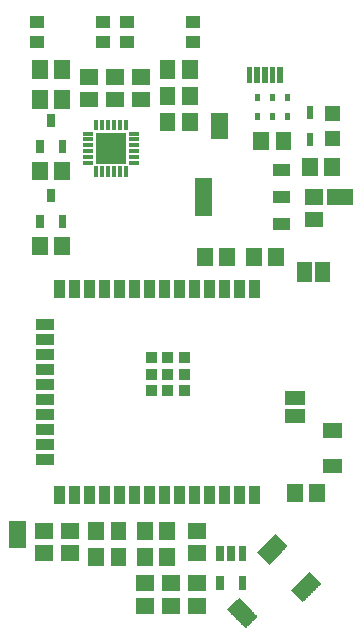
<source format=gtp>
G75*
%MOIN*%
%OFA0B0*%
%FSLAX25Y25*%
%IPPOS*%
%LPD*%
%AMOC8*
5,1,8,0,0,1.08239X$1,22.5*
%
%ADD10C,0.00205*%
%ADD11C,0.00198*%
%ADD12C,0.00189*%
%ADD13C,0.00187*%
%ADD14C,0.00228*%
%ADD15C,0.00197*%
%ADD16C,0.00184*%
%ADD17C,0.00195*%
%ADD18C,0.00213*%
%ADD19C,0.00201*%
%ADD20C,0.00220*%
D10*
X0019101Y0031303D02*
X0019101Y0036217D01*
X0019101Y0031303D02*
X0013399Y0031303D01*
X0013399Y0036217D01*
X0019101Y0036217D01*
X0019101Y0031498D02*
X0013399Y0031498D01*
X0013399Y0031693D02*
X0019101Y0031693D01*
X0019101Y0031888D02*
X0013399Y0031888D01*
X0013399Y0032083D02*
X0019101Y0032083D01*
X0019101Y0032278D02*
X0013399Y0032278D01*
X0013399Y0032473D02*
X0019101Y0032473D01*
X0019101Y0032668D02*
X0013399Y0032668D01*
X0013399Y0032863D02*
X0019101Y0032863D01*
X0019101Y0033058D02*
X0013399Y0033058D01*
X0013399Y0033253D02*
X0019101Y0033253D01*
X0019101Y0033448D02*
X0013399Y0033448D01*
X0013399Y0033643D02*
X0019101Y0033643D01*
X0019101Y0033838D02*
X0013399Y0033838D01*
X0013399Y0034033D02*
X0019101Y0034033D01*
X0019101Y0034228D02*
X0013399Y0034228D01*
X0013399Y0034423D02*
X0019101Y0034423D01*
X0019101Y0034618D02*
X0013399Y0034618D01*
X0013399Y0034813D02*
X0019101Y0034813D01*
X0019101Y0035008D02*
X0013399Y0035008D01*
X0013399Y0035203D02*
X0019101Y0035203D01*
X0019101Y0035398D02*
X0013399Y0035398D01*
X0013399Y0035593D02*
X0019101Y0035593D01*
X0019101Y0035788D02*
X0013399Y0035788D01*
X0013399Y0035983D02*
X0019101Y0035983D01*
X0019101Y0036178D02*
X0013399Y0036178D01*
X0019101Y0038783D02*
X0019101Y0043697D01*
X0019101Y0038783D02*
X0013399Y0038783D01*
X0013399Y0043697D01*
X0019101Y0043697D01*
X0019101Y0038978D02*
X0013399Y0038978D01*
X0013399Y0039173D02*
X0019101Y0039173D01*
X0019101Y0039368D02*
X0013399Y0039368D01*
X0013399Y0039563D02*
X0019101Y0039563D01*
X0019101Y0039758D02*
X0013399Y0039758D01*
X0013399Y0039953D02*
X0019101Y0039953D01*
X0019101Y0040148D02*
X0013399Y0040148D01*
X0013399Y0040343D02*
X0019101Y0040343D01*
X0019101Y0040538D02*
X0013399Y0040538D01*
X0013399Y0040733D02*
X0019101Y0040733D01*
X0019101Y0040928D02*
X0013399Y0040928D01*
X0013399Y0041123D02*
X0019101Y0041123D01*
X0019101Y0041318D02*
X0013399Y0041318D01*
X0013399Y0041513D02*
X0019101Y0041513D01*
X0019101Y0041708D02*
X0013399Y0041708D01*
X0013399Y0041903D02*
X0019101Y0041903D01*
X0019101Y0042098D02*
X0013399Y0042098D01*
X0013399Y0042293D02*
X0019101Y0042293D01*
X0019101Y0042488D02*
X0013399Y0042488D01*
X0013399Y0042683D02*
X0019101Y0042683D01*
X0019101Y0042878D02*
X0013399Y0042878D01*
X0013399Y0043073D02*
X0019101Y0043073D01*
X0019101Y0043268D02*
X0013399Y0043268D01*
X0013399Y0043463D02*
X0019101Y0043463D01*
X0019101Y0043658D02*
X0013399Y0043658D01*
X0022149Y0043697D02*
X0022149Y0038783D01*
X0022149Y0043697D02*
X0027851Y0043697D01*
X0027851Y0038783D01*
X0022149Y0038783D01*
X0022149Y0038978D02*
X0027851Y0038978D01*
X0027851Y0039173D02*
X0022149Y0039173D01*
X0022149Y0039368D02*
X0027851Y0039368D01*
X0027851Y0039563D02*
X0022149Y0039563D01*
X0022149Y0039758D02*
X0027851Y0039758D01*
X0027851Y0039953D02*
X0022149Y0039953D01*
X0022149Y0040148D02*
X0027851Y0040148D01*
X0027851Y0040343D02*
X0022149Y0040343D01*
X0022149Y0040538D02*
X0027851Y0040538D01*
X0027851Y0040733D02*
X0022149Y0040733D01*
X0022149Y0040928D02*
X0027851Y0040928D01*
X0027851Y0041123D02*
X0022149Y0041123D01*
X0022149Y0041318D02*
X0027851Y0041318D01*
X0027851Y0041513D02*
X0022149Y0041513D01*
X0022149Y0041708D02*
X0027851Y0041708D01*
X0027851Y0041903D02*
X0022149Y0041903D01*
X0022149Y0042098D02*
X0027851Y0042098D01*
X0027851Y0042293D02*
X0022149Y0042293D01*
X0022149Y0042488D02*
X0027851Y0042488D01*
X0027851Y0042683D02*
X0022149Y0042683D01*
X0022149Y0042878D02*
X0027851Y0042878D01*
X0027851Y0043073D02*
X0022149Y0043073D01*
X0022149Y0043268D02*
X0027851Y0043268D01*
X0027851Y0043463D02*
X0022149Y0043463D01*
X0022149Y0043658D02*
X0027851Y0043658D01*
X0031303Y0038399D02*
X0036217Y0038399D01*
X0031303Y0038399D02*
X0031303Y0044101D01*
X0036217Y0044101D01*
X0036217Y0038399D01*
X0036217Y0038594D02*
X0031303Y0038594D01*
X0031303Y0038789D02*
X0036217Y0038789D01*
X0036217Y0038984D02*
X0031303Y0038984D01*
X0031303Y0039179D02*
X0036217Y0039179D01*
X0036217Y0039374D02*
X0031303Y0039374D01*
X0031303Y0039569D02*
X0036217Y0039569D01*
X0036217Y0039764D02*
X0031303Y0039764D01*
X0031303Y0039959D02*
X0036217Y0039959D01*
X0036217Y0040154D02*
X0031303Y0040154D01*
X0031303Y0040349D02*
X0036217Y0040349D01*
X0036217Y0040544D02*
X0031303Y0040544D01*
X0031303Y0040739D02*
X0036217Y0040739D01*
X0036217Y0040934D02*
X0031303Y0040934D01*
X0031303Y0041129D02*
X0036217Y0041129D01*
X0036217Y0041324D02*
X0031303Y0041324D01*
X0031303Y0041519D02*
X0036217Y0041519D01*
X0036217Y0041714D02*
X0031303Y0041714D01*
X0031303Y0041909D02*
X0036217Y0041909D01*
X0036217Y0042104D02*
X0031303Y0042104D01*
X0031303Y0042299D02*
X0036217Y0042299D01*
X0036217Y0042494D02*
X0031303Y0042494D01*
X0031303Y0042689D02*
X0036217Y0042689D01*
X0036217Y0042884D02*
X0031303Y0042884D01*
X0031303Y0043079D02*
X0036217Y0043079D01*
X0036217Y0043274D02*
X0031303Y0043274D01*
X0031303Y0043469D02*
X0036217Y0043469D01*
X0036217Y0043664D02*
X0031303Y0043664D01*
X0031303Y0043859D02*
X0036217Y0043859D01*
X0036217Y0044054D02*
X0031303Y0044054D01*
X0038783Y0038399D02*
X0043697Y0038399D01*
X0038783Y0038399D02*
X0038783Y0044101D01*
X0043697Y0044101D01*
X0043697Y0038399D01*
X0043697Y0038594D02*
X0038783Y0038594D01*
X0038783Y0038789D02*
X0043697Y0038789D01*
X0043697Y0038984D02*
X0038783Y0038984D01*
X0038783Y0039179D02*
X0043697Y0039179D01*
X0043697Y0039374D02*
X0038783Y0039374D01*
X0038783Y0039569D02*
X0043697Y0039569D01*
X0043697Y0039764D02*
X0038783Y0039764D01*
X0038783Y0039959D02*
X0043697Y0039959D01*
X0043697Y0040154D02*
X0038783Y0040154D01*
X0038783Y0040349D02*
X0043697Y0040349D01*
X0043697Y0040544D02*
X0038783Y0040544D01*
X0038783Y0040739D02*
X0043697Y0040739D01*
X0043697Y0040934D02*
X0038783Y0040934D01*
X0038783Y0041129D02*
X0043697Y0041129D01*
X0043697Y0041324D02*
X0038783Y0041324D01*
X0038783Y0041519D02*
X0043697Y0041519D01*
X0043697Y0041714D02*
X0038783Y0041714D01*
X0038783Y0041909D02*
X0043697Y0041909D01*
X0043697Y0042104D02*
X0038783Y0042104D01*
X0038783Y0042299D02*
X0043697Y0042299D01*
X0043697Y0042494D02*
X0038783Y0042494D01*
X0038783Y0042689D02*
X0043697Y0042689D01*
X0043697Y0042884D02*
X0038783Y0042884D01*
X0038783Y0043079D02*
X0043697Y0043079D01*
X0043697Y0043274D02*
X0038783Y0043274D01*
X0038783Y0043469D02*
X0043697Y0043469D01*
X0043697Y0043664D02*
X0038783Y0043664D01*
X0038783Y0043859D02*
X0043697Y0043859D01*
X0043697Y0044054D02*
X0038783Y0044054D01*
X0038783Y0029649D02*
X0043697Y0029649D01*
X0038783Y0029649D02*
X0038783Y0035351D01*
X0043697Y0035351D01*
X0043697Y0029649D01*
X0043697Y0029844D02*
X0038783Y0029844D01*
X0038783Y0030039D02*
X0043697Y0030039D01*
X0043697Y0030234D02*
X0038783Y0030234D01*
X0038783Y0030429D02*
X0043697Y0030429D01*
X0043697Y0030624D02*
X0038783Y0030624D01*
X0038783Y0030819D02*
X0043697Y0030819D01*
X0043697Y0031014D02*
X0038783Y0031014D01*
X0038783Y0031209D02*
X0043697Y0031209D01*
X0043697Y0031404D02*
X0038783Y0031404D01*
X0038783Y0031599D02*
X0043697Y0031599D01*
X0043697Y0031794D02*
X0038783Y0031794D01*
X0038783Y0031989D02*
X0043697Y0031989D01*
X0043697Y0032184D02*
X0038783Y0032184D01*
X0038783Y0032379D02*
X0043697Y0032379D01*
X0043697Y0032574D02*
X0038783Y0032574D01*
X0038783Y0032769D02*
X0043697Y0032769D01*
X0043697Y0032964D02*
X0038783Y0032964D01*
X0038783Y0033159D02*
X0043697Y0033159D01*
X0043697Y0033354D02*
X0038783Y0033354D01*
X0038783Y0033549D02*
X0043697Y0033549D01*
X0043697Y0033744D02*
X0038783Y0033744D01*
X0038783Y0033939D02*
X0043697Y0033939D01*
X0043697Y0034134D02*
X0038783Y0034134D01*
X0038783Y0034329D02*
X0043697Y0034329D01*
X0043697Y0034524D02*
X0038783Y0034524D01*
X0038783Y0034719D02*
X0043697Y0034719D01*
X0043697Y0034914D02*
X0038783Y0034914D01*
X0038783Y0035109D02*
X0043697Y0035109D01*
X0043697Y0035304D02*
X0038783Y0035304D01*
X0036217Y0029649D02*
X0031303Y0029649D01*
X0031303Y0035351D01*
X0036217Y0035351D01*
X0036217Y0029649D01*
X0036217Y0029844D02*
X0031303Y0029844D01*
X0031303Y0030039D02*
X0036217Y0030039D01*
X0036217Y0030234D02*
X0031303Y0030234D01*
X0031303Y0030429D02*
X0036217Y0030429D01*
X0036217Y0030624D02*
X0031303Y0030624D01*
X0031303Y0030819D02*
X0036217Y0030819D01*
X0036217Y0031014D02*
X0031303Y0031014D01*
X0031303Y0031209D02*
X0036217Y0031209D01*
X0036217Y0031404D02*
X0031303Y0031404D01*
X0031303Y0031599D02*
X0036217Y0031599D01*
X0036217Y0031794D02*
X0031303Y0031794D01*
X0031303Y0031989D02*
X0036217Y0031989D01*
X0036217Y0032184D02*
X0031303Y0032184D01*
X0031303Y0032379D02*
X0036217Y0032379D01*
X0036217Y0032574D02*
X0031303Y0032574D01*
X0031303Y0032769D02*
X0036217Y0032769D01*
X0036217Y0032964D02*
X0031303Y0032964D01*
X0031303Y0033159D02*
X0036217Y0033159D01*
X0036217Y0033354D02*
X0031303Y0033354D01*
X0031303Y0033549D02*
X0036217Y0033549D01*
X0036217Y0033744D02*
X0031303Y0033744D01*
X0031303Y0033939D02*
X0036217Y0033939D01*
X0036217Y0034134D02*
X0031303Y0034134D01*
X0031303Y0034329D02*
X0036217Y0034329D01*
X0036217Y0034524D02*
X0031303Y0034524D01*
X0031303Y0034719D02*
X0036217Y0034719D01*
X0036217Y0034914D02*
X0031303Y0034914D01*
X0031303Y0035109D02*
X0036217Y0035109D01*
X0036217Y0035304D02*
X0031303Y0035304D01*
X0022149Y0036217D02*
X0022149Y0031303D01*
X0022149Y0036217D02*
X0027851Y0036217D01*
X0027851Y0031303D01*
X0022149Y0031303D01*
X0022149Y0031498D02*
X0027851Y0031498D01*
X0027851Y0031693D02*
X0022149Y0031693D01*
X0022149Y0031888D02*
X0027851Y0031888D01*
X0027851Y0032083D02*
X0022149Y0032083D01*
X0022149Y0032278D02*
X0027851Y0032278D01*
X0027851Y0032473D02*
X0022149Y0032473D01*
X0022149Y0032668D02*
X0027851Y0032668D01*
X0027851Y0032863D02*
X0022149Y0032863D01*
X0022149Y0033058D02*
X0027851Y0033058D01*
X0027851Y0033253D02*
X0022149Y0033253D01*
X0022149Y0033448D02*
X0027851Y0033448D01*
X0027851Y0033643D02*
X0022149Y0033643D01*
X0022149Y0033838D02*
X0027851Y0033838D01*
X0027851Y0034033D02*
X0022149Y0034033D01*
X0022149Y0034228D02*
X0027851Y0034228D01*
X0027851Y0034423D02*
X0022149Y0034423D01*
X0022149Y0034618D02*
X0027851Y0034618D01*
X0027851Y0034813D02*
X0022149Y0034813D01*
X0022149Y0035008D02*
X0027851Y0035008D01*
X0027851Y0035203D02*
X0022149Y0035203D01*
X0022149Y0035398D02*
X0027851Y0035398D01*
X0027851Y0035593D02*
X0022149Y0035593D01*
X0022149Y0035788D02*
X0027851Y0035788D01*
X0027851Y0035983D02*
X0022149Y0035983D01*
X0022149Y0036178D02*
X0027851Y0036178D01*
X0047553Y0035351D02*
X0052467Y0035351D01*
X0052467Y0029649D01*
X0047553Y0029649D01*
X0047553Y0035351D01*
X0047553Y0029844D02*
X0052467Y0029844D01*
X0052467Y0030039D02*
X0047553Y0030039D01*
X0047553Y0030234D02*
X0052467Y0030234D01*
X0052467Y0030429D02*
X0047553Y0030429D01*
X0047553Y0030624D02*
X0052467Y0030624D01*
X0052467Y0030819D02*
X0047553Y0030819D01*
X0047553Y0031014D02*
X0052467Y0031014D01*
X0052467Y0031209D02*
X0047553Y0031209D01*
X0047553Y0031404D02*
X0052467Y0031404D01*
X0052467Y0031599D02*
X0047553Y0031599D01*
X0047553Y0031794D02*
X0052467Y0031794D01*
X0052467Y0031989D02*
X0047553Y0031989D01*
X0047553Y0032184D02*
X0052467Y0032184D01*
X0052467Y0032379D02*
X0047553Y0032379D01*
X0047553Y0032574D02*
X0052467Y0032574D01*
X0052467Y0032769D02*
X0047553Y0032769D01*
X0047553Y0032964D02*
X0052467Y0032964D01*
X0052467Y0033159D02*
X0047553Y0033159D01*
X0047553Y0033354D02*
X0052467Y0033354D01*
X0052467Y0033549D02*
X0047553Y0033549D01*
X0047553Y0033744D02*
X0052467Y0033744D01*
X0052467Y0033939D02*
X0047553Y0033939D01*
X0047553Y0034134D02*
X0052467Y0034134D01*
X0052467Y0034329D02*
X0047553Y0034329D01*
X0047553Y0034524D02*
X0052467Y0034524D01*
X0052467Y0034719D02*
X0047553Y0034719D01*
X0047553Y0034914D02*
X0052467Y0034914D01*
X0052467Y0035109D02*
X0047553Y0035109D01*
X0047553Y0035304D02*
X0052467Y0035304D01*
X0055033Y0035351D02*
X0059947Y0035351D01*
X0059947Y0029649D01*
X0055033Y0029649D01*
X0055033Y0035351D01*
X0055033Y0029844D02*
X0059947Y0029844D01*
X0059947Y0030039D02*
X0055033Y0030039D01*
X0055033Y0030234D02*
X0059947Y0030234D01*
X0059947Y0030429D02*
X0055033Y0030429D01*
X0055033Y0030624D02*
X0059947Y0030624D01*
X0059947Y0030819D02*
X0055033Y0030819D01*
X0055033Y0031014D02*
X0059947Y0031014D01*
X0059947Y0031209D02*
X0055033Y0031209D01*
X0055033Y0031404D02*
X0059947Y0031404D01*
X0059947Y0031599D02*
X0055033Y0031599D01*
X0055033Y0031794D02*
X0059947Y0031794D01*
X0059947Y0031989D02*
X0055033Y0031989D01*
X0055033Y0032184D02*
X0059947Y0032184D01*
X0059947Y0032379D02*
X0055033Y0032379D01*
X0055033Y0032574D02*
X0059947Y0032574D01*
X0059947Y0032769D02*
X0055033Y0032769D01*
X0055033Y0032964D02*
X0059947Y0032964D01*
X0059947Y0033159D02*
X0055033Y0033159D01*
X0055033Y0033354D02*
X0059947Y0033354D01*
X0059947Y0033549D02*
X0055033Y0033549D01*
X0055033Y0033744D02*
X0059947Y0033744D01*
X0059947Y0033939D02*
X0055033Y0033939D01*
X0055033Y0034134D02*
X0059947Y0034134D01*
X0059947Y0034329D02*
X0055033Y0034329D01*
X0055033Y0034524D02*
X0059947Y0034524D01*
X0059947Y0034719D02*
X0055033Y0034719D01*
X0055033Y0034914D02*
X0059947Y0034914D01*
X0059947Y0035109D02*
X0055033Y0035109D01*
X0055033Y0035304D02*
X0059947Y0035304D01*
X0059947Y0038399D02*
X0055033Y0038399D01*
X0055033Y0044101D01*
X0059947Y0044101D01*
X0059947Y0038399D01*
X0059947Y0038594D02*
X0055033Y0038594D01*
X0055033Y0038789D02*
X0059947Y0038789D01*
X0059947Y0038984D02*
X0055033Y0038984D01*
X0055033Y0039179D02*
X0059947Y0039179D01*
X0059947Y0039374D02*
X0055033Y0039374D01*
X0055033Y0039569D02*
X0059947Y0039569D01*
X0059947Y0039764D02*
X0055033Y0039764D01*
X0055033Y0039959D02*
X0059947Y0039959D01*
X0059947Y0040154D02*
X0055033Y0040154D01*
X0055033Y0040349D02*
X0059947Y0040349D01*
X0059947Y0040544D02*
X0055033Y0040544D01*
X0055033Y0040739D02*
X0059947Y0040739D01*
X0059947Y0040934D02*
X0055033Y0040934D01*
X0055033Y0041129D02*
X0059947Y0041129D01*
X0059947Y0041324D02*
X0055033Y0041324D01*
X0055033Y0041519D02*
X0059947Y0041519D01*
X0059947Y0041714D02*
X0055033Y0041714D01*
X0055033Y0041909D02*
X0059947Y0041909D01*
X0059947Y0042104D02*
X0055033Y0042104D01*
X0055033Y0042299D02*
X0059947Y0042299D01*
X0059947Y0042494D02*
X0055033Y0042494D01*
X0055033Y0042689D02*
X0059947Y0042689D01*
X0059947Y0042884D02*
X0055033Y0042884D01*
X0055033Y0043079D02*
X0059947Y0043079D01*
X0059947Y0043274D02*
X0055033Y0043274D01*
X0055033Y0043469D02*
X0059947Y0043469D01*
X0059947Y0043664D02*
X0055033Y0043664D01*
X0055033Y0043859D02*
X0059947Y0043859D01*
X0059947Y0044054D02*
X0055033Y0044054D01*
X0052467Y0038399D02*
X0047553Y0038399D01*
X0047553Y0044101D01*
X0052467Y0044101D01*
X0052467Y0038399D01*
X0052467Y0038594D02*
X0047553Y0038594D01*
X0047553Y0038789D02*
X0052467Y0038789D01*
X0052467Y0038984D02*
X0047553Y0038984D01*
X0047553Y0039179D02*
X0052467Y0039179D01*
X0052467Y0039374D02*
X0047553Y0039374D01*
X0047553Y0039569D02*
X0052467Y0039569D01*
X0052467Y0039764D02*
X0047553Y0039764D01*
X0047553Y0039959D02*
X0052467Y0039959D01*
X0052467Y0040154D02*
X0047553Y0040154D01*
X0047553Y0040349D02*
X0052467Y0040349D01*
X0052467Y0040544D02*
X0047553Y0040544D01*
X0047553Y0040739D02*
X0052467Y0040739D01*
X0052467Y0040934D02*
X0047553Y0040934D01*
X0047553Y0041129D02*
X0052467Y0041129D01*
X0052467Y0041324D02*
X0047553Y0041324D01*
X0047553Y0041519D02*
X0052467Y0041519D01*
X0052467Y0041714D02*
X0047553Y0041714D01*
X0047553Y0041909D02*
X0052467Y0041909D01*
X0052467Y0042104D02*
X0047553Y0042104D01*
X0047553Y0042299D02*
X0052467Y0042299D01*
X0052467Y0042494D02*
X0047553Y0042494D01*
X0047553Y0042689D02*
X0052467Y0042689D01*
X0052467Y0042884D02*
X0047553Y0042884D01*
X0047553Y0043079D02*
X0052467Y0043079D01*
X0052467Y0043274D02*
X0047553Y0043274D01*
X0047553Y0043469D02*
X0052467Y0043469D01*
X0052467Y0043664D02*
X0047553Y0043664D01*
X0047553Y0043859D02*
X0052467Y0043859D01*
X0052467Y0044054D02*
X0047553Y0044054D01*
X0047149Y0026197D02*
X0047149Y0021283D01*
X0047149Y0026197D02*
X0052851Y0026197D01*
X0052851Y0021283D01*
X0047149Y0021283D01*
X0047149Y0021478D02*
X0052851Y0021478D01*
X0052851Y0021673D02*
X0047149Y0021673D01*
X0047149Y0021868D02*
X0052851Y0021868D01*
X0052851Y0022063D02*
X0047149Y0022063D01*
X0047149Y0022258D02*
X0052851Y0022258D01*
X0052851Y0022453D02*
X0047149Y0022453D01*
X0047149Y0022648D02*
X0052851Y0022648D01*
X0052851Y0022843D02*
X0047149Y0022843D01*
X0047149Y0023038D02*
X0052851Y0023038D01*
X0052851Y0023233D02*
X0047149Y0023233D01*
X0047149Y0023428D02*
X0052851Y0023428D01*
X0052851Y0023623D02*
X0047149Y0023623D01*
X0047149Y0023818D02*
X0052851Y0023818D01*
X0052851Y0024013D02*
X0047149Y0024013D01*
X0047149Y0024208D02*
X0052851Y0024208D01*
X0052851Y0024403D02*
X0047149Y0024403D01*
X0047149Y0024598D02*
X0052851Y0024598D01*
X0052851Y0024793D02*
X0047149Y0024793D01*
X0047149Y0024988D02*
X0052851Y0024988D01*
X0052851Y0025183D02*
X0047149Y0025183D01*
X0047149Y0025378D02*
X0052851Y0025378D01*
X0052851Y0025573D02*
X0047149Y0025573D01*
X0047149Y0025768D02*
X0052851Y0025768D01*
X0052851Y0025963D02*
X0047149Y0025963D01*
X0047149Y0026158D02*
X0052851Y0026158D01*
X0055899Y0026197D02*
X0055899Y0021283D01*
X0055899Y0026197D02*
X0061601Y0026197D01*
X0061601Y0021283D01*
X0055899Y0021283D01*
X0055899Y0021478D02*
X0061601Y0021478D01*
X0061601Y0021673D02*
X0055899Y0021673D01*
X0055899Y0021868D02*
X0061601Y0021868D01*
X0061601Y0022063D02*
X0055899Y0022063D01*
X0055899Y0022258D02*
X0061601Y0022258D01*
X0061601Y0022453D02*
X0055899Y0022453D01*
X0055899Y0022648D02*
X0061601Y0022648D01*
X0061601Y0022843D02*
X0055899Y0022843D01*
X0055899Y0023038D02*
X0061601Y0023038D01*
X0061601Y0023233D02*
X0055899Y0023233D01*
X0055899Y0023428D02*
X0061601Y0023428D01*
X0061601Y0023623D02*
X0055899Y0023623D01*
X0055899Y0023818D02*
X0061601Y0023818D01*
X0061601Y0024013D02*
X0055899Y0024013D01*
X0055899Y0024208D02*
X0061601Y0024208D01*
X0061601Y0024403D02*
X0055899Y0024403D01*
X0055899Y0024598D02*
X0061601Y0024598D01*
X0061601Y0024793D02*
X0055899Y0024793D01*
X0055899Y0024988D02*
X0061601Y0024988D01*
X0061601Y0025183D02*
X0055899Y0025183D01*
X0055899Y0025378D02*
X0061601Y0025378D01*
X0061601Y0025573D02*
X0055899Y0025573D01*
X0055899Y0025768D02*
X0061601Y0025768D01*
X0061601Y0025963D02*
X0055899Y0025963D01*
X0055899Y0026158D02*
X0061601Y0026158D01*
X0070351Y0026197D02*
X0070351Y0021283D01*
X0064649Y0021283D01*
X0064649Y0026197D01*
X0070351Y0026197D01*
X0070351Y0021478D02*
X0064649Y0021478D01*
X0064649Y0021673D02*
X0070351Y0021673D01*
X0070351Y0021868D02*
X0064649Y0021868D01*
X0064649Y0022063D02*
X0070351Y0022063D01*
X0070351Y0022258D02*
X0064649Y0022258D01*
X0064649Y0022453D02*
X0070351Y0022453D01*
X0070351Y0022648D02*
X0064649Y0022648D01*
X0064649Y0022843D02*
X0070351Y0022843D01*
X0070351Y0023038D02*
X0064649Y0023038D01*
X0064649Y0023233D02*
X0070351Y0023233D01*
X0070351Y0023428D02*
X0064649Y0023428D01*
X0064649Y0023623D02*
X0070351Y0023623D01*
X0070351Y0023818D02*
X0064649Y0023818D01*
X0064649Y0024013D02*
X0070351Y0024013D01*
X0070351Y0024208D02*
X0064649Y0024208D01*
X0064649Y0024403D02*
X0070351Y0024403D01*
X0070351Y0024598D02*
X0064649Y0024598D01*
X0064649Y0024793D02*
X0070351Y0024793D01*
X0070351Y0024988D02*
X0064649Y0024988D01*
X0064649Y0025183D02*
X0070351Y0025183D01*
X0070351Y0025378D02*
X0064649Y0025378D01*
X0064649Y0025573D02*
X0070351Y0025573D01*
X0070351Y0025768D02*
X0064649Y0025768D01*
X0064649Y0025963D02*
X0070351Y0025963D01*
X0070351Y0026158D02*
X0064649Y0026158D01*
X0070351Y0031303D02*
X0070351Y0036217D01*
X0070351Y0031303D02*
X0064649Y0031303D01*
X0064649Y0036217D01*
X0070351Y0036217D01*
X0070351Y0031498D02*
X0064649Y0031498D01*
X0064649Y0031693D02*
X0070351Y0031693D01*
X0070351Y0031888D02*
X0064649Y0031888D01*
X0064649Y0032083D02*
X0070351Y0032083D01*
X0070351Y0032278D02*
X0064649Y0032278D01*
X0064649Y0032473D02*
X0070351Y0032473D01*
X0070351Y0032668D02*
X0064649Y0032668D01*
X0064649Y0032863D02*
X0070351Y0032863D01*
X0070351Y0033058D02*
X0064649Y0033058D01*
X0064649Y0033253D02*
X0070351Y0033253D01*
X0070351Y0033448D02*
X0064649Y0033448D01*
X0064649Y0033643D02*
X0070351Y0033643D01*
X0070351Y0033838D02*
X0064649Y0033838D01*
X0064649Y0034033D02*
X0070351Y0034033D01*
X0070351Y0034228D02*
X0064649Y0034228D01*
X0064649Y0034423D02*
X0070351Y0034423D01*
X0070351Y0034618D02*
X0064649Y0034618D01*
X0064649Y0034813D02*
X0070351Y0034813D01*
X0070351Y0035008D02*
X0064649Y0035008D01*
X0064649Y0035203D02*
X0070351Y0035203D01*
X0070351Y0035398D02*
X0064649Y0035398D01*
X0064649Y0035593D02*
X0070351Y0035593D01*
X0070351Y0035788D02*
X0064649Y0035788D01*
X0064649Y0035983D02*
X0070351Y0035983D01*
X0070351Y0036178D02*
X0064649Y0036178D01*
X0070351Y0038783D02*
X0070351Y0043697D01*
X0070351Y0038783D02*
X0064649Y0038783D01*
X0064649Y0043697D01*
X0070351Y0043697D01*
X0070351Y0038978D02*
X0064649Y0038978D01*
X0064649Y0039173D02*
X0070351Y0039173D01*
X0070351Y0039368D02*
X0064649Y0039368D01*
X0064649Y0039563D02*
X0070351Y0039563D01*
X0070351Y0039758D02*
X0064649Y0039758D01*
X0064649Y0039953D02*
X0070351Y0039953D01*
X0070351Y0040148D02*
X0064649Y0040148D01*
X0064649Y0040343D02*
X0070351Y0040343D01*
X0070351Y0040538D02*
X0064649Y0040538D01*
X0064649Y0040733D02*
X0070351Y0040733D01*
X0070351Y0040928D02*
X0064649Y0040928D01*
X0064649Y0041123D02*
X0070351Y0041123D01*
X0070351Y0041318D02*
X0064649Y0041318D01*
X0064649Y0041513D02*
X0070351Y0041513D01*
X0070351Y0041708D02*
X0064649Y0041708D01*
X0064649Y0041903D02*
X0070351Y0041903D01*
X0070351Y0042098D02*
X0064649Y0042098D01*
X0064649Y0042293D02*
X0070351Y0042293D01*
X0070351Y0042488D02*
X0064649Y0042488D01*
X0064649Y0042683D02*
X0070351Y0042683D01*
X0070351Y0042878D02*
X0064649Y0042878D01*
X0064649Y0043073D02*
X0070351Y0043073D01*
X0070351Y0043268D02*
X0064649Y0043268D01*
X0064649Y0043463D02*
X0070351Y0043463D01*
X0070351Y0043658D02*
X0064649Y0043658D01*
X0070351Y0018717D02*
X0070351Y0013803D01*
X0064649Y0013803D01*
X0064649Y0018717D01*
X0070351Y0018717D01*
X0070351Y0013998D02*
X0064649Y0013998D01*
X0064649Y0014193D02*
X0070351Y0014193D01*
X0070351Y0014388D02*
X0064649Y0014388D01*
X0064649Y0014583D02*
X0070351Y0014583D01*
X0070351Y0014778D02*
X0064649Y0014778D01*
X0064649Y0014973D02*
X0070351Y0014973D01*
X0070351Y0015168D02*
X0064649Y0015168D01*
X0064649Y0015363D02*
X0070351Y0015363D01*
X0070351Y0015558D02*
X0064649Y0015558D01*
X0064649Y0015753D02*
X0070351Y0015753D01*
X0070351Y0015948D02*
X0064649Y0015948D01*
X0064649Y0016143D02*
X0070351Y0016143D01*
X0070351Y0016338D02*
X0064649Y0016338D01*
X0064649Y0016533D02*
X0070351Y0016533D01*
X0070351Y0016728D02*
X0064649Y0016728D01*
X0064649Y0016923D02*
X0070351Y0016923D01*
X0070351Y0017118D02*
X0064649Y0017118D01*
X0064649Y0017313D02*
X0070351Y0017313D01*
X0070351Y0017508D02*
X0064649Y0017508D01*
X0064649Y0017703D02*
X0070351Y0017703D01*
X0070351Y0017898D02*
X0064649Y0017898D01*
X0064649Y0018093D02*
X0070351Y0018093D01*
X0070351Y0018288D02*
X0064649Y0018288D01*
X0064649Y0018483D02*
X0070351Y0018483D01*
X0070351Y0018678D02*
X0064649Y0018678D01*
X0055899Y0018717D02*
X0055899Y0013803D01*
X0055899Y0018717D02*
X0061601Y0018717D01*
X0061601Y0013803D01*
X0055899Y0013803D01*
X0055899Y0013998D02*
X0061601Y0013998D01*
X0061601Y0014193D02*
X0055899Y0014193D01*
X0055899Y0014388D02*
X0061601Y0014388D01*
X0061601Y0014583D02*
X0055899Y0014583D01*
X0055899Y0014778D02*
X0061601Y0014778D01*
X0061601Y0014973D02*
X0055899Y0014973D01*
X0055899Y0015168D02*
X0061601Y0015168D01*
X0061601Y0015363D02*
X0055899Y0015363D01*
X0055899Y0015558D02*
X0061601Y0015558D01*
X0061601Y0015753D02*
X0055899Y0015753D01*
X0055899Y0015948D02*
X0061601Y0015948D01*
X0061601Y0016143D02*
X0055899Y0016143D01*
X0055899Y0016338D02*
X0061601Y0016338D01*
X0061601Y0016533D02*
X0055899Y0016533D01*
X0055899Y0016728D02*
X0061601Y0016728D01*
X0061601Y0016923D02*
X0055899Y0016923D01*
X0055899Y0017118D02*
X0061601Y0017118D01*
X0061601Y0017313D02*
X0055899Y0017313D01*
X0055899Y0017508D02*
X0061601Y0017508D01*
X0061601Y0017703D02*
X0055899Y0017703D01*
X0055899Y0017898D02*
X0061601Y0017898D01*
X0061601Y0018093D02*
X0055899Y0018093D01*
X0055899Y0018288D02*
X0061601Y0018288D01*
X0061601Y0018483D02*
X0055899Y0018483D01*
X0055899Y0018678D02*
X0061601Y0018678D01*
X0047149Y0018717D02*
X0047149Y0013803D01*
X0047149Y0018717D02*
X0052851Y0018717D01*
X0052851Y0013803D01*
X0047149Y0013803D01*
X0047149Y0013998D02*
X0052851Y0013998D01*
X0052851Y0014193D02*
X0047149Y0014193D01*
X0047149Y0014388D02*
X0052851Y0014388D01*
X0052851Y0014583D02*
X0047149Y0014583D01*
X0047149Y0014778D02*
X0052851Y0014778D01*
X0052851Y0014973D02*
X0047149Y0014973D01*
X0047149Y0015168D02*
X0052851Y0015168D01*
X0052851Y0015363D02*
X0047149Y0015363D01*
X0047149Y0015558D02*
X0052851Y0015558D01*
X0052851Y0015753D02*
X0047149Y0015753D01*
X0047149Y0015948D02*
X0052851Y0015948D01*
X0052851Y0016143D02*
X0047149Y0016143D01*
X0047149Y0016338D02*
X0052851Y0016338D01*
X0052851Y0016533D02*
X0047149Y0016533D01*
X0047149Y0016728D02*
X0052851Y0016728D01*
X0052851Y0016923D02*
X0047149Y0016923D01*
X0047149Y0017118D02*
X0052851Y0017118D01*
X0052851Y0017313D02*
X0047149Y0017313D01*
X0047149Y0017508D02*
X0052851Y0017508D01*
X0052851Y0017703D02*
X0047149Y0017703D01*
X0047149Y0017898D02*
X0052851Y0017898D01*
X0052851Y0018093D02*
X0047149Y0018093D01*
X0047149Y0018288D02*
X0052851Y0018288D01*
X0052851Y0018483D02*
X0047149Y0018483D01*
X0047149Y0018678D02*
X0052851Y0018678D01*
X0097553Y0056601D02*
X0102467Y0056601D01*
X0102467Y0050899D01*
X0097553Y0050899D01*
X0097553Y0056601D01*
X0097553Y0051094D02*
X0102467Y0051094D01*
X0102467Y0051289D02*
X0097553Y0051289D01*
X0097553Y0051484D02*
X0102467Y0051484D01*
X0102467Y0051679D02*
X0097553Y0051679D01*
X0097553Y0051874D02*
X0102467Y0051874D01*
X0102467Y0052069D02*
X0097553Y0052069D01*
X0097553Y0052264D02*
X0102467Y0052264D01*
X0102467Y0052459D02*
X0097553Y0052459D01*
X0097553Y0052654D02*
X0102467Y0052654D01*
X0102467Y0052849D02*
X0097553Y0052849D01*
X0097553Y0053044D02*
X0102467Y0053044D01*
X0102467Y0053239D02*
X0097553Y0053239D01*
X0097553Y0053434D02*
X0102467Y0053434D01*
X0102467Y0053629D02*
X0097553Y0053629D01*
X0097553Y0053824D02*
X0102467Y0053824D01*
X0102467Y0054019D02*
X0097553Y0054019D01*
X0097553Y0054214D02*
X0102467Y0054214D01*
X0102467Y0054409D02*
X0097553Y0054409D01*
X0097553Y0054604D02*
X0102467Y0054604D01*
X0102467Y0054799D02*
X0097553Y0054799D01*
X0097553Y0054994D02*
X0102467Y0054994D01*
X0102467Y0055189D02*
X0097553Y0055189D01*
X0097553Y0055384D02*
X0102467Y0055384D01*
X0102467Y0055579D02*
X0097553Y0055579D01*
X0097553Y0055774D02*
X0102467Y0055774D01*
X0102467Y0055969D02*
X0097553Y0055969D01*
X0097553Y0056164D02*
X0102467Y0056164D01*
X0102467Y0056359D02*
X0097553Y0056359D01*
X0097553Y0056554D02*
X0102467Y0056554D01*
X0105033Y0056601D02*
X0109947Y0056601D01*
X0109947Y0050899D01*
X0105033Y0050899D01*
X0105033Y0056601D01*
X0105033Y0051094D02*
X0109947Y0051094D01*
X0109947Y0051289D02*
X0105033Y0051289D01*
X0105033Y0051484D02*
X0109947Y0051484D01*
X0109947Y0051679D02*
X0105033Y0051679D01*
X0105033Y0051874D02*
X0109947Y0051874D01*
X0109947Y0052069D02*
X0105033Y0052069D01*
X0105033Y0052264D02*
X0109947Y0052264D01*
X0109947Y0052459D02*
X0105033Y0052459D01*
X0105033Y0052654D02*
X0109947Y0052654D01*
X0109947Y0052849D02*
X0105033Y0052849D01*
X0105033Y0053044D02*
X0109947Y0053044D01*
X0109947Y0053239D02*
X0105033Y0053239D01*
X0105033Y0053434D02*
X0109947Y0053434D01*
X0109947Y0053629D02*
X0105033Y0053629D01*
X0105033Y0053824D02*
X0109947Y0053824D01*
X0109947Y0054019D02*
X0105033Y0054019D01*
X0105033Y0054214D02*
X0109947Y0054214D01*
X0109947Y0054409D02*
X0105033Y0054409D01*
X0105033Y0054604D02*
X0109947Y0054604D01*
X0109947Y0054799D02*
X0105033Y0054799D01*
X0105033Y0054994D02*
X0109947Y0054994D01*
X0109947Y0055189D02*
X0105033Y0055189D01*
X0105033Y0055384D02*
X0109947Y0055384D01*
X0109947Y0055579D02*
X0105033Y0055579D01*
X0105033Y0055774D02*
X0109947Y0055774D01*
X0109947Y0055969D02*
X0105033Y0055969D01*
X0105033Y0056164D02*
X0109947Y0056164D01*
X0109947Y0056359D02*
X0105033Y0056359D01*
X0105033Y0056554D02*
X0109947Y0056554D01*
X0096197Y0129649D02*
X0091283Y0129649D01*
X0091283Y0135351D01*
X0096197Y0135351D01*
X0096197Y0129649D01*
X0096197Y0129844D02*
X0091283Y0129844D01*
X0091283Y0130039D02*
X0096197Y0130039D01*
X0096197Y0130234D02*
X0091283Y0130234D01*
X0091283Y0130429D02*
X0096197Y0130429D01*
X0096197Y0130624D02*
X0091283Y0130624D01*
X0091283Y0130819D02*
X0096197Y0130819D01*
X0096197Y0131014D02*
X0091283Y0131014D01*
X0091283Y0131209D02*
X0096197Y0131209D01*
X0096197Y0131404D02*
X0091283Y0131404D01*
X0091283Y0131599D02*
X0096197Y0131599D01*
X0096197Y0131794D02*
X0091283Y0131794D01*
X0091283Y0131989D02*
X0096197Y0131989D01*
X0096197Y0132184D02*
X0091283Y0132184D01*
X0091283Y0132379D02*
X0096197Y0132379D01*
X0096197Y0132574D02*
X0091283Y0132574D01*
X0091283Y0132769D02*
X0096197Y0132769D01*
X0096197Y0132964D02*
X0091283Y0132964D01*
X0091283Y0133159D02*
X0096197Y0133159D01*
X0096197Y0133354D02*
X0091283Y0133354D01*
X0091283Y0133549D02*
X0096197Y0133549D01*
X0096197Y0133744D02*
X0091283Y0133744D01*
X0091283Y0133939D02*
X0096197Y0133939D01*
X0096197Y0134134D02*
X0091283Y0134134D01*
X0091283Y0134329D02*
X0096197Y0134329D01*
X0096197Y0134524D02*
X0091283Y0134524D01*
X0091283Y0134719D02*
X0096197Y0134719D01*
X0096197Y0134914D02*
X0091283Y0134914D01*
X0091283Y0135109D02*
X0096197Y0135109D01*
X0096197Y0135304D02*
X0091283Y0135304D01*
X0088717Y0129649D02*
X0083803Y0129649D01*
X0083803Y0135351D01*
X0088717Y0135351D01*
X0088717Y0129649D01*
X0088717Y0129844D02*
X0083803Y0129844D01*
X0083803Y0130039D02*
X0088717Y0130039D01*
X0088717Y0130234D02*
X0083803Y0130234D01*
X0083803Y0130429D02*
X0088717Y0130429D01*
X0088717Y0130624D02*
X0083803Y0130624D01*
X0083803Y0130819D02*
X0088717Y0130819D01*
X0088717Y0131014D02*
X0083803Y0131014D01*
X0083803Y0131209D02*
X0088717Y0131209D01*
X0088717Y0131404D02*
X0083803Y0131404D01*
X0083803Y0131599D02*
X0088717Y0131599D01*
X0088717Y0131794D02*
X0083803Y0131794D01*
X0083803Y0131989D02*
X0088717Y0131989D01*
X0088717Y0132184D02*
X0083803Y0132184D01*
X0083803Y0132379D02*
X0088717Y0132379D01*
X0088717Y0132574D02*
X0083803Y0132574D01*
X0083803Y0132769D02*
X0088717Y0132769D01*
X0088717Y0132964D02*
X0083803Y0132964D01*
X0083803Y0133159D02*
X0088717Y0133159D01*
X0088717Y0133354D02*
X0083803Y0133354D01*
X0083803Y0133549D02*
X0088717Y0133549D01*
X0088717Y0133744D02*
X0083803Y0133744D01*
X0083803Y0133939D02*
X0088717Y0133939D01*
X0088717Y0134134D02*
X0083803Y0134134D01*
X0083803Y0134329D02*
X0088717Y0134329D01*
X0088717Y0134524D02*
X0083803Y0134524D01*
X0083803Y0134719D02*
X0088717Y0134719D01*
X0088717Y0134914D02*
X0083803Y0134914D01*
X0083803Y0135109D02*
X0088717Y0135109D01*
X0088717Y0135304D02*
X0083803Y0135304D01*
X0079947Y0135351D02*
X0075033Y0135351D01*
X0079947Y0135351D02*
X0079947Y0129649D01*
X0075033Y0129649D01*
X0075033Y0135351D01*
X0075033Y0129844D02*
X0079947Y0129844D01*
X0079947Y0130039D02*
X0075033Y0130039D01*
X0075033Y0130234D02*
X0079947Y0130234D01*
X0079947Y0130429D02*
X0075033Y0130429D01*
X0075033Y0130624D02*
X0079947Y0130624D01*
X0079947Y0130819D02*
X0075033Y0130819D01*
X0075033Y0131014D02*
X0079947Y0131014D01*
X0079947Y0131209D02*
X0075033Y0131209D01*
X0075033Y0131404D02*
X0079947Y0131404D01*
X0079947Y0131599D02*
X0075033Y0131599D01*
X0075033Y0131794D02*
X0079947Y0131794D01*
X0079947Y0131989D02*
X0075033Y0131989D01*
X0075033Y0132184D02*
X0079947Y0132184D01*
X0079947Y0132379D02*
X0075033Y0132379D01*
X0075033Y0132574D02*
X0079947Y0132574D01*
X0079947Y0132769D02*
X0075033Y0132769D01*
X0075033Y0132964D02*
X0079947Y0132964D01*
X0079947Y0133159D02*
X0075033Y0133159D01*
X0075033Y0133354D02*
X0079947Y0133354D01*
X0079947Y0133549D02*
X0075033Y0133549D01*
X0075033Y0133744D02*
X0079947Y0133744D01*
X0079947Y0133939D02*
X0075033Y0133939D01*
X0075033Y0134134D02*
X0079947Y0134134D01*
X0079947Y0134329D02*
X0075033Y0134329D01*
X0075033Y0134524D02*
X0079947Y0134524D01*
X0079947Y0134719D02*
X0075033Y0134719D01*
X0075033Y0134914D02*
X0079947Y0134914D01*
X0079947Y0135109D02*
X0075033Y0135109D01*
X0075033Y0135304D02*
X0079947Y0135304D01*
X0072467Y0135351D02*
X0067553Y0135351D01*
X0072467Y0135351D02*
X0072467Y0129649D01*
X0067553Y0129649D01*
X0067553Y0135351D01*
X0067553Y0129844D02*
X0072467Y0129844D01*
X0072467Y0130039D02*
X0067553Y0130039D01*
X0067553Y0130234D02*
X0072467Y0130234D01*
X0072467Y0130429D02*
X0067553Y0130429D01*
X0067553Y0130624D02*
X0072467Y0130624D01*
X0072467Y0130819D02*
X0067553Y0130819D01*
X0067553Y0131014D02*
X0072467Y0131014D01*
X0072467Y0131209D02*
X0067553Y0131209D01*
X0067553Y0131404D02*
X0072467Y0131404D01*
X0072467Y0131599D02*
X0067553Y0131599D01*
X0067553Y0131794D02*
X0072467Y0131794D01*
X0072467Y0131989D02*
X0067553Y0131989D01*
X0067553Y0132184D02*
X0072467Y0132184D01*
X0072467Y0132379D02*
X0067553Y0132379D01*
X0067553Y0132574D02*
X0072467Y0132574D01*
X0072467Y0132769D02*
X0067553Y0132769D01*
X0067553Y0132964D02*
X0072467Y0132964D01*
X0072467Y0133159D02*
X0067553Y0133159D01*
X0067553Y0133354D02*
X0072467Y0133354D01*
X0072467Y0133549D02*
X0067553Y0133549D01*
X0067553Y0133744D02*
X0072467Y0133744D01*
X0072467Y0133939D02*
X0067553Y0133939D01*
X0067553Y0134134D02*
X0072467Y0134134D01*
X0072467Y0134329D02*
X0067553Y0134329D01*
X0067553Y0134524D02*
X0072467Y0134524D01*
X0072467Y0134719D02*
X0067553Y0134719D01*
X0067553Y0134914D02*
X0072467Y0134914D01*
X0072467Y0135109D02*
X0067553Y0135109D01*
X0067553Y0135304D02*
X0072467Y0135304D01*
X0086303Y0174101D02*
X0091217Y0174101D01*
X0091217Y0168399D01*
X0086303Y0168399D01*
X0086303Y0174101D01*
X0086303Y0168594D02*
X0091217Y0168594D01*
X0091217Y0168789D02*
X0086303Y0168789D01*
X0086303Y0168984D02*
X0091217Y0168984D01*
X0091217Y0169179D02*
X0086303Y0169179D01*
X0086303Y0169374D02*
X0091217Y0169374D01*
X0091217Y0169569D02*
X0086303Y0169569D01*
X0086303Y0169764D02*
X0091217Y0169764D01*
X0091217Y0169959D02*
X0086303Y0169959D01*
X0086303Y0170154D02*
X0091217Y0170154D01*
X0091217Y0170349D02*
X0086303Y0170349D01*
X0086303Y0170544D02*
X0091217Y0170544D01*
X0091217Y0170739D02*
X0086303Y0170739D01*
X0086303Y0170934D02*
X0091217Y0170934D01*
X0091217Y0171129D02*
X0086303Y0171129D01*
X0086303Y0171324D02*
X0091217Y0171324D01*
X0091217Y0171519D02*
X0086303Y0171519D01*
X0086303Y0171714D02*
X0091217Y0171714D01*
X0091217Y0171909D02*
X0086303Y0171909D01*
X0086303Y0172104D02*
X0091217Y0172104D01*
X0091217Y0172299D02*
X0086303Y0172299D01*
X0086303Y0172494D02*
X0091217Y0172494D01*
X0091217Y0172689D02*
X0086303Y0172689D01*
X0086303Y0172884D02*
X0091217Y0172884D01*
X0091217Y0173079D02*
X0086303Y0173079D01*
X0086303Y0173274D02*
X0091217Y0173274D01*
X0091217Y0173469D02*
X0086303Y0173469D01*
X0086303Y0173664D02*
X0091217Y0173664D01*
X0091217Y0173859D02*
X0086303Y0173859D01*
X0086303Y0174054D02*
X0091217Y0174054D01*
X0093783Y0174101D02*
X0098697Y0174101D01*
X0098697Y0168399D01*
X0093783Y0168399D01*
X0093783Y0174101D01*
X0093783Y0168594D02*
X0098697Y0168594D01*
X0098697Y0168789D02*
X0093783Y0168789D01*
X0093783Y0168984D02*
X0098697Y0168984D01*
X0098697Y0169179D02*
X0093783Y0169179D01*
X0093783Y0169374D02*
X0098697Y0169374D01*
X0098697Y0169569D02*
X0093783Y0169569D01*
X0093783Y0169764D02*
X0098697Y0169764D01*
X0098697Y0169959D02*
X0093783Y0169959D01*
X0093783Y0170154D02*
X0098697Y0170154D01*
X0098697Y0170349D02*
X0093783Y0170349D01*
X0093783Y0170544D02*
X0098697Y0170544D01*
X0098697Y0170739D02*
X0093783Y0170739D01*
X0093783Y0170934D02*
X0098697Y0170934D01*
X0098697Y0171129D02*
X0093783Y0171129D01*
X0093783Y0171324D02*
X0098697Y0171324D01*
X0098697Y0171519D02*
X0093783Y0171519D01*
X0093783Y0171714D02*
X0098697Y0171714D01*
X0098697Y0171909D02*
X0093783Y0171909D01*
X0093783Y0172104D02*
X0098697Y0172104D01*
X0098697Y0172299D02*
X0093783Y0172299D01*
X0093783Y0172494D02*
X0098697Y0172494D01*
X0098697Y0172689D02*
X0093783Y0172689D01*
X0093783Y0172884D02*
X0098697Y0172884D01*
X0098697Y0173079D02*
X0093783Y0173079D01*
X0093783Y0173274D02*
X0098697Y0173274D01*
X0098697Y0173469D02*
X0093783Y0173469D01*
X0093783Y0173664D02*
X0098697Y0173664D01*
X0098697Y0173859D02*
X0093783Y0173859D01*
X0093783Y0174054D02*
X0098697Y0174054D01*
X0102553Y0165351D02*
X0107467Y0165351D01*
X0107467Y0159649D01*
X0102553Y0159649D01*
X0102553Y0165351D01*
X0102553Y0159844D02*
X0107467Y0159844D01*
X0107467Y0160039D02*
X0102553Y0160039D01*
X0102553Y0160234D02*
X0107467Y0160234D01*
X0107467Y0160429D02*
X0102553Y0160429D01*
X0102553Y0160624D02*
X0107467Y0160624D01*
X0107467Y0160819D02*
X0102553Y0160819D01*
X0102553Y0161014D02*
X0107467Y0161014D01*
X0107467Y0161209D02*
X0102553Y0161209D01*
X0102553Y0161404D02*
X0107467Y0161404D01*
X0107467Y0161599D02*
X0102553Y0161599D01*
X0102553Y0161794D02*
X0107467Y0161794D01*
X0107467Y0161989D02*
X0102553Y0161989D01*
X0102553Y0162184D02*
X0107467Y0162184D01*
X0107467Y0162379D02*
X0102553Y0162379D01*
X0102553Y0162574D02*
X0107467Y0162574D01*
X0107467Y0162769D02*
X0102553Y0162769D01*
X0102553Y0162964D02*
X0107467Y0162964D01*
X0107467Y0163159D02*
X0102553Y0163159D01*
X0102553Y0163354D02*
X0107467Y0163354D01*
X0107467Y0163549D02*
X0102553Y0163549D01*
X0102553Y0163744D02*
X0107467Y0163744D01*
X0107467Y0163939D02*
X0102553Y0163939D01*
X0102553Y0164134D02*
X0107467Y0164134D01*
X0107467Y0164329D02*
X0102553Y0164329D01*
X0102553Y0164524D02*
X0107467Y0164524D01*
X0107467Y0164719D02*
X0102553Y0164719D01*
X0102553Y0164914D02*
X0107467Y0164914D01*
X0107467Y0165109D02*
X0102553Y0165109D01*
X0102553Y0165304D02*
X0107467Y0165304D01*
X0110033Y0165351D02*
X0114947Y0165351D01*
X0114947Y0159649D01*
X0110033Y0159649D01*
X0110033Y0165351D01*
X0110033Y0159844D02*
X0114947Y0159844D01*
X0114947Y0160039D02*
X0110033Y0160039D01*
X0110033Y0160234D02*
X0114947Y0160234D01*
X0114947Y0160429D02*
X0110033Y0160429D01*
X0110033Y0160624D02*
X0114947Y0160624D01*
X0114947Y0160819D02*
X0110033Y0160819D01*
X0110033Y0161014D02*
X0114947Y0161014D01*
X0114947Y0161209D02*
X0110033Y0161209D01*
X0110033Y0161404D02*
X0114947Y0161404D01*
X0114947Y0161599D02*
X0110033Y0161599D01*
X0110033Y0161794D02*
X0114947Y0161794D01*
X0114947Y0161989D02*
X0110033Y0161989D01*
X0110033Y0162184D02*
X0114947Y0162184D01*
X0114947Y0162379D02*
X0110033Y0162379D01*
X0110033Y0162574D02*
X0114947Y0162574D01*
X0114947Y0162769D02*
X0110033Y0162769D01*
X0110033Y0162964D02*
X0114947Y0162964D01*
X0114947Y0163159D02*
X0110033Y0163159D01*
X0110033Y0163354D02*
X0114947Y0163354D01*
X0114947Y0163549D02*
X0110033Y0163549D01*
X0110033Y0163744D02*
X0114947Y0163744D01*
X0114947Y0163939D02*
X0110033Y0163939D01*
X0110033Y0164134D02*
X0114947Y0164134D01*
X0114947Y0164329D02*
X0110033Y0164329D01*
X0110033Y0164524D02*
X0114947Y0164524D01*
X0114947Y0164719D02*
X0110033Y0164719D01*
X0110033Y0164914D02*
X0114947Y0164914D01*
X0114947Y0165109D02*
X0110033Y0165109D01*
X0110033Y0165304D02*
X0114947Y0165304D01*
X0103399Y0154947D02*
X0103399Y0150033D01*
X0103399Y0154947D02*
X0109101Y0154947D01*
X0109101Y0150033D01*
X0103399Y0150033D01*
X0103399Y0150228D02*
X0109101Y0150228D01*
X0109101Y0150423D02*
X0103399Y0150423D01*
X0103399Y0150618D02*
X0109101Y0150618D01*
X0109101Y0150813D02*
X0103399Y0150813D01*
X0103399Y0151008D02*
X0109101Y0151008D01*
X0109101Y0151203D02*
X0103399Y0151203D01*
X0103399Y0151398D02*
X0109101Y0151398D01*
X0109101Y0151593D02*
X0103399Y0151593D01*
X0103399Y0151788D02*
X0109101Y0151788D01*
X0109101Y0151983D02*
X0103399Y0151983D01*
X0103399Y0152178D02*
X0109101Y0152178D01*
X0109101Y0152373D02*
X0103399Y0152373D01*
X0103399Y0152568D02*
X0109101Y0152568D01*
X0109101Y0152763D02*
X0103399Y0152763D01*
X0103399Y0152958D02*
X0109101Y0152958D01*
X0109101Y0153153D02*
X0103399Y0153153D01*
X0103399Y0153348D02*
X0109101Y0153348D01*
X0109101Y0153543D02*
X0103399Y0153543D01*
X0103399Y0153738D02*
X0109101Y0153738D01*
X0109101Y0153933D02*
X0103399Y0153933D01*
X0103399Y0154128D02*
X0109101Y0154128D01*
X0109101Y0154323D02*
X0103399Y0154323D01*
X0103399Y0154518D02*
X0109101Y0154518D01*
X0109101Y0154713D02*
X0103399Y0154713D01*
X0103399Y0154908D02*
X0109101Y0154908D01*
X0103399Y0147467D02*
X0103399Y0142553D01*
X0103399Y0147467D02*
X0109101Y0147467D01*
X0109101Y0142553D01*
X0103399Y0142553D01*
X0103399Y0142748D02*
X0109101Y0142748D01*
X0109101Y0142943D02*
X0103399Y0142943D01*
X0103399Y0143138D02*
X0109101Y0143138D01*
X0109101Y0143333D02*
X0103399Y0143333D01*
X0103399Y0143528D02*
X0109101Y0143528D01*
X0109101Y0143723D02*
X0103399Y0143723D01*
X0103399Y0143918D02*
X0109101Y0143918D01*
X0109101Y0144113D02*
X0103399Y0144113D01*
X0103399Y0144308D02*
X0109101Y0144308D01*
X0109101Y0144503D02*
X0103399Y0144503D01*
X0103399Y0144698D02*
X0109101Y0144698D01*
X0109101Y0144893D02*
X0103399Y0144893D01*
X0103399Y0145088D02*
X0109101Y0145088D01*
X0109101Y0145283D02*
X0103399Y0145283D01*
X0103399Y0145478D02*
X0109101Y0145478D01*
X0109101Y0145673D02*
X0103399Y0145673D01*
X0103399Y0145868D02*
X0109101Y0145868D01*
X0109101Y0146063D02*
X0103399Y0146063D01*
X0103399Y0146258D02*
X0109101Y0146258D01*
X0109101Y0146453D02*
X0103399Y0146453D01*
X0103399Y0146648D02*
X0109101Y0146648D01*
X0109101Y0146843D02*
X0103399Y0146843D01*
X0103399Y0147038D02*
X0109101Y0147038D01*
X0109101Y0147233D02*
X0103399Y0147233D01*
X0103399Y0147428D02*
X0109101Y0147428D01*
X0067447Y0174649D02*
X0062533Y0174649D01*
X0062533Y0180351D01*
X0067447Y0180351D01*
X0067447Y0174649D01*
X0067447Y0174844D02*
X0062533Y0174844D01*
X0062533Y0175039D02*
X0067447Y0175039D01*
X0067447Y0175234D02*
X0062533Y0175234D01*
X0062533Y0175429D02*
X0067447Y0175429D01*
X0067447Y0175624D02*
X0062533Y0175624D01*
X0062533Y0175819D02*
X0067447Y0175819D01*
X0067447Y0176014D02*
X0062533Y0176014D01*
X0062533Y0176209D02*
X0067447Y0176209D01*
X0067447Y0176404D02*
X0062533Y0176404D01*
X0062533Y0176599D02*
X0067447Y0176599D01*
X0067447Y0176794D02*
X0062533Y0176794D01*
X0062533Y0176989D02*
X0067447Y0176989D01*
X0067447Y0177184D02*
X0062533Y0177184D01*
X0062533Y0177379D02*
X0067447Y0177379D01*
X0067447Y0177574D02*
X0062533Y0177574D01*
X0062533Y0177769D02*
X0067447Y0177769D01*
X0067447Y0177964D02*
X0062533Y0177964D01*
X0062533Y0178159D02*
X0067447Y0178159D01*
X0067447Y0178354D02*
X0062533Y0178354D01*
X0062533Y0178549D02*
X0067447Y0178549D01*
X0067447Y0178744D02*
X0062533Y0178744D01*
X0062533Y0178939D02*
X0067447Y0178939D01*
X0067447Y0179134D02*
X0062533Y0179134D01*
X0062533Y0179329D02*
X0067447Y0179329D01*
X0067447Y0179524D02*
X0062533Y0179524D01*
X0062533Y0179719D02*
X0067447Y0179719D01*
X0067447Y0179914D02*
X0062533Y0179914D01*
X0062533Y0180109D02*
X0067447Y0180109D01*
X0067447Y0180304D02*
X0062533Y0180304D01*
X0059967Y0174649D02*
X0055053Y0174649D01*
X0055053Y0180351D01*
X0059967Y0180351D01*
X0059967Y0174649D01*
X0059967Y0174844D02*
X0055053Y0174844D01*
X0055053Y0175039D02*
X0059967Y0175039D01*
X0059967Y0175234D02*
X0055053Y0175234D01*
X0055053Y0175429D02*
X0059967Y0175429D01*
X0059967Y0175624D02*
X0055053Y0175624D01*
X0055053Y0175819D02*
X0059967Y0175819D01*
X0059967Y0176014D02*
X0055053Y0176014D01*
X0055053Y0176209D02*
X0059967Y0176209D01*
X0059967Y0176404D02*
X0055053Y0176404D01*
X0055053Y0176599D02*
X0059967Y0176599D01*
X0059967Y0176794D02*
X0055053Y0176794D01*
X0055053Y0176989D02*
X0059967Y0176989D01*
X0059967Y0177184D02*
X0055053Y0177184D01*
X0055053Y0177379D02*
X0059967Y0177379D01*
X0059967Y0177574D02*
X0055053Y0177574D01*
X0055053Y0177769D02*
X0059967Y0177769D01*
X0059967Y0177964D02*
X0055053Y0177964D01*
X0055053Y0178159D02*
X0059967Y0178159D01*
X0059967Y0178354D02*
X0055053Y0178354D01*
X0055053Y0178549D02*
X0059967Y0178549D01*
X0059967Y0178744D02*
X0055053Y0178744D01*
X0055053Y0178939D02*
X0059967Y0178939D01*
X0059967Y0179134D02*
X0055053Y0179134D01*
X0055053Y0179329D02*
X0059967Y0179329D01*
X0059967Y0179524D02*
X0055053Y0179524D01*
X0055053Y0179719D02*
X0059967Y0179719D01*
X0059967Y0179914D02*
X0055053Y0179914D01*
X0055053Y0180109D02*
X0059967Y0180109D01*
X0059967Y0180304D02*
X0055053Y0180304D01*
X0055053Y0183399D02*
X0059967Y0183399D01*
X0055053Y0183399D02*
X0055053Y0189101D01*
X0059967Y0189101D01*
X0059967Y0183399D01*
X0059967Y0183594D02*
X0055053Y0183594D01*
X0055053Y0183789D02*
X0059967Y0183789D01*
X0059967Y0183984D02*
X0055053Y0183984D01*
X0055053Y0184179D02*
X0059967Y0184179D01*
X0059967Y0184374D02*
X0055053Y0184374D01*
X0055053Y0184569D02*
X0059967Y0184569D01*
X0059967Y0184764D02*
X0055053Y0184764D01*
X0055053Y0184959D02*
X0059967Y0184959D01*
X0059967Y0185154D02*
X0055053Y0185154D01*
X0055053Y0185349D02*
X0059967Y0185349D01*
X0059967Y0185544D02*
X0055053Y0185544D01*
X0055053Y0185739D02*
X0059967Y0185739D01*
X0059967Y0185934D02*
X0055053Y0185934D01*
X0055053Y0186129D02*
X0059967Y0186129D01*
X0059967Y0186324D02*
X0055053Y0186324D01*
X0055053Y0186519D02*
X0059967Y0186519D01*
X0059967Y0186714D02*
X0055053Y0186714D01*
X0055053Y0186909D02*
X0059967Y0186909D01*
X0059967Y0187104D02*
X0055053Y0187104D01*
X0055053Y0187299D02*
X0059967Y0187299D01*
X0059967Y0187494D02*
X0055053Y0187494D01*
X0055053Y0187689D02*
X0059967Y0187689D01*
X0059967Y0187884D02*
X0055053Y0187884D01*
X0055053Y0188079D02*
X0059967Y0188079D01*
X0059967Y0188274D02*
X0055053Y0188274D01*
X0055053Y0188469D02*
X0059967Y0188469D01*
X0059967Y0188664D02*
X0055053Y0188664D01*
X0055053Y0188859D02*
X0059967Y0188859D01*
X0059967Y0189054D02*
X0055053Y0189054D01*
X0055053Y0197851D02*
X0059967Y0197851D01*
X0059967Y0192149D01*
X0055053Y0192149D01*
X0055053Y0197851D01*
X0055053Y0192344D02*
X0059967Y0192344D01*
X0059967Y0192539D02*
X0055053Y0192539D01*
X0055053Y0192734D02*
X0059967Y0192734D01*
X0059967Y0192929D02*
X0055053Y0192929D01*
X0055053Y0193124D02*
X0059967Y0193124D01*
X0059967Y0193319D02*
X0055053Y0193319D01*
X0055053Y0193514D02*
X0059967Y0193514D01*
X0059967Y0193709D02*
X0055053Y0193709D01*
X0055053Y0193904D02*
X0059967Y0193904D01*
X0059967Y0194099D02*
X0055053Y0194099D01*
X0055053Y0194294D02*
X0059967Y0194294D01*
X0059967Y0194489D02*
X0055053Y0194489D01*
X0055053Y0194684D02*
X0059967Y0194684D01*
X0059967Y0194879D02*
X0055053Y0194879D01*
X0055053Y0195074D02*
X0059967Y0195074D01*
X0059967Y0195269D02*
X0055053Y0195269D01*
X0055053Y0195464D02*
X0059967Y0195464D01*
X0059967Y0195659D02*
X0055053Y0195659D01*
X0055053Y0195854D02*
X0059967Y0195854D01*
X0059967Y0196049D02*
X0055053Y0196049D01*
X0055053Y0196244D02*
X0059967Y0196244D01*
X0059967Y0196439D02*
X0055053Y0196439D01*
X0055053Y0196634D02*
X0059967Y0196634D01*
X0059967Y0196829D02*
X0055053Y0196829D01*
X0055053Y0197024D02*
X0059967Y0197024D01*
X0059967Y0197219D02*
X0055053Y0197219D01*
X0055053Y0197414D02*
X0059967Y0197414D01*
X0059967Y0197609D02*
X0055053Y0197609D01*
X0055053Y0197804D02*
X0059967Y0197804D01*
X0062533Y0197851D02*
X0067447Y0197851D01*
X0067447Y0192149D01*
X0062533Y0192149D01*
X0062533Y0197851D01*
X0062533Y0192344D02*
X0067447Y0192344D01*
X0067447Y0192539D02*
X0062533Y0192539D01*
X0062533Y0192734D02*
X0067447Y0192734D01*
X0067447Y0192929D02*
X0062533Y0192929D01*
X0062533Y0193124D02*
X0067447Y0193124D01*
X0067447Y0193319D02*
X0062533Y0193319D01*
X0062533Y0193514D02*
X0067447Y0193514D01*
X0067447Y0193709D02*
X0062533Y0193709D01*
X0062533Y0193904D02*
X0067447Y0193904D01*
X0067447Y0194099D02*
X0062533Y0194099D01*
X0062533Y0194294D02*
X0067447Y0194294D01*
X0067447Y0194489D02*
X0062533Y0194489D01*
X0062533Y0194684D02*
X0067447Y0194684D01*
X0067447Y0194879D02*
X0062533Y0194879D01*
X0062533Y0195074D02*
X0067447Y0195074D01*
X0067447Y0195269D02*
X0062533Y0195269D01*
X0062533Y0195464D02*
X0067447Y0195464D01*
X0067447Y0195659D02*
X0062533Y0195659D01*
X0062533Y0195854D02*
X0067447Y0195854D01*
X0067447Y0196049D02*
X0062533Y0196049D01*
X0062533Y0196244D02*
X0067447Y0196244D01*
X0067447Y0196439D02*
X0062533Y0196439D01*
X0062533Y0196634D02*
X0067447Y0196634D01*
X0067447Y0196829D02*
X0062533Y0196829D01*
X0062533Y0197024D02*
X0067447Y0197024D01*
X0067447Y0197219D02*
X0062533Y0197219D01*
X0062533Y0197414D02*
X0067447Y0197414D01*
X0067447Y0197609D02*
X0062533Y0197609D01*
X0062533Y0197804D02*
X0067447Y0197804D01*
X0067447Y0183399D02*
X0062533Y0183399D01*
X0062533Y0189101D01*
X0067447Y0189101D01*
X0067447Y0183399D01*
X0067447Y0183594D02*
X0062533Y0183594D01*
X0062533Y0183789D02*
X0067447Y0183789D01*
X0067447Y0183984D02*
X0062533Y0183984D01*
X0062533Y0184179D02*
X0067447Y0184179D01*
X0067447Y0184374D02*
X0062533Y0184374D01*
X0062533Y0184569D02*
X0067447Y0184569D01*
X0067447Y0184764D02*
X0062533Y0184764D01*
X0062533Y0184959D02*
X0067447Y0184959D01*
X0067447Y0185154D02*
X0062533Y0185154D01*
X0062533Y0185349D02*
X0067447Y0185349D01*
X0067447Y0185544D02*
X0062533Y0185544D01*
X0062533Y0185739D02*
X0067447Y0185739D01*
X0067447Y0185934D02*
X0062533Y0185934D01*
X0062533Y0186129D02*
X0067447Y0186129D01*
X0067447Y0186324D02*
X0062533Y0186324D01*
X0062533Y0186519D02*
X0067447Y0186519D01*
X0067447Y0186714D02*
X0062533Y0186714D01*
X0062533Y0186909D02*
X0067447Y0186909D01*
X0067447Y0187104D02*
X0062533Y0187104D01*
X0062533Y0187299D02*
X0067447Y0187299D01*
X0067447Y0187494D02*
X0062533Y0187494D01*
X0062533Y0187689D02*
X0067447Y0187689D01*
X0067447Y0187884D02*
X0062533Y0187884D01*
X0062533Y0188079D02*
X0067447Y0188079D01*
X0067447Y0188274D02*
X0062533Y0188274D01*
X0062533Y0188469D02*
X0067447Y0188469D01*
X0067447Y0188664D02*
X0062533Y0188664D01*
X0062533Y0188859D02*
X0067447Y0188859D01*
X0067447Y0189054D02*
X0062533Y0189054D01*
X0045899Y0190033D02*
X0045899Y0194947D01*
X0051601Y0194947D01*
X0051601Y0190033D01*
X0045899Y0190033D01*
X0045899Y0190228D02*
X0051601Y0190228D01*
X0051601Y0190423D02*
X0045899Y0190423D01*
X0045899Y0190618D02*
X0051601Y0190618D01*
X0051601Y0190813D02*
X0045899Y0190813D01*
X0045899Y0191008D02*
X0051601Y0191008D01*
X0051601Y0191203D02*
X0045899Y0191203D01*
X0045899Y0191398D02*
X0051601Y0191398D01*
X0051601Y0191593D02*
X0045899Y0191593D01*
X0045899Y0191788D02*
X0051601Y0191788D01*
X0051601Y0191983D02*
X0045899Y0191983D01*
X0045899Y0192178D02*
X0051601Y0192178D01*
X0051601Y0192373D02*
X0045899Y0192373D01*
X0045899Y0192568D02*
X0051601Y0192568D01*
X0051601Y0192763D02*
X0045899Y0192763D01*
X0045899Y0192958D02*
X0051601Y0192958D01*
X0051601Y0193153D02*
X0045899Y0193153D01*
X0045899Y0193348D02*
X0051601Y0193348D01*
X0051601Y0193543D02*
X0045899Y0193543D01*
X0045899Y0193738D02*
X0051601Y0193738D01*
X0051601Y0193933D02*
X0045899Y0193933D01*
X0045899Y0194128D02*
X0051601Y0194128D01*
X0051601Y0194323D02*
X0045899Y0194323D01*
X0045899Y0194518D02*
X0051601Y0194518D01*
X0051601Y0194713D02*
X0045899Y0194713D01*
X0045899Y0194908D02*
X0051601Y0194908D01*
X0045899Y0187467D02*
X0045899Y0182553D01*
X0045899Y0187467D02*
X0051601Y0187467D01*
X0051601Y0182553D01*
X0045899Y0182553D01*
X0045899Y0182748D02*
X0051601Y0182748D01*
X0051601Y0182943D02*
X0045899Y0182943D01*
X0045899Y0183138D02*
X0051601Y0183138D01*
X0051601Y0183333D02*
X0045899Y0183333D01*
X0045899Y0183528D02*
X0051601Y0183528D01*
X0051601Y0183723D02*
X0045899Y0183723D01*
X0045899Y0183918D02*
X0051601Y0183918D01*
X0051601Y0184113D02*
X0045899Y0184113D01*
X0045899Y0184308D02*
X0051601Y0184308D01*
X0051601Y0184503D02*
X0045899Y0184503D01*
X0045899Y0184698D02*
X0051601Y0184698D01*
X0051601Y0184893D02*
X0045899Y0184893D01*
X0045899Y0185088D02*
X0051601Y0185088D01*
X0051601Y0185283D02*
X0045899Y0185283D01*
X0045899Y0185478D02*
X0051601Y0185478D01*
X0051601Y0185673D02*
X0045899Y0185673D01*
X0045899Y0185868D02*
X0051601Y0185868D01*
X0051601Y0186063D02*
X0045899Y0186063D01*
X0045899Y0186258D02*
X0051601Y0186258D01*
X0051601Y0186453D02*
X0045899Y0186453D01*
X0045899Y0186648D02*
X0051601Y0186648D01*
X0051601Y0186843D02*
X0045899Y0186843D01*
X0045899Y0187038D02*
X0051601Y0187038D01*
X0051601Y0187233D02*
X0045899Y0187233D01*
X0045899Y0187428D02*
X0051601Y0187428D01*
X0037149Y0187467D02*
X0037149Y0182553D01*
X0037149Y0187467D02*
X0042851Y0187467D01*
X0042851Y0182553D01*
X0037149Y0182553D01*
X0037149Y0182748D02*
X0042851Y0182748D01*
X0042851Y0182943D02*
X0037149Y0182943D01*
X0037149Y0183138D02*
X0042851Y0183138D01*
X0042851Y0183333D02*
X0037149Y0183333D01*
X0037149Y0183528D02*
X0042851Y0183528D01*
X0042851Y0183723D02*
X0037149Y0183723D01*
X0037149Y0183918D02*
X0042851Y0183918D01*
X0042851Y0184113D02*
X0037149Y0184113D01*
X0037149Y0184308D02*
X0042851Y0184308D01*
X0042851Y0184503D02*
X0037149Y0184503D01*
X0037149Y0184698D02*
X0042851Y0184698D01*
X0042851Y0184893D02*
X0037149Y0184893D01*
X0037149Y0185088D02*
X0042851Y0185088D01*
X0042851Y0185283D02*
X0037149Y0185283D01*
X0037149Y0185478D02*
X0042851Y0185478D01*
X0042851Y0185673D02*
X0037149Y0185673D01*
X0037149Y0185868D02*
X0042851Y0185868D01*
X0042851Y0186063D02*
X0037149Y0186063D01*
X0037149Y0186258D02*
X0042851Y0186258D01*
X0042851Y0186453D02*
X0037149Y0186453D01*
X0037149Y0186648D02*
X0042851Y0186648D01*
X0042851Y0186843D02*
X0037149Y0186843D01*
X0037149Y0187038D02*
X0042851Y0187038D01*
X0042851Y0187233D02*
X0037149Y0187233D01*
X0037149Y0187428D02*
X0042851Y0187428D01*
X0037149Y0190033D02*
X0037149Y0194947D01*
X0042851Y0194947D01*
X0042851Y0190033D01*
X0037149Y0190033D01*
X0037149Y0190228D02*
X0042851Y0190228D01*
X0042851Y0190423D02*
X0037149Y0190423D01*
X0037149Y0190618D02*
X0042851Y0190618D01*
X0042851Y0190813D02*
X0037149Y0190813D01*
X0037149Y0191008D02*
X0042851Y0191008D01*
X0042851Y0191203D02*
X0037149Y0191203D01*
X0037149Y0191398D02*
X0042851Y0191398D01*
X0042851Y0191593D02*
X0037149Y0191593D01*
X0037149Y0191788D02*
X0042851Y0191788D01*
X0042851Y0191983D02*
X0037149Y0191983D01*
X0037149Y0192178D02*
X0042851Y0192178D01*
X0042851Y0192373D02*
X0037149Y0192373D01*
X0037149Y0192568D02*
X0042851Y0192568D01*
X0042851Y0192763D02*
X0037149Y0192763D01*
X0037149Y0192958D02*
X0042851Y0192958D01*
X0042851Y0193153D02*
X0037149Y0193153D01*
X0037149Y0193348D02*
X0042851Y0193348D01*
X0042851Y0193543D02*
X0037149Y0193543D01*
X0037149Y0193738D02*
X0042851Y0193738D01*
X0042851Y0193933D02*
X0037149Y0193933D01*
X0037149Y0194128D02*
X0042851Y0194128D01*
X0042851Y0194323D02*
X0037149Y0194323D01*
X0037149Y0194518D02*
X0042851Y0194518D01*
X0042851Y0194713D02*
X0037149Y0194713D01*
X0037149Y0194908D02*
X0042851Y0194908D01*
X0028399Y0194947D02*
X0028399Y0190033D01*
X0028399Y0194947D02*
X0034101Y0194947D01*
X0034101Y0190033D01*
X0028399Y0190033D01*
X0028399Y0190228D02*
X0034101Y0190228D01*
X0034101Y0190423D02*
X0028399Y0190423D01*
X0028399Y0190618D02*
X0034101Y0190618D01*
X0034101Y0190813D02*
X0028399Y0190813D01*
X0028399Y0191008D02*
X0034101Y0191008D01*
X0034101Y0191203D02*
X0028399Y0191203D01*
X0028399Y0191398D02*
X0034101Y0191398D01*
X0034101Y0191593D02*
X0028399Y0191593D01*
X0028399Y0191788D02*
X0034101Y0191788D01*
X0034101Y0191983D02*
X0028399Y0191983D01*
X0028399Y0192178D02*
X0034101Y0192178D01*
X0034101Y0192373D02*
X0028399Y0192373D01*
X0028399Y0192568D02*
X0034101Y0192568D01*
X0034101Y0192763D02*
X0028399Y0192763D01*
X0028399Y0192958D02*
X0034101Y0192958D01*
X0034101Y0193153D02*
X0028399Y0193153D01*
X0028399Y0193348D02*
X0034101Y0193348D01*
X0034101Y0193543D02*
X0028399Y0193543D01*
X0028399Y0193738D02*
X0034101Y0193738D01*
X0034101Y0193933D02*
X0028399Y0193933D01*
X0028399Y0194128D02*
X0034101Y0194128D01*
X0034101Y0194323D02*
X0028399Y0194323D01*
X0028399Y0194518D02*
X0034101Y0194518D01*
X0034101Y0194713D02*
X0028399Y0194713D01*
X0028399Y0194908D02*
X0034101Y0194908D01*
X0028399Y0187467D02*
X0028399Y0182553D01*
X0028399Y0187467D02*
X0034101Y0187467D01*
X0034101Y0182553D01*
X0028399Y0182553D01*
X0028399Y0182748D02*
X0034101Y0182748D01*
X0034101Y0182943D02*
X0028399Y0182943D01*
X0028399Y0183138D02*
X0034101Y0183138D01*
X0034101Y0183333D02*
X0028399Y0183333D01*
X0028399Y0183528D02*
X0034101Y0183528D01*
X0034101Y0183723D02*
X0028399Y0183723D01*
X0028399Y0183918D02*
X0034101Y0183918D01*
X0034101Y0184113D02*
X0028399Y0184113D01*
X0028399Y0184308D02*
X0034101Y0184308D01*
X0034101Y0184503D02*
X0028399Y0184503D01*
X0028399Y0184698D02*
X0034101Y0184698D01*
X0034101Y0184893D02*
X0028399Y0184893D01*
X0028399Y0185088D02*
X0034101Y0185088D01*
X0034101Y0185283D02*
X0028399Y0185283D01*
X0028399Y0185478D02*
X0034101Y0185478D01*
X0034101Y0185673D02*
X0028399Y0185673D01*
X0028399Y0185868D02*
X0034101Y0185868D01*
X0034101Y0186063D02*
X0028399Y0186063D01*
X0028399Y0186258D02*
X0034101Y0186258D01*
X0034101Y0186453D02*
X0028399Y0186453D01*
X0028399Y0186648D02*
X0034101Y0186648D01*
X0034101Y0186843D02*
X0028399Y0186843D01*
X0028399Y0187038D02*
X0034101Y0187038D01*
X0034101Y0187233D02*
X0028399Y0187233D01*
X0028399Y0187428D02*
X0034101Y0187428D01*
X0024947Y0187851D02*
X0020033Y0187851D01*
X0024947Y0187851D02*
X0024947Y0182149D01*
X0020033Y0182149D01*
X0020033Y0187851D01*
X0020033Y0182344D02*
X0024947Y0182344D01*
X0024947Y0182539D02*
X0020033Y0182539D01*
X0020033Y0182734D02*
X0024947Y0182734D01*
X0024947Y0182929D02*
X0020033Y0182929D01*
X0020033Y0183124D02*
X0024947Y0183124D01*
X0024947Y0183319D02*
X0020033Y0183319D01*
X0020033Y0183514D02*
X0024947Y0183514D01*
X0024947Y0183709D02*
X0020033Y0183709D01*
X0020033Y0183904D02*
X0024947Y0183904D01*
X0024947Y0184099D02*
X0020033Y0184099D01*
X0020033Y0184294D02*
X0024947Y0184294D01*
X0024947Y0184489D02*
X0020033Y0184489D01*
X0020033Y0184684D02*
X0024947Y0184684D01*
X0024947Y0184879D02*
X0020033Y0184879D01*
X0020033Y0185074D02*
X0024947Y0185074D01*
X0024947Y0185269D02*
X0020033Y0185269D01*
X0020033Y0185464D02*
X0024947Y0185464D01*
X0024947Y0185659D02*
X0020033Y0185659D01*
X0020033Y0185854D02*
X0024947Y0185854D01*
X0024947Y0186049D02*
X0020033Y0186049D01*
X0020033Y0186244D02*
X0024947Y0186244D01*
X0024947Y0186439D02*
X0020033Y0186439D01*
X0020033Y0186634D02*
X0024947Y0186634D01*
X0024947Y0186829D02*
X0020033Y0186829D01*
X0020033Y0187024D02*
X0024947Y0187024D01*
X0024947Y0187219D02*
X0020033Y0187219D01*
X0020033Y0187414D02*
X0024947Y0187414D01*
X0024947Y0187609D02*
X0020033Y0187609D01*
X0020033Y0187804D02*
X0024947Y0187804D01*
X0024947Y0192149D02*
X0020033Y0192149D01*
X0020033Y0197851D01*
X0024947Y0197851D01*
X0024947Y0192149D01*
X0024947Y0192344D02*
X0020033Y0192344D01*
X0020033Y0192539D02*
X0024947Y0192539D01*
X0024947Y0192734D02*
X0020033Y0192734D01*
X0020033Y0192929D02*
X0024947Y0192929D01*
X0024947Y0193124D02*
X0020033Y0193124D01*
X0020033Y0193319D02*
X0024947Y0193319D01*
X0024947Y0193514D02*
X0020033Y0193514D01*
X0020033Y0193709D02*
X0024947Y0193709D01*
X0024947Y0193904D02*
X0020033Y0193904D01*
X0020033Y0194099D02*
X0024947Y0194099D01*
X0024947Y0194294D02*
X0020033Y0194294D01*
X0020033Y0194489D02*
X0024947Y0194489D01*
X0024947Y0194684D02*
X0020033Y0194684D01*
X0020033Y0194879D02*
X0024947Y0194879D01*
X0024947Y0195074D02*
X0020033Y0195074D01*
X0020033Y0195269D02*
X0024947Y0195269D01*
X0024947Y0195464D02*
X0020033Y0195464D01*
X0020033Y0195659D02*
X0024947Y0195659D01*
X0024947Y0195854D02*
X0020033Y0195854D01*
X0020033Y0196049D02*
X0024947Y0196049D01*
X0024947Y0196244D02*
X0020033Y0196244D01*
X0020033Y0196439D02*
X0024947Y0196439D01*
X0024947Y0196634D02*
X0020033Y0196634D01*
X0020033Y0196829D02*
X0024947Y0196829D01*
X0024947Y0197024D02*
X0020033Y0197024D01*
X0020033Y0197219D02*
X0024947Y0197219D01*
X0024947Y0197414D02*
X0020033Y0197414D01*
X0020033Y0197609D02*
X0024947Y0197609D01*
X0024947Y0197804D02*
X0020033Y0197804D01*
X0017467Y0192149D02*
X0012553Y0192149D01*
X0012553Y0197851D01*
X0017467Y0197851D01*
X0017467Y0192149D01*
X0017467Y0192344D02*
X0012553Y0192344D01*
X0012553Y0192539D02*
X0017467Y0192539D01*
X0017467Y0192734D02*
X0012553Y0192734D01*
X0012553Y0192929D02*
X0017467Y0192929D01*
X0017467Y0193124D02*
X0012553Y0193124D01*
X0012553Y0193319D02*
X0017467Y0193319D01*
X0017467Y0193514D02*
X0012553Y0193514D01*
X0012553Y0193709D02*
X0017467Y0193709D01*
X0017467Y0193904D02*
X0012553Y0193904D01*
X0012553Y0194099D02*
X0017467Y0194099D01*
X0017467Y0194294D02*
X0012553Y0194294D01*
X0012553Y0194489D02*
X0017467Y0194489D01*
X0017467Y0194684D02*
X0012553Y0194684D01*
X0012553Y0194879D02*
X0017467Y0194879D01*
X0017467Y0195074D02*
X0012553Y0195074D01*
X0012553Y0195269D02*
X0017467Y0195269D01*
X0017467Y0195464D02*
X0012553Y0195464D01*
X0012553Y0195659D02*
X0017467Y0195659D01*
X0017467Y0195854D02*
X0012553Y0195854D01*
X0012553Y0196049D02*
X0017467Y0196049D01*
X0017467Y0196244D02*
X0012553Y0196244D01*
X0012553Y0196439D02*
X0017467Y0196439D01*
X0017467Y0196634D02*
X0012553Y0196634D01*
X0012553Y0196829D02*
X0017467Y0196829D01*
X0017467Y0197024D02*
X0012553Y0197024D01*
X0012553Y0197219D02*
X0017467Y0197219D01*
X0017467Y0197414D02*
X0012553Y0197414D01*
X0012553Y0197609D02*
X0017467Y0197609D01*
X0017467Y0197804D02*
X0012553Y0197804D01*
X0012553Y0187851D02*
X0017467Y0187851D01*
X0017467Y0182149D01*
X0012553Y0182149D01*
X0012553Y0187851D01*
X0012553Y0182344D02*
X0017467Y0182344D01*
X0017467Y0182539D02*
X0012553Y0182539D01*
X0012553Y0182734D02*
X0017467Y0182734D01*
X0017467Y0182929D02*
X0012553Y0182929D01*
X0012553Y0183124D02*
X0017467Y0183124D01*
X0017467Y0183319D02*
X0012553Y0183319D01*
X0012553Y0183514D02*
X0017467Y0183514D01*
X0017467Y0183709D02*
X0012553Y0183709D01*
X0012553Y0183904D02*
X0017467Y0183904D01*
X0017467Y0184099D02*
X0012553Y0184099D01*
X0012553Y0184294D02*
X0017467Y0184294D01*
X0017467Y0184489D02*
X0012553Y0184489D01*
X0012553Y0184684D02*
X0017467Y0184684D01*
X0017467Y0184879D02*
X0012553Y0184879D01*
X0012553Y0185074D02*
X0017467Y0185074D01*
X0017467Y0185269D02*
X0012553Y0185269D01*
X0012553Y0185464D02*
X0017467Y0185464D01*
X0017467Y0185659D02*
X0012553Y0185659D01*
X0012553Y0185854D02*
X0017467Y0185854D01*
X0017467Y0186049D02*
X0012553Y0186049D01*
X0012553Y0186244D02*
X0017467Y0186244D01*
X0017467Y0186439D02*
X0012553Y0186439D01*
X0012553Y0186634D02*
X0017467Y0186634D01*
X0017467Y0186829D02*
X0012553Y0186829D01*
X0012553Y0187024D02*
X0017467Y0187024D01*
X0017467Y0187219D02*
X0012553Y0187219D01*
X0012553Y0187414D02*
X0017467Y0187414D01*
X0017467Y0187609D02*
X0012553Y0187609D01*
X0012553Y0187804D02*
X0017467Y0187804D01*
X0017467Y0164101D02*
X0012553Y0164101D01*
X0017467Y0164101D02*
X0017467Y0158399D01*
X0012553Y0158399D01*
X0012553Y0164101D01*
X0012553Y0158594D02*
X0017467Y0158594D01*
X0017467Y0158789D02*
X0012553Y0158789D01*
X0012553Y0158984D02*
X0017467Y0158984D01*
X0017467Y0159179D02*
X0012553Y0159179D01*
X0012553Y0159374D02*
X0017467Y0159374D01*
X0017467Y0159569D02*
X0012553Y0159569D01*
X0012553Y0159764D02*
X0017467Y0159764D01*
X0017467Y0159959D02*
X0012553Y0159959D01*
X0012553Y0160154D02*
X0017467Y0160154D01*
X0017467Y0160349D02*
X0012553Y0160349D01*
X0012553Y0160544D02*
X0017467Y0160544D01*
X0017467Y0160739D02*
X0012553Y0160739D01*
X0012553Y0160934D02*
X0017467Y0160934D01*
X0017467Y0161129D02*
X0012553Y0161129D01*
X0012553Y0161324D02*
X0017467Y0161324D01*
X0017467Y0161519D02*
X0012553Y0161519D01*
X0012553Y0161714D02*
X0017467Y0161714D01*
X0017467Y0161909D02*
X0012553Y0161909D01*
X0012553Y0162104D02*
X0017467Y0162104D01*
X0017467Y0162299D02*
X0012553Y0162299D01*
X0012553Y0162494D02*
X0017467Y0162494D01*
X0017467Y0162689D02*
X0012553Y0162689D01*
X0012553Y0162884D02*
X0017467Y0162884D01*
X0017467Y0163079D02*
X0012553Y0163079D01*
X0012553Y0163274D02*
X0017467Y0163274D01*
X0017467Y0163469D02*
X0012553Y0163469D01*
X0012553Y0163664D02*
X0017467Y0163664D01*
X0017467Y0163859D02*
X0012553Y0163859D01*
X0012553Y0164054D02*
X0017467Y0164054D01*
X0020033Y0164101D02*
X0024947Y0164101D01*
X0024947Y0158399D01*
X0020033Y0158399D01*
X0020033Y0164101D01*
X0020033Y0158594D02*
X0024947Y0158594D01*
X0024947Y0158789D02*
X0020033Y0158789D01*
X0020033Y0158984D02*
X0024947Y0158984D01*
X0024947Y0159179D02*
X0020033Y0159179D01*
X0020033Y0159374D02*
X0024947Y0159374D01*
X0024947Y0159569D02*
X0020033Y0159569D01*
X0020033Y0159764D02*
X0024947Y0159764D01*
X0024947Y0159959D02*
X0020033Y0159959D01*
X0020033Y0160154D02*
X0024947Y0160154D01*
X0024947Y0160349D02*
X0020033Y0160349D01*
X0020033Y0160544D02*
X0024947Y0160544D01*
X0024947Y0160739D02*
X0020033Y0160739D01*
X0020033Y0160934D02*
X0024947Y0160934D01*
X0024947Y0161129D02*
X0020033Y0161129D01*
X0020033Y0161324D02*
X0024947Y0161324D01*
X0024947Y0161519D02*
X0020033Y0161519D01*
X0020033Y0161714D02*
X0024947Y0161714D01*
X0024947Y0161909D02*
X0020033Y0161909D01*
X0020033Y0162104D02*
X0024947Y0162104D01*
X0024947Y0162299D02*
X0020033Y0162299D01*
X0020033Y0162494D02*
X0024947Y0162494D01*
X0024947Y0162689D02*
X0020033Y0162689D01*
X0020033Y0162884D02*
X0024947Y0162884D01*
X0024947Y0163079D02*
X0020033Y0163079D01*
X0020033Y0163274D02*
X0024947Y0163274D01*
X0024947Y0163469D02*
X0020033Y0163469D01*
X0020033Y0163664D02*
X0024947Y0163664D01*
X0024947Y0163859D02*
X0020033Y0163859D01*
X0020033Y0164054D02*
X0024947Y0164054D01*
X0024947Y0139101D02*
X0020033Y0139101D01*
X0024947Y0139101D02*
X0024947Y0133399D01*
X0020033Y0133399D01*
X0020033Y0139101D01*
X0020033Y0133594D02*
X0024947Y0133594D01*
X0024947Y0133789D02*
X0020033Y0133789D01*
X0020033Y0133984D02*
X0024947Y0133984D01*
X0024947Y0134179D02*
X0020033Y0134179D01*
X0020033Y0134374D02*
X0024947Y0134374D01*
X0024947Y0134569D02*
X0020033Y0134569D01*
X0020033Y0134764D02*
X0024947Y0134764D01*
X0024947Y0134959D02*
X0020033Y0134959D01*
X0020033Y0135154D02*
X0024947Y0135154D01*
X0024947Y0135349D02*
X0020033Y0135349D01*
X0020033Y0135544D02*
X0024947Y0135544D01*
X0024947Y0135739D02*
X0020033Y0135739D01*
X0020033Y0135934D02*
X0024947Y0135934D01*
X0024947Y0136129D02*
X0020033Y0136129D01*
X0020033Y0136324D02*
X0024947Y0136324D01*
X0024947Y0136519D02*
X0020033Y0136519D01*
X0020033Y0136714D02*
X0024947Y0136714D01*
X0024947Y0136909D02*
X0020033Y0136909D01*
X0020033Y0137104D02*
X0024947Y0137104D01*
X0024947Y0137299D02*
X0020033Y0137299D01*
X0020033Y0137494D02*
X0024947Y0137494D01*
X0024947Y0137689D02*
X0020033Y0137689D01*
X0020033Y0137884D02*
X0024947Y0137884D01*
X0024947Y0138079D02*
X0020033Y0138079D01*
X0020033Y0138274D02*
X0024947Y0138274D01*
X0024947Y0138469D02*
X0020033Y0138469D01*
X0020033Y0138664D02*
X0024947Y0138664D01*
X0024947Y0138859D02*
X0020033Y0138859D01*
X0020033Y0139054D02*
X0024947Y0139054D01*
X0017467Y0139101D02*
X0012553Y0139101D01*
X0017467Y0139101D02*
X0017467Y0133399D01*
X0012553Y0133399D01*
X0012553Y0139101D01*
X0012553Y0133594D02*
X0017467Y0133594D01*
X0017467Y0133789D02*
X0012553Y0133789D01*
X0012553Y0133984D02*
X0017467Y0133984D01*
X0017467Y0134179D02*
X0012553Y0134179D01*
X0012553Y0134374D02*
X0017467Y0134374D01*
X0017467Y0134569D02*
X0012553Y0134569D01*
X0012553Y0134764D02*
X0017467Y0134764D01*
X0017467Y0134959D02*
X0012553Y0134959D01*
X0012553Y0135154D02*
X0017467Y0135154D01*
X0017467Y0135349D02*
X0012553Y0135349D01*
X0012553Y0135544D02*
X0017467Y0135544D01*
X0017467Y0135739D02*
X0012553Y0135739D01*
X0012553Y0135934D02*
X0017467Y0135934D01*
X0017467Y0136129D02*
X0012553Y0136129D01*
X0012553Y0136324D02*
X0017467Y0136324D01*
X0017467Y0136519D02*
X0012553Y0136519D01*
X0012553Y0136714D02*
X0017467Y0136714D01*
X0017467Y0136909D02*
X0012553Y0136909D01*
X0012553Y0137104D02*
X0017467Y0137104D01*
X0017467Y0137299D02*
X0012553Y0137299D01*
X0012553Y0137494D02*
X0017467Y0137494D01*
X0017467Y0137689D02*
X0012553Y0137689D01*
X0012553Y0137884D02*
X0017467Y0137884D01*
X0017467Y0138079D02*
X0012553Y0138079D01*
X0012553Y0138274D02*
X0017467Y0138274D01*
X0017467Y0138469D02*
X0012553Y0138469D01*
X0012553Y0138664D02*
X0017467Y0138664D01*
X0017467Y0138859D02*
X0012553Y0138859D01*
X0012553Y0139054D02*
X0017467Y0139054D01*
D11*
X0086772Y0178426D02*
X0086772Y0180472D01*
X0088228Y0180472D01*
X0088228Y0178426D01*
X0086772Y0178426D01*
X0086772Y0178614D02*
X0088228Y0178614D01*
X0088228Y0178802D02*
X0086772Y0178802D01*
X0086772Y0178990D02*
X0088228Y0178990D01*
X0088228Y0179178D02*
X0086772Y0179178D01*
X0086772Y0179366D02*
X0088228Y0179366D01*
X0088228Y0179554D02*
X0086772Y0179554D01*
X0086772Y0179742D02*
X0088228Y0179742D01*
X0088228Y0179930D02*
X0086772Y0179930D01*
X0086772Y0180118D02*
X0088228Y0180118D01*
X0088228Y0180306D02*
X0086772Y0180306D01*
X0086772Y0184528D02*
X0086772Y0186574D01*
X0088228Y0186574D01*
X0088228Y0184528D01*
X0086772Y0184528D01*
X0086772Y0184716D02*
X0088228Y0184716D01*
X0088228Y0184904D02*
X0086772Y0184904D01*
X0086772Y0185092D02*
X0088228Y0185092D01*
X0088228Y0185280D02*
X0086772Y0185280D01*
X0086772Y0185468D02*
X0088228Y0185468D01*
X0088228Y0185656D02*
X0086772Y0185656D01*
X0086772Y0185844D02*
X0088228Y0185844D01*
X0088228Y0186032D02*
X0086772Y0186032D01*
X0086772Y0186220D02*
X0088228Y0186220D01*
X0088228Y0186408D02*
X0086772Y0186408D01*
X0091772Y0186574D02*
X0091772Y0184528D01*
X0091772Y0186574D02*
X0093228Y0186574D01*
X0093228Y0184528D01*
X0091772Y0184528D01*
X0091772Y0184716D02*
X0093228Y0184716D01*
X0093228Y0184904D02*
X0091772Y0184904D01*
X0091772Y0185092D02*
X0093228Y0185092D01*
X0093228Y0185280D02*
X0091772Y0185280D01*
X0091772Y0185468D02*
X0093228Y0185468D01*
X0093228Y0185656D02*
X0091772Y0185656D01*
X0091772Y0185844D02*
X0093228Y0185844D01*
X0093228Y0186032D02*
X0091772Y0186032D01*
X0091772Y0186220D02*
X0093228Y0186220D01*
X0093228Y0186408D02*
X0091772Y0186408D01*
X0096772Y0186574D02*
X0096772Y0184528D01*
X0096772Y0186574D02*
X0098228Y0186574D01*
X0098228Y0184528D01*
X0096772Y0184528D01*
X0096772Y0184716D02*
X0098228Y0184716D01*
X0098228Y0184904D02*
X0096772Y0184904D01*
X0096772Y0185092D02*
X0098228Y0185092D01*
X0098228Y0185280D02*
X0096772Y0185280D01*
X0096772Y0185468D02*
X0098228Y0185468D01*
X0098228Y0185656D02*
X0096772Y0185656D01*
X0096772Y0185844D02*
X0098228Y0185844D01*
X0098228Y0186032D02*
X0096772Y0186032D01*
X0096772Y0186220D02*
X0098228Y0186220D01*
X0098228Y0186408D02*
X0096772Y0186408D01*
X0096772Y0180472D02*
X0096772Y0178426D01*
X0096772Y0180472D02*
X0098228Y0180472D01*
X0098228Y0178426D01*
X0096772Y0178426D01*
X0096772Y0178614D02*
X0098228Y0178614D01*
X0098228Y0178802D02*
X0096772Y0178802D01*
X0096772Y0178990D02*
X0098228Y0178990D01*
X0098228Y0179178D02*
X0096772Y0179178D01*
X0096772Y0179366D02*
X0098228Y0179366D01*
X0098228Y0179554D02*
X0096772Y0179554D01*
X0096772Y0179742D02*
X0098228Y0179742D01*
X0098228Y0179930D02*
X0096772Y0179930D01*
X0096772Y0180118D02*
X0098228Y0180118D01*
X0098228Y0180306D02*
X0096772Y0180306D01*
X0091772Y0180472D02*
X0091772Y0178426D01*
X0091772Y0180472D02*
X0093228Y0180472D01*
X0093228Y0178426D01*
X0091772Y0178426D01*
X0091772Y0178614D02*
X0093228Y0178614D01*
X0093228Y0178802D02*
X0091772Y0178802D01*
X0091772Y0178990D02*
X0093228Y0178990D01*
X0093228Y0179178D02*
X0091772Y0179178D01*
X0091772Y0179366D02*
X0093228Y0179366D01*
X0093228Y0179554D02*
X0091772Y0179554D01*
X0091772Y0179742D02*
X0093228Y0179742D01*
X0093228Y0179930D02*
X0091772Y0179930D01*
X0091772Y0180118D02*
X0093228Y0180118D01*
X0093228Y0180306D02*
X0091772Y0180306D01*
D12*
X0110232Y0178116D02*
X0114768Y0178116D01*
X0110232Y0178116D02*
X0110232Y0182652D01*
X0114768Y0182652D01*
X0114768Y0178116D01*
X0114768Y0178296D02*
X0110232Y0178296D01*
X0110232Y0178476D02*
X0114768Y0178476D01*
X0114768Y0178656D02*
X0110232Y0178656D01*
X0110232Y0178836D02*
X0114768Y0178836D01*
X0114768Y0179016D02*
X0110232Y0179016D01*
X0110232Y0179196D02*
X0114768Y0179196D01*
X0114768Y0179376D02*
X0110232Y0179376D01*
X0110232Y0179556D02*
X0114768Y0179556D01*
X0114768Y0179736D02*
X0110232Y0179736D01*
X0110232Y0179916D02*
X0114768Y0179916D01*
X0114768Y0180096D02*
X0110232Y0180096D01*
X0110232Y0180276D02*
X0114768Y0180276D01*
X0114768Y0180456D02*
X0110232Y0180456D01*
X0110232Y0180636D02*
X0114768Y0180636D01*
X0114768Y0180816D02*
X0110232Y0180816D01*
X0110232Y0180996D02*
X0114768Y0180996D01*
X0114768Y0181176D02*
X0110232Y0181176D01*
X0110232Y0181356D02*
X0114768Y0181356D01*
X0114768Y0181536D02*
X0110232Y0181536D01*
X0110232Y0181716D02*
X0114768Y0181716D01*
X0114768Y0181896D02*
X0110232Y0181896D01*
X0110232Y0182076D02*
X0114768Y0182076D01*
X0114768Y0182256D02*
X0110232Y0182256D01*
X0110232Y0182436D02*
X0114768Y0182436D01*
X0114768Y0182616D02*
X0110232Y0182616D01*
X0110232Y0169848D02*
X0114768Y0169848D01*
X0110232Y0169848D02*
X0110232Y0174384D01*
X0114768Y0174384D01*
X0114768Y0169848D01*
X0114768Y0170028D02*
X0110232Y0170028D01*
X0110232Y0170208D02*
X0114768Y0170208D01*
X0114768Y0170388D02*
X0110232Y0170388D01*
X0110232Y0170568D02*
X0114768Y0170568D01*
X0114768Y0170748D02*
X0110232Y0170748D01*
X0110232Y0170928D02*
X0114768Y0170928D01*
X0114768Y0171108D02*
X0110232Y0171108D01*
X0110232Y0171288D02*
X0114768Y0171288D01*
X0114768Y0171468D02*
X0110232Y0171468D01*
X0110232Y0171648D02*
X0114768Y0171648D01*
X0114768Y0171828D02*
X0110232Y0171828D01*
X0110232Y0172008D02*
X0114768Y0172008D01*
X0114768Y0172188D02*
X0110232Y0172188D01*
X0110232Y0172368D02*
X0114768Y0172368D01*
X0114768Y0172548D02*
X0110232Y0172548D01*
X0110232Y0172728D02*
X0114768Y0172728D01*
X0114768Y0172908D02*
X0110232Y0172908D01*
X0110232Y0173088D02*
X0114768Y0173088D01*
X0114768Y0173268D02*
X0110232Y0173268D01*
X0110232Y0173448D02*
X0114768Y0173448D01*
X0114768Y0173628D02*
X0110232Y0173628D01*
X0110232Y0173808D02*
X0114768Y0173808D01*
X0114768Y0173988D02*
X0110232Y0173988D01*
X0110232Y0174168D02*
X0114768Y0174168D01*
X0114768Y0174348D02*
X0110232Y0174348D01*
X0109445Y0076924D02*
X0109445Y0072388D01*
X0109445Y0076924D02*
X0115555Y0076924D01*
X0115555Y0072388D01*
X0109445Y0072388D01*
X0109445Y0072568D02*
X0115555Y0072568D01*
X0115555Y0072748D02*
X0109445Y0072748D01*
X0109445Y0072928D02*
X0115555Y0072928D01*
X0115555Y0073108D02*
X0109445Y0073108D01*
X0109445Y0073288D02*
X0115555Y0073288D01*
X0115555Y0073468D02*
X0109445Y0073468D01*
X0109445Y0073648D02*
X0115555Y0073648D01*
X0115555Y0073828D02*
X0109445Y0073828D01*
X0109445Y0074008D02*
X0115555Y0074008D01*
X0115555Y0074188D02*
X0109445Y0074188D01*
X0109445Y0074368D02*
X0115555Y0074368D01*
X0115555Y0074548D02*
X0109445Y0074548D01*
X0109445Y0074728D02*
X0115555Y0074728D01*
X0115555Y0074908D02*
X0109445Y0074908D01*
X0109445Y0075088D02*
X0115555Y0075088D01*
X0115555Y0075268D02*
X0109445Y0075268D01*
X0109445Y0075448D02*
X0115555Y0075448D01*
X0115555Y0075628D02*
X0109445Y0075628D01*
X0109445Y0075808D02*
X0115555Y0075808D01*
X0115555Y0075988D02*
X0109445Y0075988D01*
X0109445Y0076168D02*
X0115555Y0076168D01*
X0115555Y0076348D02*
X0109445Y0076348D01*
X0109445Y0076528D02*
X0115555Y0076528D01*
X0115555Y0076708D02*
X0109445Y0076708D01*
X0109445Y0076888D02*
X0115555Y0076888D01*
X0109445Y0065112D02*
X0109445Y0060576D01*
X0109445Y0065112D02*
X0115555Y0065112D01*
X0115555Y0060576D01*
X0109445Y0060576D01*
X0109445Y0060756D02*
X0115555Y0060756D01*
X0115555Y0060936D02*
X0109445Y0060936D01*
X0109445Y0061116D02*
X0115555Y0061116D01*
X0115555Y0061296D02*
X0109445Y0061296D01*
X0109445Y0061476D02*
X0115555Y0061476D01*
X0115555Y0061656D02*
X0109445Y0061656D01*
X0109445Y0061836D02*
X0115555Y0061836D01*
X0115555Y0062016D02*
X0109445Y0062016D01*
X0109445Y0062196D02*
X0115555Y0062196D01*
X0115555Y0062376D02*
X0109445Y0062376D01*
X0109445Y0062556D02*
X0115555Y0062556D01*
X0115555Y0062736D02*
X0109445Y0062736D01*
X0109445Y0062916D02*
X0115555Y0062916D01*
X0115555Y0063096D02*
X0109445Y0063096D01*
X0109445Y0063276D02*
X0115555Y0063276D01*
X0115555Y0063456D02*
X0109445Y0063456D01*
X0109445Y0063636D02*
X0115555Y0063636D01*
X0115555Y0063816D02*
X0109445Y0063816D01*
X0109445Y0063996D02*
X0115555Y0063996D01*
X0115555Y0064176D02*
X0109445Y0064176D01*
X0109445Y0064356D02*
X0115555Y0064356D01*
X0115555Y0064536D02*
X0109445Y0064536D01*
X0109445Y0064716D02*
X0115555Y0064716D01*
X0115555Y0064896D02*
X0109445Y0064896D01*
X0109445Y0065076D02*
X0115555Y0065076D01*
X0081403Y0035939D02*
X0081403Y0031403D01*
X0081403Y0035939D02*
X0083577Y0035939D01*
X0083577Y0031403D01*
X0081403Y0031403D01*
X0081403Y0031583D02*
X0083577Y0031583D01*
X0083577Y0031763D02*
X0081403Y0031763D01*
X0081403Y0031943D02*
X0083577Y0031943D01*
X0083577Y0032123D02*
X0081403Y0032123D01*
X0081403Y0032303D02*
X0083577Y0032303D01*
X0083577Y0032483D02*
X0081403Y0032483D01*
X0081403Y0032663D02*
X0083577Y0032663D01*
X0083577Y0032843D02*
X0081403Y0032843D01*
X0081403Y0033023D02*
X0083577Y0033023D01*
X0083577Y0033203D02*
X0081403Y0033203D01*
X0081403Y0033383D02*
X0083577Y0033383D01*
X0083577Y0033563D02*
X0081403Y0033563D01*
X0081403Y0033743D02*
X0083577Y0033743D01*
X0083577Y0033923D02*
X0081403Y0033923D01*
X0081403Y0034103D02*
X0083577Y0034103D01*
X0083577Y0034283D02*
X0081403Y0034283D01*
X0081403Y0034463D02*
X0083577Y0034463D01*
X0083577Y0034643D02*
X0081403Y0034643D01*
X0081403Y0034823D02*
X0083577Y0034823D01*
X0083577Y0035003D02*
X0081403Y0035003D01*
X0081403Y0035183D02*
X0083577Y0035183D01*
X0083577Y0035363D02*
X0081403Y0035363D01*
X0081403Y0035543D02*
X0083577Y0035543D01*
X0083577Y0035723D02*
X0081403Y0035723D01*
X0081403Y0035903D02*
X0083577Y0035903D01*
X0077663Y0035939D02*
X0077663Y0031403D01*
X0077663Y0035939D02*
X0079837Y0035939D01*
X0079837Y0031403D01*
X0077663Y0031403D01*
X0077663Y0031583D02*
X0079837Y0031583D01*
X0079837Y0031763D02*
X0077663Y0031763D01*
X0077663Y0031943D02*
X0079837Y0031943D01*
X0079837Y0032123D02*
X0077663Y0032123D01*
X0077663Y0032303D02*
X0079837Y0032303D01*
X0079837Y0032483D02*
X0077663Y0032483D01*
X0077663Y0032663D02*
X0079837Y0032663D01*
X0079837Y0032843D02*
X0077663Y0032843D01*
X0077663Y0033023D02*
X0079837Y0033023D01*
X0079837Y0033203D02*
X0077663Y0033203D01*
X0077663Y0033383D02*
X0079837Y0033383D01*
X0079837Y0033563D02*
X0077663Y0033563D01*
X0077663Y0033743D02*
X0079837Y0033743D01*
X0079837Y0033923D02*
X0077663Y0033923D01*
X0077663Y0034103D02*
X0079837Y0034103D01*
X0079837Y0034283D02*
X0077663Y0034283D01*
X0077663Y0034463D02*
X0079837Y0034463D01*
X0079837Y0034643D02*
X0077663Y0034643D01*
X0077663Y0034823D02*
X0079837Y0034823D01*
X0079837Y0035003D02*
X0077663Y0035003D01*
X0077663Y0035183D02*
X0079837Y0035183D01*
X0079837Y0035363D02*
X0077663Y0035363D01*
X0077663Y0035543D02*
X0079837Y0035543D01*
X0079837Y0035723D02*
X0077663Y0035723D01*
X0077663Y0035903D02*
X0079837Y0035903D01*
X0073923Y0035939D02*
X0073923Y0031403D01*
X0073923Y0035939D02*
X0076097Y0035939D01*
X0076097Y0031403D01*
X0073923Y0031403D01*
X0073923Y0031583D02*
X0076097Y0031583D01*
X0076097Y0031763D02*
X0073923Y0031763D01*
X0073923Y0031943D02*
X0076097Y0031943D01*
X0076097Y0032123D02*
X0073923Y0032123D01*
X0073923Y0032303D02*
X0076097Y0032303D01*
X0076097Y0032483D02*
X0073923Y0032483D01*
X0073923Y0032663D02*
X0076097Y0032663D01*
X0076097Y0032843D02*
X0073923Y0032843D01*
X0073923Y0033023D02*
X0076097Y0033023D01*
X0076097Y0033203D02*
X0073923Y0033203D01*
X0073923Y0033383D02*
X0076097Y0033383D01*
X0076097Y0033563D02*
X0073923Y0033563D01*
X0073923Y0033743D02*
X0076097Y0033743D01*
X0076097Y0033923D02*
X0073923Y0033923D01*
X0073923Y0034103D02*
X0076097Y0034103D01*
X0076097Y0034283D02*
X0073923Y0034283D01*
X0073923Y0034463D02*
X0076097Y0034463D01*
X0076097Y0034643D02*
X0073923Y0034643D01*
X0073923Y0034823D02*
X0076097Y0034823D01*
X0076097Y0035003D02*
X0073923Y0035003D01*
X0073923Y0035183D02*
X0076097Y0035183D01*
X0076097Y0035363D02*
X0073923Y0035363D01*
X0073923Y0035543D02*
X0076097Y0035543D01*
X0076097Y0035723D02*
X0073923Y0035723D01*
X0073923Y0035903D02*
X0076097Y0035903D01*
X0073923Y0026097D02*
X0073923Y0021561D01*
X0073923Y0026097D02*
X0076097Y0026097D01*
X0076097Y0021561D01*
X0073923Y0021561D01*
X0073923Y0021741D02*
X0076097Y0021741D01*
X0076097Y0021921D02*
X0073923Y0021921D01*
X0073923Y0022101D02*
X0076097Y0022101D01*
X0076097Y0022281D02*
X0073923Y0022281D01*
X0073923Y0022461D02*
X0076097Y0022461D01*
X0076097Y0022641D02*
X0073923Y0022641D01*
X0073923Y0022821D02*
X0076097Y0022821D01*
X0076097Y0023001D02*
X0073923Y0023001D01*
X0073923Y0023181D02*
X0076097Y0023181D01*
X0076097Y0023361D02*
X0073923Y0023361D01*
X0073923Y0023541D02*
X0076097Y0023541D01*
X0076097Y0023721D02*
X0073923Y0023721D01*
X0073923Y0023901D02*
X0076097Y0023901D01*
X0076097Y0024081D02*
X0073923Y0024081D01*
X0073923Y0024261D02*
X0076097Y0024261D01*
X0076097Y0024441D02*
X0073923Y0024441D01*
X0073923Y0024621D02*
X0076097Y0024621D01*
X0076097Y0024801D02*
X0073923Y0024801D01*
X0073923Y0024981D02*
X0076097Y0024981D01*
X0076097Y0025161D02*
X0073923Y0025161D01*
X0073923Y0025341D02*
X0076097Y0025341D01*
X0076097Y0025521D02*
X0073923Y0025521D01*
X0073923Y0025701D02*
X0076097Y0025701D01*
X0076097Y0025881D02*
X0073923Y0025881D01*
X0073923Y0026061D02*
X0076097Y0026061D01*
X0081403Y0026097D02*
X0081403Y0021561D01*
X0081403Y0026097D02*
X0083577Y0026097D01*
X0083577Y0021561D01*
X0081403Y0021561D01*
X0081403Y0021741D02*
X0083577Y0021741D01*
X0083577Y0021921D02*
X0081403Y0021921D01*
X0081403Y0022101D02*
X0083577Y0022101D01*
X0083577Y0022281D02*
X0081403Y0022281D01*
X0081403Y0022461D02*
X0083577Y0022461D01*
X0083577Y0022641D02*
X0081403Y0022641D01*
X0081403Y0022821D02*
X0083577Y0022821D01*
X0083577Y0023001D02*
X0081403Y0023001D01*
X0081403Y0023181D02*
X0083577Y0023181D01*
X0083577Y0023361D02*
X0081403Y0023361D01*
X0081403Y0023541D02*
X0083577Y0023541D01*
X0083577Y0023721D02*
X0081403Y0023721D01*
X0081403Y0023901D02*
X0083577Y0023901D01*
X0083577Y0024081D02*
X0081403Y0024081D01*
X0081403Y0024261D02*
X0083577Y0024261D01*
X0083577Y0024441D02*
X0081403Y0024441D01*
X0081403Y0024621D02*
X0083577Y0024621D01*
X0083577Y0024801D02*
X0081403Y0024801D01*
X0081403Y0024981D02*
X0083577Y0024981D01*
X0083577Y0025161D02*
X0081403Y0025161D01*
X0081403Y0025341D02*
X0083577Y0025341D01*
X0083577Y0025521D02*
X0081403Y0025521D01*
X0081403Y0025701D02*
X0083577Y0025701D01*
X0083577Y0025881D02*
X0081403Y0025881D01*
X0081403Y0026061D02*
X0083577Y0026061D01*
X0023577Y0142348D02*
X0023577Y0146490D01*
X0023577Y0142348D02*
X0021403Y0142348D01*
X0021403Y0146490D01*
X0023577Y0146490D01*
X0023577Y0142528D02*
X0021403Y0142528D01*
X0021403Y0142708D02*
X0023577Y0142708D01*
X0023577Y0142888D02*
X0021403Y0142888D01*
X0021403Y0143068D02*
X0023577Y0143068D01*
X0023577Y0143248D02*
X0021403Y0143248D01*
X0021403Y0143428D02*
X0023577Y0143428D01*
X0023577Y0143608D02*
X0021403Y0143608D01*
X0021403Y0143788D02*
X0023577Y0143788D01*
X0023577Y0143968D02*
X0021403Y0143968D01*
X0021403Y0144148D02*
X0023577Y0144148D01*
X0023577Y0144328D02*
X0021403Y0144328D01*
X0021403Y0144508D02*
X0023577Y0144508D01*
X0023577Y0144688D02*
X0021403Y0144688D01*
X0021403Y0144868D02*
X0023577Y0144868D01*
X0023577Y0145048D02*
X0021403Y0145048D01*
X0021403Y0145228D02*
X0023577Y0145228D01*
X0023577Y0145408D02*
X0021403Y0145408D01*
X0021403Y0145588D02*
X0023577Y0145588D01*
X0023577Y0145768D02*
X0021403Y0145768D01*
X0021403Y0145948D02*
X0023577Y0145948D01*
X0023577Y0146128D02*
X0021403Y0146128D01*
X0021403Y0146308D02*
X0023577Y0146308D01*
X0023577Y0146488D02*
X0021403Y0146488D01*
X0016097Y0146490D02*
X0016097Y0142348D01*
X0013923Y0142348D01*
X0013923Y0146490D01*
X0016097Y0146490D01*
X0016097Y0142528D02*
X0013923Y0142528D01*
X0013923Y0142708D02*
X0016097Y0142708D01*
X0016097Y0142888D02*
X0013923Y0142888D01*
X0013923Y0143068D02*
X0016097Y0143068D01*
X0016097Y0143248D02*
X0013923Y0143248D01*
X0013923Y0143428D02*
X0016097Y0143428D01*
X0016097Y0143608D02*
X0013923Y0143608D01*
X0013923Y0143788D02*
X0016097Y0143788D01*
X0016097Y0143968D02*
X0013923Y0143968D01*
X0013923Y0144148D02*
X0016097Y0144148D01*
X0016097Y0144328D02*
X0013923Y0144328D01*
X0013923Y0144508D02*
X0016097Y0144508D01*
X0016097Y0144688D02*
X0013923Y0144688D01*
X0013923Y0144868D02*
X0016097Y0144868D01*
X0016097Y0145048D02*
X0013923Y0145048D01*
X0013923Y0145228D02*
X0016097Y0145228D01*
X0016097Y0145408D02*
X0013923Y0145408D01*
X0013923Y0145588D02*
X0016097Y0145588D01*
X0016097Y0145768D02*
X0013923Y0145768D01*
X0013923Y0145948D02*
X0016097Y0145948D01*
X0016097Y0146128D02*
X0013923Y0146128D01*
X0013923Y0146308D02*
X0016097Y0146308D01*
X0016097Y0146488D02*
X0013923Y0146488D01*
X0019837Y0151010D02*
X0019837Y0155152D01*
X0019837Y0151010D02*
X0017663Y0151010D01*
X0017663Y0155152D01*
X0019837Y0155152D01*
X0019837Y0151190D02*
X0017663Y0151190D01*
X0017663Y0151370D02*
X0019837Y0151370D01*
X0019837Y0151550D02*
X0017663Y0151550D01*
X0017663Y0151730D02*
X0019837Y0151730D01*
X0019837Y0151910D02*
X0017663Y0151910D01*
X0017663Y0152090D02*
X0019837Y0152090D01*
X0019837Y0152270D02*
X0017663Y0152270D01*
X0017663Y0152450D02*
X0019837Y0152450D01*
X0019837Y0152630D02*
X0017663Y0152630D01*
X0017663Y0152810D02*
X0019837Y0152810D01*
X0019837Y0152990D02*
X0017663Y0152990D01*
X0017663Y0153170D02*
X0019837Y0153170D01*
X0019837Y0153350D02*
X0017663Y0153350D01*
X0017663Y0153530D02*
X0019837Y0153530D01*
X0019837Y0153710D02*
X0017663Y0153710D01*
X0017663Y0153890D02*
X0019837Y0153890D01*
X0019837Y0154070D02*
X0017663Y0154070D01*
X0017663Y0154250D02*
X0019837Y0154250D01*
X0019837Y0154430D02*
X0017663Y0154430D01*
X0017663Y0154610D02*
X0019837Y0154610D01*
X0019837Y0154790D02*
X0017663Y0154790D01*
X0017663Y0154970D02*
X0019837Y0154970D01*
X0019837Y0155150D02*
X0017663Y0155150D01*
X0016097Y0167348D02*
X0016097Y0171490D01*
X0016097Y0167348D02*
X0013923Y0167348D01*
X0013923Y0171490D01*
X0016097Y0171490D01*
X0016097Y0167528D02*
X0013923Y0167528D01*
X0013923Y0167708D02*
X0016097Y0167708D01*
X0016097Y0167888D02*
X0013923Y0167888D01*
X0013923Y0168068D02*
X0016097Y0168068D01*
X0016097Y0168248D02*
X0013923Y0168248D01*
X0013923Y0168428D02*
X0016097Y0168428D01*
X0016097Y0168608D02*
X0013923Y0168608D01*
X0013923Y0168788D02*
X0016097Y0168788D01*
X0016097Y0168968D02*
X0013923Y0168968D01*
X0013923Y0169148D02*
X0016097Y0169148D01*
X0016097Y0169328D02*
X0013923Y0169328D01*
X0013923Y0169508D02*
X0016097Y0169508D01*
X0016097Y0169688D02*
X0013923Y0169688D01*
X0013923Y0169868D02*
X0016097Y0169868D01*
X0016097Y0170048D02*
X0013923Y0170048D01*
X0013923Y0170228D02*
X0016097Y0170228D01*
X0016097Y0170408D02*
X0013923Y0170408D01*
X0013923Y0170588D02*
X0016097Y0170588D01*
X0016097Y0170768D02*
X0013923Y0170768D01*
X0013923Y0170948D02*
X0016097Y0170948D01*
X0016097Y0171128D02*
X0013923Y0171128D01*
X0013923Y0171308D02*
X0016097Y0171308D01*
X0016097Y0171488D02*
X0013923Y0171488D01*
X0019837Y0176010D02*
X0019837Y0180152D01*
X0019837Y0176010D02*
X0017663Y0176010D01*
X0017663Y0180152D01*
X0019837Y0180152D01*
X0019837Y0176190D02*
X0017663Y0176190D01*
X0017663Y0176370D02*
X0019837Y0176370D01*
X0019837Y0176550D02*
X0017663Y0176550D01*
X0017663Y0176730D02*
X0019837Y0176730D01*
X0019837Y0176910D02*
X0017663Y0176910D01*
X0017663Y0177090D02*
X0019837Y0177090D01*
X0019837Y0177270D02*
X0017663Y0177270D01*
X0017663Y0177450D02*
X0019837Y0177450D01*
X0019837Y0177630D02*
X0017663Y0177630D01*
X0017663Y0177810D02*
X0019837Y0177810D01*
X0019837Y0177990D02*
X0017663Y0177990D01*
X0017663Y0178170D02*
X0019837Y0178170D01*
X0019837Y0178350D02*
X0017663Y0178350D01*
X0017663Y0178530D02*
X0019837Y0178530D01*
X0019837Y0178710D02*
X0017663Y0178710D01*
X0017663Y0178890D02*
X0019837Y0178890D01*
X0019837Y0179070D02*
X0017663Y0179070D01*
X0017663Y0179250D02*
X0019837Y0179250D01*
X0019837Y0179430D02*
X0017663Y0179430D01*
X0017663Y0179610D02*
X0019837Y0179610D01*
X0019837Y0179790D02*
X0017663Y0179790D01*
X0017663Y0179970D02*
X0019837Y0179970D01*
X0019837Y0180150D02*
X0017663Y0180150D01*
X0023577Y0171490D02*
X0023577Y0167348D01*
X0021403Y0167348D01*
X0021403Y0171490D01*
X0023577Y0171490D01*
X0023577Y0167528D02*
X0021403Y0167528D01*
X0021403Y0167708D02*
X0023577Y0167708D01*
X0023577Y0167888D02*
X0021403Y0167888D01*
X0021403Y0168068D02*
X0023577Y0168068D01*
X0023577Y0168248D02*
X0021403Y0168248D01*
X0021403Y0168428D02*
X0023577Y0168428D01*
X0023577Y0168608D02*
X0021403Y0168608D01*
X0021403Y0168788D02*
X0023577Y0168788D01*
X0023577Y0168968D02*
X0021403Y0168968D01*
X0021403Y0169148D02*
X0023577Y0169148D01*
X0023577Y0169328D02*
X0021403Y0169328D01*
X0021403Y0169508D02*
X0023577Y0169508D01*
X0023577Y0169688D02*
X0021403Y0169688D01*
X0021403Y0169868D02*
X0023577Y0169868D01*
X0023577Y0170048D02*
X0021403Y0170048D01*
X0021403Y0170228D02*
X0023577Y0170228D01*
X0023577Y0170408D02*
X0021403Y0170408D01*
X0021403Y0170588D02*
X0023577Y0170588D01*
X0023577Y0170768D02*
X0021403Y0170768D01*
X0021403Y0170948D02*
X0023577Y0170948D01*
X0023577Y0171128D02*
X0021403Y0171128D01*
X0021403Y0171308D02*
X0023577Y0171308D01*
X0023577Y0171488D02*
X0021403Y0171488D01*
D13*
X0092731Y0163293D02*
X0098253Y0163293D01*
X0098253Y0159739D01*
X0092731Y0159739D01*
X0092731Y0163293D01*
X0092731Y0159917D02*
X0098253Y0159917D01*
X0098253Y0160095D02*
X0092731Y0160095D01*
X0092731Y0160273D02*
X0098253Y0160273D01*
X0098253Y0160451D02*
X0092731Y0160451D01*
X0092731Y0160629D02*
X0098253Y0160629D01*
X0098253Y0160807D02*
X0092731Y0160807D01*
X0092731Y0160985D02*
X0098253Y0160985D01*
X0098253Y0161163D02*
X0092731Y0161163D01*
X0092731Y0161341D02*
X0098253Y0161341D01*
X0098253Y0161519D02*
X0092731Y0161519D01*
X0092731Y0161697D02*
X0098253Y0161697D01*
X0098253Y0161875D02*
X0092731Y0161875D01*
X0092731Y0162053D02*
X0098253Y0162053D01*
X0098253Y0162231D02*
X0092731Y0162231D01*
X0092731Y0162409D02*
X0098253Y0162409D01*
X0098253Y0162587D02*
X0092731Y0162587D01*
X0092731Y0162765D02*
X0098253Y0162765D01*
X0098253Y0162943D02*
X0092731Y0162943D01*
X0092731Y0163121D02*
X0098253Y0163121D01*
X0098253Y0154277D02*
X0092731Y0154277D01*
X0098253Y0154277D02*
X0098253Y0150723D01*
X0092731Y0150723D01*
X0092731Y0154277D01*
X0092731Y0150901D02*
X0098253Y0150901D01*
X0098253Y0151079D02*
X0092731Y0151079D01*
X0092731Y0151257D02*
X0098253Y0151257D01*
X0098253Y0151435D02*
X0092731Y0151435D01*
X0092731Y0151613D02*
X0098253Y0151613D01*
X0098253Y0151791D02*
X0092731Y0151791D01*
X0092731Y0151969D02*
X0098253Y0151969D01*
X0098253Y0152147D02*
X0092731Y0152147D01*
X0092731Y0152325D02*
X0098253Y0152325D01*
X0098253Y0152503D02*
X0092731Y0152503D01*
X0092731Y0152681D02*
X0098253Y0152681D01*
X0098253Y0152859D02*
X0092731Y0152859D01*
X0092731Y0153037D02*
X0098253Y0153037D01*
X0098253Y0153215D02*
X0092731Y0153215D01*
X0092731Y0153393D02*
X0098253Y0153393D01*
X0098253Y0153571D02*
X0092731Y0153571D01*
X0092731Y0153749D02*
X0098253Y0153749D01*
X0098253Y0153927D02*
X0092731Y0153927D01*
X0092731Y0154105D02*
X0098253Y0154105D01*
X0098253Y0145261D02*
X0092731Y0145261D01*
X0098253Y0145261D02*
X0098253Y0141707D01*
X0092731Y0141707D01*
X0092731Y0145261D01*
X0092731Y0141885D02*
X0098253Y0141885D01*
X0098253Y0142063D02*
X0092731Y0142063D01*
X0092731Y0142241D02*
X0098253Y0142241D01*
X0098253Y0142419D02*
X0092731Y0142419D01*
X0092731Y0142597D02*
X0098253Y0142597D01*
X0098253Y0142775D02*
X0092731Y0142775D01*
X0092731Y0142953D02*
X0098253Y0142953D01*
X0098253Y0143131D02*
X0092731Y0143131D01*
X0092731Y0143309D02*
X0098253Y0143309D01*
X0098253Y0143487D02*
X0092731Y0143487D01*
X0092731Y0143665D02*
X0098253Y0143665D01*
X0098253Y0143843D02*
X0092731Y0143843D01*
X0092731Y0144021D02*
X0098253Y0144021D01*
X0098253Y0144199D02*
X0092731Y0144199D01*
X0092731Y0144377D02*
X0098253Y0144377D01*
X0098253Y0144555D02*
X0092731Y0144555D01*
X0092731Y0144733D02*
X0098253Y0144733D01*
X0098253Y0144911D02*
X0092731Y0144911D01*
X0092731Y0145089D02*
X0098253Y0145089D01*
D14*
X0066768Y0146217D02*
X0066768Y0158783D01*
X0072248Y0158783D01*
X0072248Y0146217D01*
X0066768Y0146217D01*
X0066768Y0146434D02*
X0072248Y0146434D01*
X0072248Y0146651D02*
X0066768Y0146651D01*
X0066768Y0146868D02*
X0072248Y0146868D01*
X0072248Y0147085D02*
X0066768Y0147085D01*
X0066768Y0147302D02*
X0072248Y0147302D01*
X0072248Y0147519D02*
X0066768Y0147519D01*
X0066768Y0147736D02*
X0072248Y0147736D01*
X0072248Y0147953D02*
X0066768Y0147953D01*
X0066768Y0148170D02*
X0072248Y0148170D01*
X0072248Y0148387D02*
X0066768Y0148387D01*
X0066768Y0148604D02*
X0072248Y0148604D01*
X0072248Y0148821D02*
X0066768Y0148821D01*
X0066768Y0149038D02*
X0072248Y0149038D01*
X0072248Y0149255D02*
X0066768Y0149255D01*
X0066768Y0149472D02*
X0072248Y0149472D01*
X0072248Y0149689D02*
X0066768Y0149689D01*
X0066768Y0149906D02*
X0072248Y0149906D01*
X0072248Y0150123D02*
X0066768Y0150123D01*
X0066768Y0150340D02*
X0072248Y0150340D01*
X0072248Y0150557D02*
X0066768Y0150557D01*
X0066768Y0150774D02*
X0072248Y0150774D01*
X0072248Y0150991D02*
X0066768Y0150991D01*
X0066768Y0151208D02*
X0072248Y0151208D01*
X0072248Y0151425D02*
X0066768Y0151425D01*
X0066768Y0151642D02*
X0072248Y0151642D01*
X0072248Y0151859D02*
X0066768Y0151859D01*
X0066768Y0152076D02*
X0072248Y0152076D01*
X0072248Y0152293D02*
X0066768Y0152293D01*
X0066768Y0152510D02*
X0072248Y0152510D01*
X0072248Y0152727D02*
X0066768Y0152727D01*
X0066768Y0152944D02*
X0072248Y0152944D01*
X0072248Y0153161D02*
X0066768Y0153161D01*
X0066768Y0153378D02*
X0072248Y0153378D01*
X0072248Y0153595D02*
X0066768Y0153595D01*
X0066768Y0153812D02*
X0072248Y0153812D01*
X0072248Y0154029D02*
X0066768Y0154029D01*
X0066768Y0154246D02*
X0072248Y0154246D01*
X0072248Y0154463D02*
X0066768Y0154463D01*
X0066768Y0154680D02*
X0072248Y0154680D01*
X0072248Y0154897D02*
X0066768Y0154897D01*
X0066768Y0155114D02*
X0072248Y0155114D01*
X0072248Y0155331D02*
X0066768Y0155331D01*
X0066768Y0155548D02*
X0072248Y0155548D01*
X0072248Y0155765D02*
X0066768Y0155765D01*
X0066768Y0155982D02*
X0072248Y0155982D01*
X0072248Y0156199D02*
X0066768Y0156199D01*
X0066768Y0156416D02*
X0072248Y0156416D01*
X0072248Y0156633D02*
X0066768Y0156633D01*
X0066768Y0156850D02*
X0072248Y0156850D01*
X0072248Y0157067D02*
X0066768Y0157067D01*
X0066768Y0157284D02*
X0072248Y0157284D01*
X0072248Y0157501D02*
X0066768Y0157501D01*
X0066768Y0157718D02*
X0072248Y0157718D01*
X0072248Y0157935D02*
X0066768Y0157935D01*
X0066768Y0158152D02*
X0072248Y0158152D01*
X0072248Y0158369D02*
X0066768Y0158369D01*
X0066768Y0158586D02*
X0072248Y0158586D01*
D15*
X0104114Y0169657D02*
X0104114Y0173693D01*
X0105886Y0173693D01*
X0105886Y0169657D01*
X0104114Y0169657D01*
X0104114Y0169844D02*
X0105886Y0169844D01*
X0105886Y0170031D02*
X0104114Y0170031D01*
X0104114Y0170218D02*
X0105886Y0170218D01*
X0105886Y0170405D02*
X0104114Y0170405D01*
X0104114Y0170592D02*
X0105886Y0170592D01*
X0105886Y0170779D02*
X0104114Y0170779D01*
X0104114Y0170966D02*
X0105886Y0170966D01*
X0105886Y0171153D02*
X0104114Y0171153D01*
X0104114Y0171340D02*
X0105886Y0171340D01*
X0105886Y0171527D02*
X0104114Y0171527D01*
X0104114Y0171714D02*
X0105886Y0171714D01*
X0105886Y0171901D02*
X0104114Y0171901D01*
X0104114Y0172088D02*
X0105886Y0172088D01*
X0105886Y0172275D02*
X0104114Y0172275D01*
X0104114Y0172462D02*
X0105886Y0172462D01*
X0105886Y0172649D02*
X0104114Y0172649D01*
X0104114Y0172836D02*
X0105886Y0172836D01*
X0105886Y0173023D02*
X0104114Y0173023D01*
X0104114Y0173210D02*
X0105886Y0173210D01*
X0105886Y0173397D02*
X0104114Y0173397D01*
X0104114Y0173584D02*
X0105886Y0173584D01*
X0104114Y0178807D02*
X0104114Y0182843D01*
X0105886Y0182843D01*
X0105886Y0178807D01*
X0104114Y0178807D01*
X0104114Y0178994D02*
X0105886Y0178994D01*
X0105886Y0179181D02*
X0104114Y0179181D01*
X0104114Y0179368D02*
X0105886Y0179368D01*
X0105886Y0179555D02*
X0104114Y0179555D01*
X0104114Y0179742D02*
X0105886Y0179742D01*
X0105886Y0179929D02*
X0104114Y0179929D01*
X0104114Y0180116D02*
X0105886Y0180116D01*
X0105886Y0180303D02*
X0104114Y0180303D01*
X0104114Y0180490D02*
X0105886Y0180490D01*
X0105886Y0180677D02*
X0104114Y0180677D01*
X0104114Y0180864D02*
X0105886Y0180864D01*
X0105886Y0181051D02*
X0104114Y0181051D01*
X0104114Y0181238D02*
X0105886Y0181238D01*
X0105886Y0181425D02*
X0104114Y0181425D01*
X0104114Y0181612D02*
X0105886Y0181612D01*
X0105886Y0181799D02*
X0104114Y0181799D01*
X0104114Y0181986D02*
X0105886Y0181986D01*
X0105886Y0182173D02*
X0104114Y0182173D01*
X0104114Y0182360D02*
X0105886Y0182360D01*
X0105886Y0182547D02*
X0104114Y0182547D01*
X0104114Y0182734D02*
X0105886Y0182734D01*
X0068288Y0206024D02*
X0063760Y0206024D01*
X0068288Y0206024D02*
X0068288Y0202284D01*
X0063760Y0202284D01*
X0063760Y0206024D01*
X0063760Y0202471D02*
X0068288Y0202471D01*
X0068288Y0202658D02*
X0063760Y0202658D01*
X0063760Y0202845D02*
X0068288Y0202845D01*
X0068288Y0203032D02*
X0063760Y0203032D01*
X0063760Y0203219D02*
X0068288Y0203219D01*
X0068288Y0203406D02*
X0063760Y0203406D01*
X0063760Y0203593D02*
X0068288Y0203593D01*
X0068288Y0203780D02*
X0063760Y0203780D01*
X0063760Y0203967D02*
X0068288Y0203967D01*
X0068288Y0204154D02*
X0063760Y0204154D01*
X0063760Y0204341D02*
X0068288Y0204341D01*
X0068288Y0204528D02*
X0063760Y0204528D01*
X0063760Y0204715D02*
X0068288Y0204715D01*
X0068288Y0204902D02*
X0063760Y0204902D01*
X0063760Y0205089D02*
X0068288Y0205089D01*
X0068288Y0205276D02*
X0063760Y0205276D01*
X0063760Y0205463D02*
X0068288Y0205463D01*
X0068288Y0205650D02*
X0063760Y0205650D01*
X0063760Y0205837D02*
X0068288Y0205837D01*
X0068288Y0206024D02*
X0063760Y0206024D01*
X0063760Y0212716D02*
X0068288Y0212716D01*
X0068288Y0208976D01*
X0063760Y0208976D01*
X0063760Y0212716D01*
X0063760Y0209163D02*
X0068288Y0209163D01*
X0068288Y0209350D02*
X0063760Y0209350D01*
X0063760Y0209537D02*
X0068288Y0209537D01*
X0068288Y0209724D02*
X0063760Y0209724D01*
X0063760Y0209911D02*
X0068288Y0209911D01*
X0068288Y0210098D02*
X0063760Y0210098D01*
X0063760Y0210285D02*
X0068288Y0210285D01*
X0068288Y0210472D02*
X0063760Y0210472D01*
X0063760Y0210659D02*
X0068288Y0210659D01*
X0068288Y0210846D02*
X0063760Y0210846D01*
X0063760Y0211033D02*
X0068288Y0211033D01*
X0068288Y0211220D02*
X0063760Y0211220D01*
X0063760Y0211407D02*
X0068288Y0211407D01*
X0068288Y0211594D02*
X0063760Y0211594D01*
X0063760Y0211781D02*
X0068288Y0211781D01*
X0068288Y0211968D02*
X0063760Y0211968D01*
X0063760Y0212155D02*
X0068288Y0212155D01*
X0068288Y0212342D02*
X0063760Y0212342D01*
X0063760Y0212529D02*
X0068288Y0212529D01*
X0068288Y0212716D02*
X0063760Y0212716D01*
X0046240Y0212716D02*
X0041712Y0212716D01*
X0046240Y0212716D02*
X0046240Y0208976D01*
X0041712Y0208976D01*
X0041712Y0212716D01*
X0041712Y0209163D02*
X0046240Y0209163D01*
X0046240Y0209350D02*
X0041712Y0209350D01*
X0041712Y0209537D02*
X0046240Y0209537D01*
X0046240Y0209724D02*
X0041712Y0209724D01*
X0041712Y0209911D02*
X0046240Y0209911D01*
X0046240Y0210098D02*
X0041712Y0210098D01*
X0041712Y0210285D02*
X0046240Y0210285D01*
X0046240Y0210472D02*
X0041712Y0210472D01*
X0041712Y0210659D02*
X0046240Y0210659D01*
X0046240Y0210846D02*
X0041712Y0210846D01*
X0041712Y0211033D02*
X0046240Y0211033D01*
X0046240Y0211220D02*
X0041712Y0211220D01*
X0041712Y0211407D02*
X0046240Y0211407D01*
X0046240Y0211594D02*
X0041712Y0211594D01*
X0041712Y0211781D02*
X0046240Y0211781D01*
X0046240Y0211968D02*
X0041712Y0211968D01*
X0041712Y0212155D02*
X0046240Y0212155D01*
X0046240Y0212342D02*
X0041712Y0212342D01*
X0041712Y0212529D02*
X0046240Y0212529D01*
X0046240Y0212716D02*
X0041712Y0212716D01*
X0041712Y0206024D02*
X0046240Y0206024D01*
X0046240Y0202284D01*
X0041712Y0202284D01*
X0041712Y0206024D01*
X0041712Y0202471D02*
X0046240Y0202471D01*
X0046240Y0202658D02*
X0041712Y0202658D01*
X0041712Y0202845D02*
X0046240Y0202845D01*
X0046240Y0203032D02*
X0041712Y0203032D01*
X0041712Y0203219D02*
X0046240Y0203219D01*
X0046240Y0203406D02*
X0041712Y0203406D01*
X0041712Y0203593D02*
X0046240Y0203593D01*
X0046240Y0203780D02*
X0041712Y0203780D01*
X0041712Y0203967D02*
X0046240Y0203967D01*
X0046240Y0204154D02*
X0041712Y0204154D01*
X0041712Y0204341D02*
X0046240Y0204341D01*
X0046240Y0204528D02*
X0041712Y0204528D01*
X0041712Y0204715D02*
X0046240Y0204715D01*
X0046240Y0204902D02*
X0041712Y0204902D01*
X0041712Y0205089D02*
X0046240Y0205089D01*
X0046240Y0205276D02*
X0041712Y0205276D01*
X0041712Y0205463D02*
X0046240Y0205463D01*
X0046240Y0205650D02*
X0041712Y0205650D01*
X0041712Y0205837D02*
X0046240Y0205837D01*
X0046240Y0206024D02*
X0041712Y0206024D01*
X0038288Y0206024D02*
X0033760Y0206024D01*
X0038288Y0206024D02*
X0038288Y0202284D01*
X0033760Y0202284D01*
X0033760Y0206024D01*
X0033760Y0202471D02*
X0038288Y0202471D01*
X0038288Y0202658D02*
X0033760Y0202658D01*
X0033760Y0202845D02*
X0038288Y0202845D01*
X0038288Y0203032D02*
X0033760Y0203032D01*
X0033760Y0203219D02*
X0038288Y0203219D01*
X0038288Y0203406D02*
X0033760Y0203406D01*
X0033760Y0203593D02*
X0038288Y0203593D01*
X0038288Y0203780D02*
X0033760Y0203780D01*
X0033760Y0203967D02*
X0038288Y0203967D01*
X0038288Y0204154D02*
X0033760Y0204154D01*
X0033760Y0204341D02*
X0038288Y0204341D01*
X0038288Y0204528D02*
X0033760Y0204528D01*
X0033760Y0204715D02*
X0038288Y0204715D01*
X0038288Y0204902D02*
X0033760Y0204902D01*
X0033760Y0205089D02*
X0038288Y0205089D01*
X0038288Y0205276D02*
X0033760Y0205276D01*
X0033760Y0205463D02*
X0038288Y0205463D01*
X0038288Y0205650D02*
X0033760Y0205650D01*
X0033760Y0205837D02*
X0038288Y0205837D01*
X0038288Y0206024D02*
X0033760Y0206024D01*
X0033760Y0212716D02*
X0038288Y0212716D01*
X0038288Y0208976D01*
X0033760Y0208976D01*
X0033760Y0212716D01*
X0033760Y0209163D02*
X0038288Y0209163D01*
X0038288Y0209350D02*
X0033760Y0209350D01*
X0033760Y0209537D02*
X0038288Y0209537D01*
X0038288Y0209724D02*
X0033760Y0209724D01*
X0033760Y0209911D02*
X0038288Y0209911D01*
X0038288Y0210098D02*
X0033760Y0210098D01*
X0033760Y0210285D02*
X0038288Y0210285D01*
X0038288Y0210472D02*
X0033760Y0210472D01*
X0033760Y0210659D02*
X0038288Y0210659D01*
X0038288Y0210846D02*
X0033760Y0210846D01*
X0033760Y0211033D02*
X0038288Y0211033D01*
X0038288Y0211220D02*
X0033760Y0211220D01*
X0033760Y0211407D02*
X0038288Y0211407D01*
X0038288Y0211594D02*
X0033760Y0211594D01*
X0033760Y0211781D02*
X0038288Y0211781D01*
X0038288Y0211968D02*
X0033760Y0211968D01*
X0033760Y0212155D02*
X0038288Y0212155D01*
X0038288Y0212342D02*
X0033760Y0212342D01*
X0033760Y0212529D02*
X0038288Y0212529D01*
X0038288Y0212716D02*
X0033760Y0212716D01*
X0016240Y0212716D02*
X0011712Y0212716D01*
X0016240Y0212716D02*
X0016240Y0208976D01*
X0011712Y0208976D01*
X0011712Y0212716D01*
X0011712Y0209163D02*
X0016240Y0209163D01*
X0016240Y0209350D02*
X0011712Y0209350D01*
X0011712Y0209537D02*
X0016240Y0209537D01*
X0016240Y0209724D02*
X0011712Y0209724D01*
X0011712Y0209911D02*
X0016240Y0209911D01*
X0016240Y0210098D02*
X0011712Y0210098D01*
X0011712Y0210285D02*
X0016240Y0210285D01*
X0016240Y0210472D02*
X0011712Y0210472D01*
X0011712Y0210659D02*
X0016240Y0210659D01*
X0016240Y0210846D02*
X0011712Y0210846D01*
X0011712Y0211033D02*
X0016240Y0211033D01*
X0016240Y0211220D02*
X0011712Y0211220D01*
X0011712Y0211407D02*
X0016240Y0211407D01*
X0016240Y0211594D02*
X0011712Y0211594D01*
X0011712Y0211781D02*
X0016240Y0211781D01*
X0016240Y0211968D02*
X0011712Y0211968D01*
X0011712Y0212155D02*
X0016240Y0212155D01*
X0016240Y0212342D02*
X0011712Y0212342D01*
X0011712Y0212529D02*
X0016240Y0212529D01*
X0016240Y0212716D02*
X0011712Y0212716D01*
X0011712Y0206024D02*
X0016240Y0206024D01*
X0016240Y0202284D01*
X0011712Y0202284D01*
X0011712Y0206024D01*
X0011712Y0202471D02*
X0016240Y0202471D01*
X0016240Y0202658D02*
X0011712Y0202658D01*
X0011712Y0202845D02*
X0016240Y0202845D01*
X0016240Y0203032D02*
X0011712Y0203032D01*
X0011712Y0203219D02*
X0016240Y0203219D01*
X0016240Y0203406D02*
X0011712Y0203406D01*
X0011712Y0203593D02*
X0016240Y0203593D01*
X0016240Y0203780D02*
X0011712Y0203780D01*
X0011712Y0203967D02*
X0016240Y0203967D01*
X0016240Y0204154D02*
X0011712Y0204154D01*
X0011712Y0204341D02*
X0016240Y0204341D01*
X0016240Y0204528D02*
X0011712Y0204528D01*
X0011712Y0204715D02*
X0016240Y0204715D01*
X0016240Y0204902D02*
X0011712Y0204902D01*
X0011712Y0205089D02*
X0016240Y0205089D01*
X0016240Y0205276D02*
X0011712Y0205276D01*
X0011712Y0205463D02*
X0016240Y0205463D01*
X0016240Y0205650D02*
X0011712Y0205650D01*
X0011712Y0205837D02*
X0016240Y0205837D01*
X0016240Y0206024D02*
X0011712Y0206024D01*
D16*
X0096942Y0087708D02*
X0096942Y0083292D01*
X0096942Y0087708D02*
X0103058Y0087708D01*
X0103058Y0083292D01*
X0096942Y0083292D01*
X0096942Y0083467D02*
X0103058Y0083467D01*
X0103058Y0083642D02*
X0096942Y0083642D01*
X0096942Y0083817D02*
X0103058Y0083817D01*
X0103058Y0083992D02*
X0096942Y0083992D01*
X0096942Y0084167D02*
X0103058Y0084167D01*
X0103058Y0084342D02*
X0096942Y0084342D01*
X0096942Y0084517D02*
X0103058Y0084517D01*
X0103058Y0084692D02*
X0096942Y0084692D01*
X0096942Y0084867D02*
X0103058Y0084867D01*
X0103058Y0085042D02*
X0096942Y0085042D01*
X0096942Y0085217D02*
X0103058Y0085217D01*
X0103058Y0085392D02*
X0096942Y0085392D01*
X0096942Y0085567D02*
X0103058Y0085567D01*
X0103058Y0085742D02*
X0096942Y0085742D01*
X0096942Y0085917D02*
X0103058Y0085917D01*
X0103058Y0086092D02*
X0096942Y0086092D01*
X0096942Y0086267D02*
X0103058Y0086267D01*
X0103058Y0086442D02*
X0096942Y0086442D01*
X0096942Y0086617D02*
X0103058Y0086617D01*
X0103058Y0086792D02*
X0096942Y0086792D01*
X0096942Y0086967D02*
X0103058Y0086967D01*
X0103058Y0087142D02*
X0096942Y0087142D01*
X0096942Y0087317D02*
X0103058Y0087317D01*
X0103058Y0087492D02*
X0096942Y0087492D01*
X0096942Y0087667D02*
X0103058Y0087667D01*
X0096942Y0081708D02*
X0096942Y0077292D01*
X0096942Y0081708D02*
X0103058Y0081708D01*
X0103058Y0077292D01*
X0096942Y0077292D01*
X0096942Y0077467D02*
X0103058Y0077467D01*
X0103058Y0077642D02*
X0096942Y0077642D01*
X0096942Y0077817D02*
X0103058Y0077817D01*
X0103058Y0077992D02*
X0096942Y0077992D01*
X0096942Y0078167D02*
X0103058Y0078167D01*
X0103058Y0078342D02*
X0096942Y0078342D01*
X0096942Y0078517D02*
X0103058Y0078517D01*
X0103058Y0078692D02*
X0096942Y0078692D01*
X0096942Y0078867D02*
X0103058Y0078867D01*
X0103058Y0079042D02*
X0096942Y0079042D01*
X0096942Y0079217D02*
X0103058Y0079217D01*
X0103058Y0079392D02*
X0096942Y0079392D01*
X0096942Y0079567D02*
X0103058Y0079567D01*
X0103058Y0079742D02*
X0096942Y0079742D01*
X0096942Y0079917D02*
X0103058Y0079917D01*
X0103058Y0080092D02*
X0096942Y0080092D01*
X0096942Y0080267D02*
X0103058Y0080267D01*
X0103058Y0080442D02*
X0096942Y0080442D01*
X0096942Y0080617D02*
X0103058Y0080617D01*
X0103058Y0080792D02*
X0096942Y0080792D01*
X0096942Y0080967D02*
X0103058Y0080967D01*
X0103058Y0081142D02*
X0096942Y0081142D01*
X0096942Y0081317D02*
X0103058Y0081317D01*
X0103058Y0081492D02*
X0096942Y0081492D01*
X0096942Y0081667D02*
X0103058Y0081667D01*
X0101042Y0130558D02*
X0105458Y0130558D01*
X0105458Y0124442D01*
X0101042Y0124442D01*
X0101042Y0130558D01*
X0101042Y0124617D02*
X0105458Y0124617D01*
X0105458Y0124792D02*
X0101042Y0124792D01*
X0101042Y0124967D02*
X0105458Y0124967D01*
X0105458Y0125142D02*
X0101042Y0125142D01*
X0101042Y0125317D02*
X0105458Y0125317D01*
X0105458Y0125492D02*
X0101042Y0125492D01*
X0101042Y0125667D02*
X0105458Y0125667D01*
X0105458Y0125842D02*
X0101042Y0125842D01*
X0101042Y0126017D02*
X0105458Y0126017D01*
X0105458Y0126192D02*
X0101042Y0126192D01*
X0101042Y0126367D02*
X0105458Y0126367D01*
X0105458Y0126542D02*
X0101042Y0126542D01*
X0101042Y0126717D02*
X0105458Y0126717D01*
X0105458Y0126892D02*
X0101042Y0126892D01*
X0101042Y0127067D02*
X0105458Y0127067D01*
X0105458Y0127242D02*
X0101042Y0127242D01*
X0101042Y0127417D02*
X0105458Y0127417D01*
X0105458Y0127592D02*
X0101042Y0127592D01*
X0101042Y0127767D02*
X0105458Y0127767D01*
X0105458Y0127942D02*
X0101042Y0127942D01*
X0101042Y0128117D02*
X0105458Y0128117D01*
X0105458Y0128292D02*
X0101042Y0128292D01*
X0101042Y0128467D02*
X0105458Y0128467D01*
X0105458Y0128642D02*
X0101042Y0128642D01*
X0101042Y0128817D02*
X0105458Y0128817D01*
X0105458Y0128992D02*
X0101042Y0128992D01*
X0101042Y0129167D02*
X0105458Y0129167D01*
X0105458Y0129342D02*
X0101042Y0129342D01*
X0101042Y0129517D02*
X0105458Y0129517D01*
X0105458Y0129692D02*
X0101042Y0129692D01*
X0101042Y0129867D02*
X0105458Y0129867D01*
X0105458Y0130042D02*
X0101042Y0130042D01*
X0101042Y0130217D02*
X0105458Y0130217D01*
X0105458Y0130392D02*
X0101042Y0130392D01*
X0107042Y0130558D02*
X0111458Y0130558D01*
X0111458Y0124442D01*
X0107042Y0124442D01*
X0107042Y0130558D01*
X0107042Y0124617D02*
X0111458Y0124617D01*
X0111458Y0124792D02*
X0107042Y0124792D01*
X0107042Y0124967D02*
X0111458Y0124967D01*
X0111458Y0125142D02*
X0107042Y0125142D01*
X0107042Y0125317D02*
X0111458Y0125317D01*
X0111458Y0125492D02*
X0107042Y0125492D01*
X0107042Y0125667D02*
X0111458Y0125667D01*
X0111458Y0125842D02*
X0107042Y0125842D01*
X0107042Y0126017D02*
X0111458Y0126017D01*
X0111458Y0126192D02*
X0107042Y0126192D01*
X0107042Y0126367D02*
X0111458Y0126367D01*
X0111458Y0126542D02*
X0107042Y0126542D01*
X0107042Y0126717D02*
X0111458Y0126717D01*
X0111458Y0126892D02*
X0107042Y0126892D01*
X0107042Y0127067D02*
X0111458Y0127067D01*
X0111458Y0127242D02*
X0107042Y0127242D01*
X0107042Y0127417D02*
X0111458Y0127417D01*
X0111458Y0127592D02*
X0107042Y0127592D01*
X0107042Y0127767D02*
X0111458Y0127767D01*
X0111458Y0127942D02*
X0107042Y0127942D01*
X0107042Y0128117D02*
X0111458Y0128117D01*
X0111458Y0128292D02*
X0107042Y0128292D01*
X0107042Y0128467D02*
X0111458Y0128467D01*
X0111458Y0128642D02*
X0107042Y0128642D01*
X0107042Y0128817D02*
X0111458Y0128817D01*
X0111458Y0128992D02*
X0107042Y0128992D01*
X0107042Y0129167D02*
X0111458Y0129167D01*
X0111458Y0129342D02*
X0107042Y0129342D01*
X0107042Y0129517D02*
X0111458Y0129517D01*
X0111458Y0129692D02*
X0107042Y0129692D01*
X0107042Y0129867D02*
X0111458Y0129867D01*
X0111458Y0130042D02*
X0107042Y0130042D01*
X0107042Y0130217D02*
X0111458Y0130217D01*
X0111458Y0130392D02*
X0107042Y0130392D01*
D17*
X0095907Y0195545D02*
X0094329Y0195545D01*
X0095907Y0195545D02*
X0095907Y0190621D01*
X0094329Y0190621D01*
X0094329Y0195545D01*
X0094329Y0190806D02*
X0095907Y0190806D01*
X0095907Y0190991D02*
X0094329Y0190991D01*
X0094329Y0191176D02*
X0095907Y0191176D01*
X0095907Y0191361D02*
X0094329Y0191361D01*
X0094329Y0191546D02*
X0095907Y0191546D01*
X0095907Y0191731D02*
X0094329Y0191731D01*
X0094329Y0191916D02*
X0095907Y0191916D01*
X0095907Y0192101D02*
X0094329Y0192101D01*
X0094329Y0192286D02*
X0095907Y0192286D01*
X0095907Y0192471D02*
X0094329Y0192471D01*
X0094329Y0192656D02*
X0095907Y0192656D01*
X0095907Y0192841D02*
X0094329Y0192841D01*
X0094329Y0193026D02*
X0095907Y0193026D01*
X0095907Y0193211D02*
X0094329Y0193211D01*
X0094329Y0193396D02*
X0095907Y0193396D01*
X0095907Y0193581D02*
X0094329Y0193581D01*
X0094329Y0193766D02*
X0095907Y0193766D01*
X0095907Y0193951D02*
X0094329Y0193951D01*
X0094329Y0194136D02*
X0095907Y0194136D01*
X0095907Y0194321D02*
X0094329Y0194321D01*
X0094329Y0194506D02*
X0095907Y0194506D01*
X0095907Y0194691D02*
X0094329Y0194691D01*
X0094329Y0194876D02*
X0095907Y0194876D01*
X0095907Y0195061D02*
X0094329Y0195061D01*
X0094329Y0195246D02*
X0095907Y0195246D01*
X0095907Y0195431D02*
X0094329Y0195431D01*
X0093348Y0195545D02*
X0091770Y0195545D01*
X0093348Y0195545D02*
X0093348Y0190621D01*
X0091770Y0190621D01*
X0091770Y0195545D01*
X0091770Y0190806D02*
X0093348Y0190806D01*
X0093348Y0190991D02*
X0091770Y0190991D01*
X0091770Y0191176D02*
X0093348Y0191176D01*
X0093348Y0191361D02*
X0091770Y0191361D01*
X0091770Y0191546D02*
X0093348Y0191546D01*
X0093348Y0191731D02*
X0091770Y0191731D01*
X0091770Y0191916D02*
X0093348Y0191916D01*
X0093348Y0192101D02*
X0091770Y0192101D01*
X0091770Y0192286D02*
X0093348Y0192286D01*
X0093348Y0192471D02*
X0091770Y0192471D01*
X0091770Y0192656D02*
X0093348Y0192656D01*
X0093348Y0192841D02*
X0091770Y0192841D01*
X0091770Y0193026D02*
X0093348Y0193026D01*
X0093348Y0193211D02*
X0091770Y0193211D01*
X0091770Y0193396D02*
X0093348Y0193396D01*
X0093348Y0193581D02*
X0091770Y0193581D01*
X0091770Y0193766D02*
X0093348Y0193766D01*
X0093348Y0193951D02*
X0091770Y0193951D01*
X0091770Y0194136D02*
X0093348Y0194136D01*
X0093348Y0194321D02*
X0091770Y0194321D01*
X0091770Y0194506D02*
X0093348Y0194506D01*
X0093348Y0194691D02*
X0091770Y0194691D01*
X0091770Y0194876D02*
X0093348Y0194876D01*
X0093348Y0195061D02*
X0091770Y0195061D01*
X0091770Y0195246D02*
X0093348Y0195246D01*
X0093348Y0195431D02*
X0091770Y0195431D01*
X0090789Y0195545D02*
X0089211Y0195545D01*
X0090789Y0195545D02*
X0090789Y0190621D01*
X0089211Y0190621D01*
X0089211Y0195545D01*
X0089211Y0190806D02*
X0090789Y0190806D01*
X0090789Y0190991D02*
X0089211Y0190991D01*
X0089211Y0191176D02*
X0090789Y0191176D01*
X0090789Y0191361D02*
X0089211Y0191361D01*
X0089211Y0191546D02*
X0090789Y0191546D01*
X0090789Y0191731D02*
X0089211Y0191731D01*
X0089211Y0191916D02*
X0090789Y0191916D01*
X0090789Y0192101D02*
X0089211Y0192101D01*
X0089211Y0192286D02*
X0090789Y0192286D01*
X0090789Y0192471D02*
X0089211Y0192471D01*
X0089211Y0192656D02*
X0090789Y0192656D01*
X0090789Y0192841D02*
X0089211Y0192841D01*
X0089211Y0193026D02*
X0090789Y0193026D01*
X0090789Y0193211D02*
X0089211Y0193211D01*
X0089211Y0193396D02*
X0090789Y0193396D01*
X0090789Y0193581D02*
X0089211Y0193581D01*
X0089211Y0193766D02*
X0090789Y0193766D01*
X0090789Y0193951D02*
X0089211Y0193951D01*
X0089211Y0194136D02*
X0090789Y0194136D01*
X0090789Y0194321D02*
X0089211Y0194321D01*
X0089211Y0194506D02*
X0090789Y0194506D01*
X0090789Y0194691D02*
X0089211Y0194691D01*
X0089211Y0194876D02*
X0090789Y0194876D01*
X0090789Y0195061D02*
X0089211Y0195061D01*
X0089211Y0195246D02*
X0090789Y0195246D01*
X0090789Y0195431D02*
X0089211Y0195431D01*
X0088230Y0195545D02*
X0086652Y0195545D01*
X0088230Y0195545D02*
X0088230Y0190621D01*
X0086652Y0190621D01*
X0086652Y0195545D01*
X0086652Y0190806D02*
X0088230Y0190806D01*
X0088230Y0190991D02*
X0086652Y0190991D01*
X0086652Y0191176D02*
X0088230Y0191176D01*
X0088230Y0191361D02*
X0086652Y0191361D01*
X0086652Y0191546D02*
X0088230Y0191546D01*
X0088230Y0191731D02*
X0086652Y0191731D01*
X0086652Y0191916D02*
X0088230Y0191916D01*
X0088230Y0192101D02*
X0086652Y0192101D01*
X0086652Y0192286D02*
X0088230Y0192286D01*
X0088230Y0192471D02*
X0086652Y0192471D01*
X0086652Y0192656D02*
X0088230Y0192656D01*
X0088230Y0192841D02*
X0086652Y0192841D01*
X0086652Y0193026D02*
X0088230Y0193026D01*
X0088230Y0193211D02*
X0086652Y0193211D01*
X0086652Y0193396D02*
X0088230Y0193396D01*
X0088230Y0193581D02*
X0086652Y0193581D01*
X0086652Y0193766D02*
X0088230Y0193766D01*
X0088230Y0193951D02*
X0086652Y0193951D01*
X0086652Y0194136D02*
X0088230Y0194136D01*
X0088230Y0194321D02*
X0086652Y0194321D01*
X0086652Y0194506D02*
X0088230Y0194506D01*
X0088230Y0194691D02*
X0086652Y0194691D01*
X0086652Y0194876D02*
X0088230Y0194876D01*
X0088230Y0195061D02*
X0086652Y0195061D01*
X0086652Y0195246D02*
X0088230Y0195246D01*
X0088230Y0195431D02*
X0086652Y0195431D01*
X0085671Y0195545D02*
X0084093Y0195545D01*
X0085671Y0195545D02*
X0085671Y0190621D01*
X0084093Y0190621D01*
X0084093Y0195545D01*
X0084093Y0190806D02*
X0085671Y0190806D01*
X0085671Y0190991D02*
X0084093Y0190991D01*
X0084093Y0191176D02*
X0085671Y0191176D01*
X0085671Y0191361D02*
X0084093Y0191361D01*
X0084093Y0191546D02*
X0085671Y0191546D01*
X0085671Y0191731D02*
X0084093Y0191731D01*
X0084093Y0191916D02*
X0085671Y0191916D01*
X0085671Y0192101D02*
X0084093Y0192101D01*
X0084093Y0192286D02*
X0085671Y0192286D01*
X0085671Y0192471D02*
X0084093Y0192471D01*
X0084093Y0192656D02*
X0085671Y0192656D01*
X0085671Y0192841D02*
X0084093Y0192841D01*
X0084093Y0193026D02*
X0085671Y0193026D01*
X0085671Y0193211D02*
X0084093Y0193211D01*
X0084093Y0193396D02*
X0085671Y0193396D01*
X0085671Y0193581D02*
X0084093Y0193581D01*
X0084093Y0193766D02*
X0085671Y0193766D01*
X0085671Y0193951D02*
X0084093Y0193951D01*
X0084093Y0194136D02*
X0085671Y0194136D01*
X0085671Y0194321D02*
X0084093Y0194321D01*
X0084093Y0194506D02*
X0085671Y0194506D01*
X0085671Y0194691D02*
X0084093Y0194691D01*
X0084093Y0194876D02*
X0085671Y0194876D01*
X0085671Y0195061D02*
X0084093Y0195061D01*
X0084093Y0195246D02*
X0085671Y0195246D01*
X0085671Y0195431D02*
X0084093Y0195431D01*
D18*
X0079929Y0124796D02*
X0079929Y0119102D01*
X0079929Y0124796D02*
X0083259Y0124796D01*
X0083259Y0119102D01*
X0079929Y0119102D01*
X0079929Y0119304D02*
X0083259Y0119304D01*
X0083259Y0119506D02*
X0079929Y0119506D01*
X0079929Y0119708D02*
X0083259Y0119708D01*
X0083259Y0119910D02*
X0079929Y0119910D01*
X0079929Y0120112D02*
X0083259Y0120112D01*
X0083259Y0120314D02*
X0079929Y0120314D01*
X0079929Y0120516D02*
X0083259Y0120516D01*
X0083259Y0120718D02*
X0079929Y0120718D01*
X0079929Y0120920D02*
X0083259Y0120920D01*
X0083259Y0121122D02*
X0079929Y0121122D01*
X0079929Y0121324D02*
X0083259Y0121324D01*
X0083259Y0121526D02*
X0079929Y0121526D01*
X0079929Y0121728D02*
X0083259Y0121728D01*
X0083259Y0121930D02*
X0079929Y0121930D01*
X0079929Y0122132D02*
X0083259Y0122132D01*
X0083259Y0122334D02*
X0079929Y0122334D01*
X0079929Y0122536D02*
X0083259Y0122536D01*
X0083259Y0122738D02*
X0079929Y0122738D01*
X0079929Y0122940D02*
X0083259Y0122940D01*
X0083259Y0123142D02*
X0079929Y0123142D01*
X0079929Y0123344D02*
X0083259Y0123344D01*
X0083259Y0123546D02*
X0079929Y0123546D01*
X0079929Y0123748D02*
X0083259Y0123748D01*
X0083259Y0123950D02*
X0079929Y0123950D01*
X0079929Y0124152D02*
X0083259Y0124152D01*
X0083259Y0124354D02*
X0079929Y0124354D01*
X0079929Y0124556D02*
X0083259Y0124556D01*
X0083259Y0124758D02*
X0079929Y0124758D01*
X0074929Y0124796D02*
X0074929Y0119102D01*
X0074929Y0124796D02*
X0078259Y0124796D01*
X0078259Y0119102D01*
X0074929Y0119102D01*
X0074929Y0119304D02*
X0078259Y0119304D01*
X0078259Y0119506D02*
X0074929Y0119506D01*
X0074929Y0119708D02*
X0078259Y0119708D01*
X0078259Y0119910D02*
X0074929Y0119910D01*
X0074929Y0120112D02*
X0078259Y0120112D01*
X0078259Y0120314D02*
X0074929Y0120314D01*
X0074929Y0120516D02*
X0078259Y0120516D01*
X0078259Y0120718D02*
X0074929Y0120718D01*
X0074929Y0120920D02*
X0078259Y0120920D01*
X0078259Y0121122D02*
X0074929Y0121122D01*
X0074929Y0121324D02*
X0078259Y0121324D01*
X0078259Y0121526D02*
X0074929Y0121526D01*
X0074929Y0121728D02*
X0078259Y0121728D01*
X0078259Y0121930D02*
X0074929Y0121930D01*
X0074929Y0122132D02*
X0078259Y0122132D01*
X0078259Y0122334D02*
X0074929Y0122334D01*
X0074929Y0122536D02*
X0078259Y0122536D01*
X0078259Y0122738D02*
X0074929Y0122738D01*
X0074929Y0122940D02*
X0078259Y0122940D01*
X0078259Y0123142D02*
X0074929Y0123142D01*
X0074929Y0123344D02*
X0078259Y0123344D01*
X0078259Y0123546D02*
X0074929Y0123546D01*
X0074929Y0123748D02*
X0078259Y0123748D01*
X0078259Y0123950D02*
X0074929Y0123950D01*
X0074929Y0124152D02*
X0078259Y0124152D01*
X0078259Y0124354D02*
X0074929Y0124354D01*
X0074929Y0124556D02*
X0078259Y0124556D01*
X0078259Y0124758D02*
X0074929Y0124758D01*
X0069929Y0124796D02*
X0069929Y0119102D01*
X0069929Y0124796D02*
X0073259Y0124796D01*
X0073259Y0119102D01*
X0069929Y0119102D01*
X0069929Y0119304D02*
X0073259Y0119304D01*
X0073259Y0119506D02*
X0069929Y0119506D01*
X0069929Y0119708D02*
X0073259Y0119708D01*
X0073259Y0119910D02*
X0069929Y0119910D01*
X0069929Y0120112D02*
X0073259Y0120112D01*
X0073259Y0120314D02*
X0069929Y0120314D01*
X0069929Y0120516D02*
X0073259Y0120516D01*
X0073259Y0120718D02*
X0069929Y0120718D01*
X0069929Y0120920D02*
X0073259Y0120920D01*
X0073259Y0121122D02*
X0069929Y0121122D01*
X0069929Y0121324D02*
X0073259Y0121324D01*
X0073259Y0121526D02*
X0069929Y0121526D01*
X0069929Y0121728D02*
X0073259Y0121728D01*
X0073259Y0121930D02*
X0069929Y0121930D01*
X0069929Y0122132D02*
X0073259Y0122132D01*
X0073259Y0122334D02*
X0069929Y0122334D01*
X0069929Y0122536D02*
X0073259Y0122536D01*
X0073259Y0122738D02*
X0069929Y0122738D01*
X0069929Y0122940D02*
X0073259Y0122940D01*
X0073259Y0123142D02*
X0069929Y0123142D01*
X0069929Y0123344D02*
X0073259Y0123344D01*
X0073259Y0123546D02*
X0069929Y0123546D01*
X0069929Y0123748D02*
X0073259Y0123748D01*
X0073259Y0123950D02*
X0069929Y0123950D01*
X0069929Y0124152D02*
X0073259Y0124152D01*
X0073259Y0124354D02*
X0069929Y0124354D01*
X0069929Y0124556D02*
X0073259Y0124556D01*
X0073259Y0124758D02*
X0069929Y0124758D01*
X0064929Y0124796D02*
X0064929Y0119102D01*
X0064929Y0124796D02*
X0068259Y0124796D01*
X0068259Y0119102D01*
X0064929Y0119102D01*
X0064929Y0119304D02*
X0068259Y0119304D01*
X0068259Y0119506D02*
X0064929Y0119506D01*
X0064929Y0119708D02*
X0068259Y0119708D01*
X0068259Y0119910D02*
X0064929Y0119910D01*
X0064929Y0120112D02*
X0068259Y0120112D01*
X0068259Y0120314D02*
X0064929Y0120314D01*
X0064929Y0120516D02*
X0068259Y0120516D01*
X0068259Y0120718D02*
X0064929Y0120718D01*
X0064929Y0120920D02*
X0068259Y0120920D01*
X0068259Y0121122D02*
X0064929Y0121122D01*
X0064929Y0121324D02*
X0068259Y0121324D01*
X0068259Y0121526D02*
X0064929Y0121526D01*
X0064929Y0121728D02*
X0068259Y0121728D01*
X0068259Y0121930D02*
X0064929Y0121930D01*
X0064929Y0122132D02*
X0068259Y0122132D01*
X0068259Y0122334D02*
X0064929Y0122334D01*
X0064929Y0122536D02*
X0068259Y0122536D01*
X0068259Y0122738D02*
X0064929Y0122738D01*
X0064929Y0122940D02*
X0068259Y0122940D01*
X0068259Y0123142D02*
X0064929Y0123142D01*
X0064929Y0123344D02*
X0068259Y0123344D01*
X0068259Y0123546D02*
X0064929Y0123546D01*
X0064929Y0123748D02*
X0068259Y0123748D01*
X0068259Y0123950D02*
X0064929Y0123950D01*
X0064929Y0124152D02*
X0068259Y0124152D01*
X0068259Y0124354D02*
X0064929Y0124354D01*
X0064929Y0124556D02*
X0068259Y0124556D01*
X0068259Y0124758D02*
X0064929Y0124758D01*
X0059929Y0124796D02*
X0059929Y0119102D01*
X0059929Y0124796D02*
X0063259Y0124796D01*
X0063259Y0119102D01*
X0059929Y0119102D01*
X0059929Y0119304D02*
X0063259Y0119304D01*
X0063259Y0119506D02*
X0059929Y0119506D01*
X0059929Y0119708D02*
X0063259Y0119708D01*
X0063259Y0119910D02*
X0059929Y0119910D01*
X0059929Y0120112D02*
X0063259Y0120112D01*
X0063259Y0120314D02*
X0059929Y0120314D01*
X0059929Y0120516D02*
X0063259Y0120516D01*
X0063259Y0120718D02*
X0059929Y0120718D01*
X0059929Y0120920D02*
X0063259Y0120920D01*
X0063259Y0121122D02*
X0059929Y0121122D01*
X0059929Y0121324D02*
X0063259Y0121324D01*
X0063259Y0121526D02*
X0059929Y0121526D01*
X0059929Y0121728D02*
X0063259Y0121728D01*
X0063259Y0121930D02*
X0059929Y0121930D01*
X0059929Y0122132D02*
X0063259Y0122132D01*
X0063259Y0122334D02*
X0059929Y0122334D01*
X0059929Y0122536D02*
X0063259Y0122536D01*
X0063259Y0122738D02*
X0059929Y0122738D01*
X0059929Y0122940D02*
X0063259Y0122940D01*
X0063259Y0123142D02*
X0059929Y0123142D01*
X0059929Y0123344D02*
X0063259Y0123344D01*
X0063259Y0123546D02*
X0059929Y0123546D01*
X0059929Y0123748D02*
X0063259Y0123748D01*
X0063259Y0123950D02*
X0059929Y0123950D01*
X0059929Y0124152D02*
X0063259Y0124152D01*
X0063259Y0124354D02*
X0059929Y0124354D01*
X0059929Y0124556D02*
X0063259Y0124556D01*
X0063259Y0124758D02*
X0059929Y0124758D01*
X0054929Y0124796D02*
X0054929Y0119102D01*
X0054929Y0124796D02*
X0058259Y0124796D01*
X0058259Y0119102D01*
X0054929Y0119102D01*
X0054929Y0119304D02*
X0058259Y0119304D01*
X0058259Y0119506D02*
X0054929Y0119506D01*
X0054929Y0119708D02*
X0058259Y0119708D01*
X0058259Y0119910D02*
X0054929Y0119910D01*
X0054929Y0120112D02*
X0058259Y0120112D01*
X0058259Y0120314D02*
X0054929Y0120314D01*
X0054929Y0120516D02*
X0058259Y0120516D01*
X0058259Y0120718D02*
X0054929Y0120718D01*
X0054929Y0120920D02*
X0058259Y0120920D01*
X0058259Y0121122D02*
X0054929Y0121122D01*
X0054929Y0121324D02*
X0058259Y0121324D01*
X0058259Y0121526D02*
X0054929Y0121526D01*
X0054929Y0121728D02*
X0058259Y0121728D01*
X0058259Y0121930D02*
X0054929Y0121930D01*
X0054929Y0122132D02*
X0058259Y0122132D01*
X0058259Y0122334D02*
X0054929Y0122334D01*
X0054929Y0122536D02*
X0058259Y0122536D01*
X0058259Y0122738D02*
X0054929Y0122738D01*
X0054929Y0122940D02*
X0058259Y0122940D01*
X0058259Y0123142D02*
X0054929Y0123142D01*
X0054929Y0123344D02*
X0058259Y0123344D01*
X0058259Y0123546D02*
X0054929Y0123546D01*
X0054929Y0123748D02*
X0058259Y0123748D01*
X0058259Y0123950D02*
X0054929Y0123950D01*
X0054929Y0124152D02*
X0058259Y0124152D01*
X0058259Y0124354D02*
X0054929Y0124354D01*
X0054929Y0124556D02*
X0058259Y0124556D01*
X0058259Y0124758D02*
X0054929Y0124758D01*
X0049929Y0124796D02*
X0049929Y0119102D01*
X0049929Y0124796D02*
X0053259Y0124796D01*
X0053259Y0119102D01*
X0049929Y0119102D01*
X0049929Y0119304D02*
X0053259Y0119304D01*
X0053259Y0119506D02*
X0049929Y0119506D01*
X0049929Y0119708D02*
X0053259Y0119708D01*
X0053259Y0119910D02*
X0049929Y0119910D01*
X0049929Y0120112D02*
X0053259Y0120112D01*
X0053259Y0120314D02*
X0049929Y0120314D01*
X0049929Y0120516D02*
X0053259Y0120516D01*
X0053259Y0120718D02*
X0049929Y0120718D01*
X0049929Y0120920D02*
X0053259Y0120920D01*
X0053259Y0121122D02*
X0049929Y0121122D01*
X0049929Y0121324D02*
X0053259Y0121324D01*
X0053259Y0121526D02*
X0049929Y0121526D01*
X0049929Y0121728D02*
X0053259Y0121728D01*
X0053259Y0121930D02*
X0049929Y0121930D01*
X0049929Y0122132D02*
X0053259Y0122132D01*
X0053259Y0122334D02*
X0049929Y0122334D01*
X0049929Y0122536D02*
X0053259Y0122536D01*
X0053259Y0122738D02*
X0049929Y0122738D01*
X0049929Y0122940D02*
X0053259Y0122940D01*
X0053259Y0123142D02*
X0049929Y0123142D01*
X0049929Y0123344D02*
X0053259Y0123344D01*
X0053259Y0123546D02*
X0049929Y0123546D01*
X0049929Y0123748D02*
X0053259Y0123748D01*
X0053259Y0123950D02*
X0049929Y0123950D01*
X0049929Y0124152D02*
X0053259Y0124152D01*
X0053259Y0124354D02*
X0049929Y0124354D01*
X0049929Y0124556D02*
X0053259Y0124556D01*
X0053259Y0124758D02*
X0049929Y0124758D01*
X0044929Y0124796D02*
X0044929Y0119102D01*
X0044929Y0124796D02*
X0048259Y0124796D01*
X0048259Y0119102D01*
X0044929Y0119102D01*
X0044929Y0119304D02*
X0048259Y0119304D01*
X0048259Y0119506D02*
X0044929Y0119506D01*
X0044929Y0119708D02*
X0048259Y0119708D01*
X0048259Y0119910D02*
X0044929Y0119910D01*
X0044929Y0120112D02*
X0048259Y0120112D01*
X0048259Y0120314D02*
X0044929Y0120314D01*
X0044929Y0120516D02*
X0048259Y0120516D01*
X0048259Y0120718D02*
X0044929Y0120718D01*
X0044929Y0120920D02*
X0048259Y0120920D01*
X0048259Y0121122D02*
X0044929Y0121122D01*
X0044929Y0121324D02*
X0048259Y0121324D01*
X0048259Y0121526D02*
X0044929Y0121526D01*
X0044929Y0121728D02*
X0048259Y0121728D01*
X0048259Y0121930D02*
X0044929Y0121930D01*
X0044929Y0122132D02*
X0048259Y0122132D01*
X0048259Y0122334D02*
X0044929Y0122334D01*
X0044929Y0122536D02*
X0048259Y0122536D01*
X0048259Y0122738D02*
X0044929Y0122738D01*
X0044929Y0122940D02*
X0048259Y0122940D01*
X0048259Y0123142D02*
X0044929Y0123142D01*
X0044929Y0123344D02*
X0048259Y0123344D01*
X0048259Y0123546D02*
X0044929Y0123546D01*
X0044929Y0123748D02*
X0048259Y0123748D01*
X0048259Y0123950D02*
X0044929Y0123950D01*
X0044929Y0124152D02*
X0048259Y0124152D01*
X0048259Y0124354D02*
X0044929Y0124354D01*
X0044929Y0124556D02*
X0048259Y0124556D01*
X0048259Y0124758D02*
X0044929Y0124758D01*
X0039929Y0124796D02*
X0039929Y0119102D01*
X0039929Y0124796D02*
X0043259Y0124796D01*
X0043259Y0119102D01*
X0039929Y0119102D01*
X0039929Y0119304D02*
X0043259Y0119304D01*
X0043259Y0119506D02*
X0039929Y0119506D01*
X0039929Y0119708D02*
X0043259Y0119708D01*
X0043259Y0119910D02*
X0039929Y0119910D01*
X0039929Y0120112D02*
X0043259Y0120112D01*
X0043259Y0120314D02*
X0039929Y0120314D01*
X0039929Y0120516D02*
X0043259Y0120516D01*
X0043259Y0120718D02*
X0039929Y0120718D01*
X0039929Y0120920D02*
X0043259Y0120920D01*
X0043259Y0121122D02*
X0039929Y0121122D01*
X0039929Y0121324D02*
X0043259Y0121324D01*
X0043259Y0121526D02*
X0039929Y0121526D01*
X0039929Y0121728D02*
X0043259Y0121728D01*
X0043259Y0121930D02*
X0039929Y0121930D01*
X0039929Y0122132D02*
X0043259Y0122132D01*
X0043259Y0122334D02*
X0039929Y0122334D01*
X0039929Y0122536D02*
X0043259Y0122536D01*
X0043259Y0122738D02*
X0039929Y0122738D01*
X0039929Y0122940D02*
X0043259Y0122940D01*
X0043259Y0123142D02*
X0039929Y0123142D01*
X0039929Y0123344D02*
X0043259Y0123344D01*
X0043259Y0123546D02*
X0039929Y0123546D01*
X0039929Y0123748D02*
X0043259Y0123748D01*
X0043259Y0123950D02*
X0039929Y0123950D01*
X0039929Y0124152D02*
X0043259Y0124152D01*
X0043259Y0124354D02*
X0039929Y0124354D01*
X0039929Y0124556D02*
X0043259Y0124556D01*
X0043259Y0124758D02*
X0039929Y0124758D01*
X0034929Y0124796D02*
X0034929Y0119102D01*
X0034929Y0124796D02*
X0038259Y0124796D01*
X0038259Y0119102D01*
X0034929Y0119102D01*
X0034929Y0119304D02*
X0038259Y0119304D01*
X0038259Y0119506D02*
X0034929Y0119506D01*
X0034929Y0119708D02*
X0038259Y0119708D01*
X0038259Y0119910D02*
X0034929Y0119910D01*
X0034929Y0120112D02*
X0038259Y0120112D01*
X0038259Y0120314D02*
X0034929Y0120314D01*
X0034929Y0120516D02*
X0038259Y0120516D01*
X0038259Y0120718D02*
X0034929Y0120718D01*
X0034929Y0120920D02*
X0038259Y0120920D01*
X0038259Y0121122D02*
X0034929Y0121122D01*
X0034929Y0121324D02*
X0038259Y0121324D01*
X0038259Y0121526D02*
X0034929Y0121526D01*
X0034929Y0121728D02*
X0038259Y0121728D01*
X0038259Y0121930D02*
X0034929Y0121930D01*
X0034929Y0122132D02*
X0038259Y0122132D01*
X0038259Y0122334D02*
X0034929Y0122334D01*
X0034929Y0122536D02*
X0038259Y0122536D01*
X0038259Y0122738D02*
X0034929Y0122738D01*
X0034929Y0122940D02*
X0038259Y0122940D01*
X0038259Y0123142D02*
X0034929Y0123142D01*
X0034929Y0123344D02*
X0038259Y0123344D01*
X0038259Y0123546D02*
X0034929Y0123546D01*
X0034929Y0123748D02*
X0038259Y0123748D01*
X0038259Y0123950D02*
X0034929Y0123950D01*
X0034929Y0124152D02*
X0038259Y0124152D01*
X0038259Y0124354D02*
X0034929Y0124354D01*
X0034929Y0124556D02*
X0038259Y0124556D01*
X0038259Y0124758D02*
X0034929Y0124758D01*
X0029929Y0124796D02*
X0029929Y0119102D01*
X0029929Y0124796D02*
X0033259Y0124796D01*
X0033259Y0119102D01*
X0029929Y0119102D01*
X0029929Y0119304D02*
X0033259Y0119304D01*
X0033259Y0119506D02*
X0029929Y0119506D01*
X0029929Y0119708D02*
X0033259Y0119708D01*
X0033259Y0119910D02*
X0029929Y0119910D01*
X0029929Y0120112D02*
X0033259Y0120112D01*
X0033259Y0120314D02*
X0029929Y0120314D01*
X0029929Y0120516D02*
X0033259Y0120516D01*
X0033259Y0120718D02*
X0029929Y0120718D01*
X0029929Y0120920D02*
X0033259Y0120920D01*
X0033259Y0121122D02*
X0029929Y0121122D01*
X0029929Y0121324D02*
X0033259Y0121324D01*
X0033259Y0121526D02*
X0029929Y0121526D01*
X0029929Y0121728D02*
X0033259Y0121728D01*
X0033259Y0121930D02*
X0029929Y0121930D01*
X0029929Y0122132D02*
X0033259Y0122132D01*
X0033259Y0122334D02*
X0029929Y0122334D01*
X0029929Y0122536D02*
X0033259Y0122536D01*
X0033259Y0122738D02*
X0029929Y0122738D01*
X0029929Y0122940D02*
X0033259Y0122940D01*
X0033259Y0123142D02*
X0029929Y0123142D01*
X0029929Y0123344D02*
X0033259Y0123344D01*
X0033259Y0123546D02*
X0029929Y0123546D01*
X0029929Y0123748D02*
X0033259Y0123748D01*
X0033259Y0123950D02*
X0029929Y0123950D01*
X0029929Y0124152D02*
X0033259Y0124152D01*
X0033259Y0124354D02*
X0029929Y0124354D01*
X0029929Y0124556D02*
X0033259Y0124556D01*
X0033259Y0124758D02*
X0029929Y0124758D01*
X0024929Y0124796D02*
X0024929Y0119102D01*
X0024929Y0124796D02*
X0028259Y0124796D01*
X0028259Y0119102D01*
X0024929Y0119102D01*
X0024929Y0119304D02*
X0028259Y0119304D01*
X0028259Y0119506D02*
X0024929Y0119506D01*
X0024929Y0119708D02*
X0028259Y0119708D01*
X0028259Y0119910D02*
X0024929Y0119910D01*
X0024929Y0120112D02*
X0028259Y0120112D01*
X0028259Y0120314D02*
X0024929Y0120314D01*
X0024929Y0120516D02*
X0028259Y0120516D01*
X0028259Y0120718D02*
X0024929Y0120718D01*
X0024929Y0120920D02*
X0028259Y0120920D01*
X0028259Y0121122D02*
X0024929Y0121122D01*
X0024929Y0121324D02*
X0028259Y0121324D01*
X0028259Y0121526D02*
X0024929Y0121526D01*
X0024929Y0121728D02*
X0028259Y0121728D01*
X0028259Y0121930D02*
X0024929Y0121930D01*
X0024929Y0122132D02*
X0028259Y0122132D01*
X0028259Y0122334D02*
X0024929Y0122334D01*
X0024929Y0122536D02*
X0028259Y0122536D01*
X0028259Y0122738D02*
X0024929Y0122738D01*
X0024929Y0122940D02*
X0028259Y0122940D01*
X0028259Y0123142D02*
X0024929Y0123142D01*
X0024929Y0123344D02*
X0028259Y0123344D01*
X0028259Y0123546D02*
X0024929Y0123546D01*
X0024929Y0123748D02*
X0028259Y0123748D01*
X0028259Y0123950D02*
X0024929Y0123950D01*
X0024929Y0124152D02*
X0028259Y0124152D01*
X0028259Y0124354D02*
X0024929Y0124354D01*
X0024929Y0124556D02*
X0028259Y0124556D01*
X0028259Y0124758D02*
X0024929Y0124758D01*
X0019929Y0124796D02*
X0019929Y0119102D01*
X0019929Y0124796D02*
X0023259Y0124796D01*
X0023259Y0119102D01*
X0019929Y0119102D01*
X0019929Y0119304D02*
X0023259Y0119304D01*
X0023259Y0119506D02*
X0019929Y0119506D01*
X0019929Y0119708D02*
X0023259Y0119708D01*
X0023259Y0119910D02*
X0019929Y0119910D01*
X0019929Y0120112D02*
X0023259Y0120112D01*
X0023259Y0120314D02*
X0019929Y0120314D01*
X0019929Y0120516D02*
X0023259Y0120516D01*
X0023259Y0120718D02*
X0019929Y0120718D01*
X0019929Y0120920D02*
X0023259Y0120920D01*
X0023259Y0121122D02*
X0019929Y0121122D01*
X0019929Y0121324D02*
X0023259Y0121324D01*
X0023259Y0121526D02*
X0019929Y0121526D01*
X0019929Y0121728D02*
X0023259Y0121728D01*
X0023259Y0121930D02*
X0019929Y0121930D01*
X0019929Y0122132D02*
X0023259Y0122132D01*
X0023259Y0122334D02*
X0019929Y0122334D01*
X0019929Y0122536D02*
X0023259Y0122536D01*
X0023259Y0122738D02*
X0019929Y0122738D01*
X0019929Y0122940D02*
X0023259Y0122940D01*
X0023259Y0123142D02*
X0019929Y0123142D01*
X0019929Y0123344D02*
X0023259Y0123344D01*
X0023259Y0123546D02*
X0019929Y0123546D01*
X0019929Y0123748D02*
X0023259Y0123748D01*
X0023259Y0123950D02*
X0019929Y0123950D01*
X0019929Y0124152D02*
X0023259Y0124152D01*
X0023259Y0124354D02*
X0019929Y0124354D01*
X0019929Y0124556D02*
X0023259Y0124556D01*
X0023259Y0124758D02*
X0019929Y0124758D01*
X0019520Y0108335D02*
X0013826Y0108335D01*
X0013826Y0111665D01*
X0019520Y0111665D01*
X0019520Y0108335D01*
X0019520Y0108537D02*
X0013826Y0108537D01*
X0013826Y0108739D02*
X0019520Y0108739D01*
X0019520Y0108941D02*
X0013826Y0108941D01*
X0013826Y0109143D02*
X0019520Y0109143D01*
X0019520Y0109345D02*
X0013826Y0109345D01*
X0013826Y0109547D02*
X0019520Y0109547D01*
X0019520Y0109749D02*
X0013826Y0109749D01*
X0013826Y0109951D02*
X0019520Y0109951D01*
X0019520Y0110153D02*
X0013826Y0110153D01*
X0013826Y0110355D02*
X0019520Y0110355D01*
X0019520Y0110557D02*
X0013826Y0110557D01*
X0013826Y0110759D02*
X0019520Y0110759D01*
X0019520Y0110961D02*
X0013826Y0110961D01*
X0013826Y0111163D02*
X0019520Y0111163D01*
X0019520Y0111365D02*
X0013826Y0111365D01*
X0013826Y0111567D02*
X0019520Y0111567D01*
X0019520Y0103335D02*
X0013826Y0103335D01*
X0013826Y0106665D01*
X0019520Y0106665D01*
X0019520Y0103335D01*
X0019520Y0103537D02*
X0013826Y0103537D01*
X0013826Y0103739D02*
X0019520Y0103739D01*
X0019520Y0103941D02*
X0013826Y0103941D01*
X0013826Y0104143D02*
X0019520Y0104143D01*
X0019520Y0104345D02*
X0013826Y0104345D01*
X0013826Y0104547D02*
X0019520Y0104547D01*
X0019520Y0104749D02*
X0013826Y0104749D01*
X0013826Y0104951D02*
X0019520Y0104951D01*
X0019520Y0105153D02*
X0013826Y0105153D01*
X0013826Y0105355D02*
X0019520Y0105355D01*
X0019520Y0105557D02*
X0013826Y0105557D01*
X0013826Y0105759D02*
X0019520Y0105759D01*
X0019520Y0105961D02*
X0013826Y0105961D01*
X0013826Y0106163D02*
X0019520Y0106163D01*
X0019520Y0106365D02*
X0013826Y0106365D01*
X0013826Y0106567D02*
X0019520Y0106567D01*
X0019520Y0098335D02*
X0013826Y0098335D01*
X0013826Y0101665D01*
X0019520Y0101665D01*
X0019520Y0098335D01*
X0019520Y0098537D02*
X0013826Y0098537D01*
X0013826Y0098739D02*
X0019520Y0098739D01*
X0019520Y0098941D02*
X0013826Y0098941D01*
X0013826Y0099143D02*
X0019520Y0099143D01*
X0019520Y0099345D02*
X0013826Y0099345D01*
X0013826Y0099547D02*
X0019520Y0099547D01*
X0019520Y0099749D02*
X0013826Y0099749D01*
X0013826Y0099951D02*
X0019520Y0099951D01*
X0019520Y0100153D02*
X0013826Y0100153D01*
X0013826Y0100355D02*
X0019520Y0100355D01*
X0019520Y0100557D02*
X0013826Y0100557D01*
X0013826Y0100759D02*
X0019520Y0100759D01*
X0019520Y0100961D02*
X0013826Y0100961D01*
X0013826Y0101163D02*
X0019520Y0101163D01*
X0019520Y0101365D02*
X0013826Y0101365D01*
X0013826Y0101567D02*
X0019520Y0101567D01*
X0019520Y0093335D02*
X0013826Y0093335D01*
X0013826Y0096665D01*
X0019520Y0096665D01*
X0019520Y0093335D01*
X0019520Y0093537D02*
X0013826Y0093537D01*
X0013826Y0093739D02*
X0019520Y0093739D01*
X0019520Y0093941D02*
X0013826Y0093941D01*
X0013826Y0094143D02*
X0019520Y0094143D01*
X0019520Y0094345D02*
X0013826Y0094345D01*
X0013826Y0094547D02*
X0019520Y0094547D01*
X0019520Y0094749D02*
X0013826Y0094749D01*
X0013826Y0094951D02*
X0019520Y0094951D01*
X0019520Y0095153D02*
X0013826Y0095153D01*
X0013826Y0095355D02*
X0019520Y0095355D01*
X0019520Y0095557D02*
X0013826Y0095557D01*
X0013826Y0095759D02*
X0019520Y0095759D01*
X0019520Y0095961D02*
X0013826Y0095961D01*
X0013826Y0096163D02*
X0019520Y0096163D01*
X0019520Y0096365D02*
X0013826Y0096365D01*
X0013826Y0096567D02*
X0019520Y0096567D01*
X0019520Y0088335D02*
X0013826Y0088335D01*
X0013826Y0091665D01*
X0019520Y0091665D01*
X0019520Y0088335D01*
X0019520Y0088537D02*
X0013826Y0088537D01*
X0013826Y0088739D02*
X0019520Y0088739D01*
X0019520Y0088941D02*
X0013826Y0088941D01*
X0013826Y0089143D02*
X0019520Y0089143D01*
X0019520Y0089345D02*
X0013826Y0089345D01*
X0013826Y0089547D02*
X0019520Y0089547D01*
X0019520Y0089749D02*
X0013826Y0089749D01*
X0013826Y0089951D02*
X0019520Y0089951D01*
X0019520Y0090153D02*
X0013826Y0090153D01*
X0013826Y0090355D02*
X0019520Y0090355D01*
X0019520Y0090557D02*
X0013826Y0090557D01*
X0013826Y0090759D02*
X0019520Y0090759D01*
X0019520Y0090961D02*
X0013826Y0090961D01*
X0013826Y0091163D02*
X0019520Y0091163D01*
X0019520Y0091365D02*
X0013826Y0091365D01*
X0013826Y0091567D02*
X0019520Y0091567D01*
X0019520Y0083335D02*
X0013826Y0083335D01*
X0013826Y0086665D01*
X0019520Y0086665D01*
X0019520Y0083335D01*
X0019520Y0083537D02*
X0013826Y0083537D01*
X0013826Y0083739D02*
X0019520Y0083739D01*
X0019520Y0083941D02*
X0013826Y0083941D01*
X0013826Y0084143D02*
X0019520Y0084143D01*
X0019520Y0084345D02*
X0013826Y0084345D01*
X0013826Y0084547D02*
X0019520Y0084547D01*
X0019520Y0084749D02*
X0013826Y0084749D01*
X0013826Y0084951D02*
X0019520Y0084951D01*
X0019520Y0085153D02*
X0013826Y0085153D01*
X0013826Y0085355D02*
X0019520Y0085355D01*
X0019520Y0085557D02*
X0013826Y0085557D01*
X0013826Y0085759D02*
X0019520Y0085759D01*
X0019520Y0085961D02*
X0013826Y0085961D01*
X0013826Y0086163D02*
X0019520Y0086163D01*
X0019520Y0086365D02*
X0013826Y0086365D01*
X0013826Y0086567D02*
X0019520Y0086567D01*
X0019520Y0078335D02*
X0013826Y0078335D01*
X0013826Y0081665D01*
X0019520Y0081665D01*
X0019520Y0078335D01*
X0019520Y0078537D02*
X0013826Y0078537D01*
X0013826Y0078739D02*
X0019520Y0078739D01*
X0019520Y0078941D02*
X0013826Y0078941D01*
X0013826Y0079143D02*
X0019520Y0079143D01*
X0019520Y0079345D02*
X0013826Y0079345D01*
X0013826Y0079547D02*
X0019520Y0079547D01*
X0019520Y0079749D02*
X0013826Y0079749D01*
X0013826Y0079951D02*
X0019520Y0079951D01*
X0019520Y0080153D02*
X0013826Y0080153D01*
X0013826Y0080355D02*
X0019520Y0080355D01*
X0019520Y0080557D02*
X0013826Y0080557D01*
X0013826Y0080759D02*
X0019520Y0080759D01*
X0019520Y0080961D02*
X0013826Y0080961D01*
X0013826Y0081163D02*
X0019520Y0081163D01*
X0019520Y0081365D02*
X0013826Y0081365D01*
X0013826Y0081567D02*
X0019520Y0081567D01*
X0019520Y0073335D02*
X0013826Y0073335D01*
X0013826Y0076665D01*
X0019520Y0076665D01*
X0019520Y0073335D01*
X0019520Y0073537D02*
X0013826Y0073537D01*
X0013826Y0073739D02*
X0019520Y0073739D01*
X0019520Y0073941D02*
X0013826Y0073941D01*
X0013826Y0074143D02*
X0019520Y0074143D01*
X0019520Y0074345D02*
X0013826Y0074345D01*
X0013826Y0074547D02*
X0019520Y0074547D01*
X0019520Y0074749D02*
X0013826Y0074749D01*
X0013826Y0074951D02*
X0019520Y0074951D01*
X0019520Y0075153D02*
X0013826Y0075153D01*
X0013826Y0075355D02*
X0019520Y0075355D01*
X0019520Y0075557D02*
X0013826Y0075557D01*
X0013826Y0075759D02*
X0019520Y0075759D01*
X0019520Y0075961D02*
X0013826Y0075961D01*
X0013826Y0076163D02*
X0019520Y0076163D01*
X0019520Y0076365D02*
X0013826Y0076365D01*
X0013826Y0076567D02*
X0019520Y0076567D01*
X0019520Y0068335D02*
X0013826Y0068335D01*
X0013826Y0071665D01*
X0019520Y0071665D01*
X0019520Y0068335D01*
X0019520Y0068537D02*
X0013826Y0068537D01*
X0013826Y0068739D02*
X0019520Y0068739D01*
X0019520Y0068941D02*
X0013826Y0068941D01*
X0013826Y0069143D02*
X0019520Y0069143D01*
X0019520Y0069345D02*
X0013826Y0069345D01*
X0013826Y0069547D02*
X0019520Y0069547D01*
X0019520Y0069749D02*
X0013826Y0069749D01*
X0013826Y0069951D02*
X0019520Y0069951D01*
X0019520Y0070153D02*
X0013826Y0070153D01*
X0013826Y0070355D02*
X0019520Y0070355D01*
X0019520Y0070557D02*
X0013826Y0070557D01*
X0013826Y0070759D02*
X0019520Y0070759D01*
X0019520Y0070961D02*
X0013826Y0070961D01*
X0013826Y0071163D02*
X0019520Y0071163D01*
X0019520Y0071365D02*
X0013826Y0071365D01*
X0013826Y0071567D02*
X0019520Y0071567D01*
X0019520Y0063335D02*
X0013826Y0063335D01*
X0013826Y0066665D01*
X0019520Y0066665D01*
X0019520Y0063335D01*
X0019520Y0063537D02*
X0013826Y0063537D01*
X0013826Y0063739D02*
X0019520Y0063739D01*
X0019520Y0063941D02*
X0013826Y0063941D01*
X0013826Y0064143D02*
X0019520Y0064143D01*
X0019520Y0064345D02*
X0013826Y0064345D01*
X0013826Y0064547D02*
X0019520Y0064547D01*
X0019520Y0064749D02*
X0013826Y0064749D01*
X0013826Y0064951D02*
X0019520Y0064951D01*
X0019520Y0065153D02*
X0013826Y0065153D01*
X0013826Y0065355D02*
X0019520Y0065355D01*
X0019520Y0065557D02*
X0013826Y0065557D01*
X0013826Y0065759D02*
X0019520Y0065759D01*
X0019520Y0065961D02*
X0013826Y0065961D01*
X0013826Y0066163D02*
X0019520Y0066163D01*
X0019520Y0066365D02*
X0013826Y0066365D01*
X0013826Y0066567D02*
X0019520Y0066567D01*
X0019929Y0055898D02*
X0019929Y0050204D01*
X0019929Y0055898D02*
X0023259Y0055898D01*
X0023259Y0050204D01*
X0019929Y0050204D01*
X0019929Y0050406D02*
X0023259Y0050406D01*
X0023259Y0050608D02*
X0019929Y0050608D01*
X0019929Y0050810D02*
X0023259Y0050810D01*
X0023259Y0051012D02*
X0019929Y0051012D01*
X0019929Y0051214D02*
X0023259Y0051214D01*
X0023259Y0051416D02*
X0019929Y0051416D01*
X0019929Y0051618D02*
X0023259Y0051618D01*
X0023259Y0051820D02*
X0019929Y0051820D01*
X0019929Y0052022D02*
X0023259Y0052022D01*
X0023259Y0052224D02*
X0019929Y0052224D01*
X0019929Y0052426D02*
X0023259Y0052426D01*
X0023259Y0052628D02*
X0019929Y0052628D01*
X0019929Y0052830D02*
X0023259Y0052830D01*
X0023259Y0053032D02*
X0019929Y0053032D01*
X0019929Y0053234D02*
X0023259Y0053234D01*
X0023259Y0053436D02*
X0019929Y0053436D01*
X0019929Y0053638D02*
X0023259Y0053638D01*
X0023259Y0053840D02*
X0019929Y0053840D01*
X0019929Y0054042D02*
X0023259Y0054042D01*
X0023259Y0054244D02*
X0019929Y0054244D01*
X0019929Y0054446D02*
X0023259Y0054446D01*
X0023259Y0054648D02*
X0019929Y0054648D01*
X0019929Y0054850D02*
X0023259Y0054850D01*
X0023259Y0055052D02*
X0019929Y0055052D01*
X0019929Y0055254D02*
X0023259Y0055254D01*
X0023259Y0055456D02*
X0019929Y0055456D01*
X0019929Y0055658D02*
X0023259Y0055658D01*
X0023259Y0055860D02*
X0019929Y0055860D01*
X0024929Y0055898D02*
X0024929Y0050204D01*
X0024929Y0055898D02*
X0028259Y0055898D01*
X0028259Y0050204D01*
X0024929Y0050204D01*
X0024929Y0050406D02*
X0028259Y0050406D01*
X0028259Y0050608D02*
X0024929Y0050608D01*
X0024929Y0050810D02*
X0028259Y0050810D01*
X0028259Y0051012D02*
X0024929Y0051012D01*
X0024929Y0051214D02*
X0028259Y0051214D01*
X0028259Y0051416D02*
X0024929Y0051416D01*
X0024929Y0051618D02*
X0028259Y0051618D01*
X0028259Y0051820D02*
X0024929Y0051820D01*
X0024929Y0052022D02*
X0028259Y0052022D01*
X0028259Y0052224D02*
X0024929Y0052224D01*
X0024929Y0052426D02*
X0028259Y0052426D01*
X0028259Y0052628D02*
X0024929Y0052628D01*
X0024929Y0052830D02*
X0028259Y0052830D01*
X0028259Y0053032D02*
X0024929Y0053032D01*
X0024929Y0053234D02*
X0028259Y0053234D01*
X0028259Y0053436D02*
X0024929Y0053436D01*
X0024929Y0053638D02*
X0028259Y0053638D01*
X0028259Y0053840D02*
X0024929Y0053840D01*
X0024929Y0054042D02*
X0028259Y0054042D01*
X0028259Y0054244D02*
X0024929Y0054244D01*
X0024929Y0054446D02*
X0028259Y0054446D01*
X0028259Y0054648D02*
X0024929Y0054648D01*
X0024929Y0054850D02*
X0028259Y0054850D01*
X0028259Y0055052D02*
X0024929Y0055052D01*
X0024929Y0055254D02*
X0028259Y0055254D01*
X0028259Y0055456D02*
X0024929Y0055456D01*
X0024929Y0055658D02*
X0028259Y0055658D01*
X0028259Y0055860D02*
X0024929Y0055860D01*
X0029929Y0055898D02*
X0029929Y0050204D01*
X0029929Y0055898D02*
X0033259Y0055898D01*
X0033259Y0050204D01*
X0029929Y0050204D01*
X0029929Y0050406D02*
X0033259Y0050406D01*
X0033259Y0050608D02*
X0029929Y0050608D01*
X0029929Y0050810D02*
X0033259Y0050810D01*
X0033259Y0051012D02*
X0029929Y0051012D01*
X0029929Y0051214D02*
X0033259Y0051214D01*
X0033259Y0051416D02*
X0029929Y0051416D01*
X0029929Y0051618D02*
X0033259Y0051618D01*
X0033259Y0051820D02*
X0029929Y0051820D01*
X0029929Y0052022D02*
X0033259Y0052022D01*
X0033259Y0052224D02*
X0029929Y0052224D01*
X0029929Y0052426D02*
X0033259Y0052426D01*
X0033259Y0052628D02*
X0029929Y0052628D01*
X0029929Y0052830D02*
X0033259Y0052830D01*
X0033259Y0053032D02*
X0029929Y0053032D01*
X0029929Y0053234D02*
X0033259Y0053234D01*
X0033259Y0053436D02*
X0029929Y0053436D01*
X0029929Y0053638D02*
X0033259Y0053638D01*
X0033259Y0053840D02*
X0029929Y0053840D01*
X0029929Y0054042D02*
X0033259Y0054042D01*
X0033259Y0054244D02*
X0029929Y0054244D01*
X0029929Y0054446D02*
X0033259Y0054446D01*
X0033259Y0054648D02*
X0029929Y0054648D01*
X0029929Y0054850D02*
X0033259Y0054850D01*
X0033259Y0055052D02*
X0029929Y0055052D01*
X0029929Y0055254D02*
X0033259Y0055254D01*
X0033259Y0055456D02*
X0029929Y0055456D01*
X0029929Y0055658D02*
X0033259Y0055658D01*
X0033259Y0055860D02*
X0029929Y0055860D01*
X0034929Y0055898D02*
X0034929Y0050204D01*
X0034929Y0055898D02*
X0038259Y0055898D01*
X0038259Y0050204D01*
X0034929Y0050204D01*
X0034929Y0050406D02*
X0038259Y0050406D01*
X0038259Y0050608D02*
X0034929Y0050608D01*
X0034929Y0050810D02*
X0038259Y0050810D01*
X0038259Y0051012D02*
X0034929Y0051012D01*
X0034929Y0051214D02*
X0038259Y0051214D01*
X0038259Y0051416D02*
X0034929Y0051416D01*
X0034929Y0051618D02*
X0038259Y0051618D01*
X0038259Y0051820D02*
X0034929Y0051820D01*
X0034929Y0052022D02*
X0038259Y0052022D01*
X0038259Y0052224D02*
X0034929Y0052224D01*
X0034929Y0052426D02*
X0038259Y0052426D01*
X0038259Y0052628D02*
X0034929Y0052628D01*
X0034929Y0052830D02*
X0038259Y0052830D01*
X0038259Y0053032D02*
X0034929Y0053032D01*
X0034929Y0053234D02*
X0038259Y0053234D01*
X0038259Y0053436D02*
X0034929Y0053436D01*
X0034929Y0053638D02*
X0038259Y0053638D01*
X0038259Y0053840D02*
X0034929Y0053840D01*
X0034929Y0054042D02*
X0038259Y0054042D01*
X0038259Y0054244D02*
X0034929Y0054244D01*
X0034929Y0054446D02*
X0038259Y0054446D01*
X0038259Y0054648D02*
X0034929Y0054648D01*
X0034929Y0054850D02*
X0038259Y0054850D01*
X0038259Y0055052D02*
X0034929Y0055052D01*
X0034929Y0055254D02*
X0038259Y0055254D01*
X0038259Y0055456D02*
X0034929Y0055456D01*
X0034929Y0055658D02*
X0038259Y0055658D01*
X0038259Y0055860D02*
X0034929Y0055860D01*
X0039929Y0055898D02*
X0039929Y0050204D01*
X0039929Y0055898D02*
X0043259Y0055898D01*
X0043259Y0050204D01*
X0039929Y0050204D01*
X0039929Y0050406D02*
X0043259Y0050406D01*
X0043259Y0050608D02*
X0039929Y0050608D01*
X0039929Y0050810D02*
X0043259Y0050810D01*
X0043259Y0051012D02*
X0039929Y0051012D01*
X0039929Y0051214D02*
X0043259Y0051214D01*
X0043259Y0051416D02*
X0039929Y0051416D01*
X0039929Y0051618D02*
X0043259Y0051618D01*
X0043259Y0051820D02*
X0039929Y0051820D01*
X0039929Y0052022D02*
X0043259Y0052022D01*
X0043259Y0052224D02*
X0039929Y0052224D01*
X0039929Y0052426D02*
X0043259Y0052426D01*
X0043259Y0052628D02*
X0039929Y0052628D01*
X0039929Y0052830D02*
X0043259Y0052830D01*
X0043259Y0053032D02*
X0039929Y0053032D01*
X0039929Y0053234D02*
X0043259Y0053234D01*
X0043259Y0053436D02*
X0039929Y0053436D01*
X0039929Y0053638D02*
X0043259Y0053638D01*
X0043259Y0053840D02*
X0039929Y0053840D01*
X0039929Y0054042D02*
X0043259Y0054042D01*
X0043259Y0054244D02*
X0039929Y0054244D01*
X0039929Y0054446D02*
X0043259Y0054446D01*
X0043259Y0054648D02*
X0039929Y0054648D01*
X0039929Y0054850D02*
X0043259Y0054850D01*
X0043259Y0055052D02*
X0039929Y0055052D01*
X0039929Y0055254D02*
X0043259Y0055254D01*
X0043259Y0055456D02*
X0039929Y0055456D01*
X0039929Y0055658D02*
X0043259Y0055658D01*
X0043259Y0055860D02*
X0039929Y0055860D01*
X0044929Y0055898D02*
X0044929Y0050204D01*
X0044929Y0055898D02*
X0048259Y0055898D01*
X0048259Y0050204D01*
X0044929Y0050204D01*
X0044929Y0050406D02*
X0048259Y0050406D01*
X0048259Y0050608D02*
X0044929Y0050608D01*
X0044929Y0050810D02*
X0048259Y0050810D01*
X0048259Y0051012D02*
X0044929Y0051012D01*
X0044929Y0051214D02*
X0048259Y0051214D01*
X0048259Y0051416D02*
X0044929Y0051416D01*
X0044929Y0051618D02*
X0048259Y0051618D01*
X0048259Y0051820D02*
X0044929Y0051820D01*
X0044929Y0052022D02*
X0048259Y0052022D01*
X0048259Y0052224D02*
X0044929Y0052224D01*
X0044929Y0052426D02*
X0048259Y0052426D01*
X0048259Y0052628D02*
X0044929Y0052628D01*
X0044929Y0052830D02*
X0048259Y0052830D01*
X0048259Y0053032D02*
X0044929Y0053032D01*
X0044929Y0053234D02*
X0048259Y0053234D01*
X0048259Y0053436D02*
X0044929Y0053436D01*
X0044929Y0053638D02*
X0048259Y0053638D01*
X0048259Y0053840D02*
X0044929Y0053840D01*
X0044929Y0054042D02*
X0048259Y0054042D01*
X0048259Y0054244D02*
X0044929Y0054244D01*
X0044929Y0054446D02*
X0048259Y0054446D01*
X0048259Y0054648D02*
X0044929Y0054648D01*
X0044929Y0054850D02*
X0048259Y0054850D01*
X0048259Y0055052D02*
X0044929Y0055052D01*
X0044929Y0055254D02*
X0048259Y0055254D01*
X0048259Y0055456D02*
X0044929Y0055456D01*
X0044929Y0055658D02*
X0048259Y0055658D01*
X0048259Y0055860D02*
X0044929Y0055860D01*
X0049929Y0055898D02*
X0049929Y0050204D01*
X0049929Y0055898D02*
X0053259Y0055898D01*
X0053259Y0050204D01*
X0049929Y0050204D01*
X0049929Y0050406D02*
X0053259Y0050406D01*
X0053259Y0050608D02*
X0049929Y0050608D01*
X0049929Y0050810D02*
X0053259Y0050810D01*
X0053259Y0051012D02*
X0049929Y0051012D01*
X0049929Y0051214D02*
X0053259Y0051214D01*
X0053259Y0051416D02*
X0049929Y0051416D01*
X0049929Y0051618D02*
X0053259Y0051618D01*
X0053259Y0051820D02*
X0049929Y0051820D01*
X0049929Y0052022D02*
X0053259Y0052022D01*
X0053259Y0052224D02*
X0049929Y0052224D01*
X0049929Y0052426D02*
X0053259Y0052426D01*
X0053259Y0052628D02*
X0049929Y0052628D01*
X0049929Y0052830D02*
X0053259Y0052830D01*
X0053259Y0053032D02*
X0049929Y0053032D01*
X0049929Y0053234D02*
X0053259Y0053234D01*
X0053259Y0053436D02*
X0049929Y0053436D01*
X0049929Y0053638D02*
X0053259Y0053638D01*
X0053259Y0053840D02*
X0049929Y0053840D01*
X0049929Y0054042D02*
X0053259Y0054042D01*
X0053259Y0054244D02*
X0049929Y0054244D01*
X0049929Y0054446D02*
X0053259Y0054446D01*
X0053259Y0054648D02*
X0049929Y0054648D01*
X0049929Y0054850D02*
X0053259Y0054850D01*
X0053259Y0055052D02*
X0049929Y0055052D01*
X0049929Y0055254D02*
X0053259Y0055254D01*
X0053259Y0055456D02*
X0049929Y0055456D01*
X0049929Y0055658D02*
X0053259Y0055658D01*
X0053259Y0055860D02*
X0049929Y0055860D01*
X0054929Y0055898D02*
X0054929Y0050204D01*
X0054929Y0055898D02*
X0058259Y0055898D01*
X0058259Y0050204D01*
X0054929Y0050204D01*
X0054929Y0050406D02*
X0058259Y0050406D01*
X0058259Y0050608D02*
X0054929Y0050608D01*
X0054929Y0050810D02*
X0058259Y0050810D01*
X0058259Y0051012D02*
X0054929Y0051012D01*
X0054929Y0051214D02*
X0058259Y0051214D01*
X0058259Y0051416D02*
X0054929Y0051416D01*
X0054929Y0051618D02*
X0058259Y0051618D01*
X0058259Y0051820D02*
X0054929Y0051820D01*
X0054929Y0052022D02*
X0058259Y0052022D01*
X0058259Y0052224D02*
X0054929Y0052224D01*
X0054929Y0052426D02*
X0058259Y0052426D01*
X0058259Y0052628D02*
X0054929Y0052628D01*
X0054929Y0052830D02*
X0058259Y0052830D01*
X0058259Y0053032D02*
X0054929Y0053032D01*
X0054929Y0053234D02*
X0058259Y0053234D01*
X0058259Y0053436D02*
X0054929Y0053436D01*
X0054929Y0053638D02*
X0058259Y0053638D01*
X0058259Y0053840D02*
X0054929Y0053840D01*
X0054929Y0054042D02*
X0058259Y0054042D01*
X0058259Y0054244D02*
X0054929Y0054244D01*
X0054929Y0054446D02*
X0058259Y0054446D01*
X0058259Y0054648D02*
X0054929Y0054648D01*
X0054929Y0054850D02*
X0058259Y0054850D01*
X0058259Y0055052D02*
X0054929Y0055052D01*
X0054929Y0055254D02*
X0058259Y0055254D01*
X0058259Y0055456D02*
X0054929Y0055456D01*
X0054929Y0055658D02*
X0058259Y0055658D01*
X0058259Y0055860D02*
X0054929Y0055860D01*
X0059929Y0055898D02*
X0059929Y0050204D01*
X0059929Y0055898D02*
X0063259Y0055898D01*
X0063259Y0050204D01*
X0059929Y0050204D01*
X0059929Y0050406D02*
X0063259Y0050406D01*
X0063259Y0050608D02*
X0059929Y0050608D01*
X0059929Y0050810D02*
X0063259Y0050810D01*
X0063259Y0051012D02*
X0059929Y0051012D01*
X0059929Y0051214D02*
X0063259Y0051214D01*
X0063259Y0051416D02*
X0059929Y0051416D01*
X0059929Y0051618D02*
X0063259Y0051618D01*
X0063259Y0051820D02*
X0059929Y0051820D01*
X0059929Y0052022D02*
X0063259Y0052022D01*
X0063259Y0052224D02*
X0059929Y0052224D01*
X0059929Y0052426D02*
X0063259Y0052426D01*
X0063259Y0052628D02*
X0059929Y0052628D01*
X0059929Y0052830D02*
X0063259Y0052830D01*
X0063259Y0053032D02*
X0059929Y0053032D01*
X0059929Y0053234D02*
X0063259Y0053234D01*
X0063259Y0053436D02*
X0059929Y0053436D01*
X0059929Y0053638D02*
X0063259Y0053638D01*
X0063259Y0053840D02*
X0059929Y0053840D01*
X0059929Y0054042D02*
X0063259Y0054042D01*
X0063259Y0054244D02*
X0059929Y0054244D01*
X0059929Y0054446D02*
X0063259Y0054446D01*
X0063259Y0054648D02*
X0059929Y0054648D01*
X0059929Y0054850D02*
X0063259Y0054850D01*
X0063259Y0055052D02*
X0059929Y0055052D01*
X0059929Y0055254D02*
X0063259Y0055254D01*
X0063259Y0055456D02*
X0059929Y0055456D01*
X0059929Y0055658D02*
X0063259Y0055658D01*
X0063259Y0055860D02*
X0059929Y0055860D01*
X0064929Y0055898D02*
X0064929Y0050204D01*
X0064929Y0055898D02*
X0068259Y0055898D01*
X0068259Y0050204D01*
X0064929Y0050204D01*
X0064929Y0050406D02*
X0068259Y0050406D01*
X0068259Y0050608D02*
X0064929Y0050608D01*
X0064929Y0050810D02*
X0068259Y0050810D01*
X0068259Y0051012D02*
X0064929Y0051012D01*
X0064929Y0051214D02*
X0068259Y0051214D01*
X0068259Y0051416D02*
X0064929Y0051416D01*
X0064929Y0051618D02*
X0068259Y0051618D01*
X0068259Y0051820D02*
X0064929Y0051820D01*
X0064929Y0052022D02*
X0068259Y0052022D01*
X0068259Y0052224D02*
X0064929Y0052224D01*
X0064929Y0052426D02*
X0068259Y0052426D01*
X0068259Y0052628D02*
X0064929Y0052628D01*
X0064929Y0052830D02*
X0068259Y0052830D01*
X0068259Y0053032D02*
X0064929Y0053032D01*
X0064929Y0053234D02*
X0068259Y0053234D01*
X0068259Y0053436D02*
X0064929Y0053436D01*
X0064929Y0053638D02*
X0068259Y0053638D01*
X0068259Y0053840D02*
X0064929Y0053840D01*
X0064929Y0054042D02*
X0068259Y0054042D01*
X0068259Y0054244D02*
X0064929Y0054244D01*
X0064929Y0054446D02*
X0068259Y0054446D01*
X0068259Y0054648D02*
X0064929Y0054648D01*
X0064929Y0054850D02*
X0068259Y0054850D01*
X0068259Y0055052D02*
X0064929Y0055052D01*
X0064929Y0055254D02*
X0068259Y0055254D01*
X0068259Y0055456D02*
X0064929Y0055456D01*
X0064929Y0055658D02*
X0068259Y0055658D01*
X0068259Y0055860D02*
X0064929Y0055860D01*
X0069929Y0055898D02*
X0069929Y0050204D01*
X0069929Y0055898D02*
X0073259Y0055898D01*
X0073259Y0050204D01*
X0069929Y0050204D01*
X0069929Y0050406D02*
X0073259Y0050406D01*
X0073259Y0050608D02*
X0069929Y0050608D01*
X0069929Y0050810D02*
X0073259Y0050810D01*
X0073259Y0051012D02*
X0069929Y0051012D01*
X0069929Y0051214D02*
X0073259Y0051214D01*
X0073259Y0051416D02*
X0069929Y0051416D01*
X0069929Y0051618D02*
X0073259Y0051618D01*
X0073259Y0051820D02*
X0069929Y0051820D01*
X0069929Y0052022D02*
X0073259Y0052022D01*
X0073259Y0052224D02*
X0069929Y0052224D01*
X0069929Y0052426D02*
X0073259Y0052426D01*
X0073259Y0052628D02*
X0069929Y0052628D01*
X0069929Y0052830D02*
X0073259Y0052830D01*
X0073259Y0053032D02*
X0069929Y0053032D01*
X0069929Y0053234D02*
X0073259Y0053234D01*
X0073259Y0053436D02*
X0069929Y0053436D01*
X0069929Y0053638D02*
X0073259Y0053638D01*
X0073259Y0053840D02*
X0069929Y0053840D01*
X0069929Y0054042D02*
X0073259Y0054042D01*
X0073259Y0054244D02*
X0069929Y0054244D01*
X0069929Y0054446D02*
X0073259Y0054446D01*
X0073259Y0054648D02*
X0069929Y0054648D01*
X0069929Y0054850D02*
X0073259Y0054850D01*
X0073259Y0055052D02*
X0069929Y0055052D01*
X0069929Y0055254D02*
X0073259Y0055254D01*
X0073259Y0055456D02*
X0069929Y0055456D01*
X0069929Y0055658D02*
X0073259Y0055658D01*
X0073259Y0055860D02*
X0069929Y0055860D01*
X0074929Y0055898D02*
X0074929Y0050204D01*
X0074929Y0055898D02*
X0078259Y0055898D01*
X0078259Y0050204D01*
X0074929Y0050204D01*
X0074929Y0050406D02*
X0078259Y0050406D01*
X0078259Y0050608D02*
X0074929Y0050608D01*
X0074929Y0050810D02*
X0078259Y0050810D01*
X0078259Y0051012D02*
X0074929Y0051012D01*
X0074929Y0051214D02*
X0078259Y0051214D01*
X0078259Y0051416D02*
X0074929Y0051416D01*
X0074929Y0051618D02*
X0078259Y0051618D01*
X0078259Y0051820D02*
X0074929Y0051820D01*
X0074929Y0052022D02*
X0078259Y0052022D01*
X0078259Y0052224D02*
X0074929Y0052224D01*
X0074929Y0052426D02*
X0078259Y0052426D01*
X0078259Y0052628D02*
X0074929Y0052628D01*
X0074929Y0052830D02*
X0078259Y0052830D01*
X0078259Y0053032D02*
X0074929Y0053032D01*
X0074929Y0053234D02*
X0078259Y0053234D01*
X0078259Y0053436D02*
X0074929Y0053436D01*
X0074929Y0053638D02*
X0078259Y0053638D01*
X0078259Y0053840D02*
X0074929Y0053840D01*
X0074929Y0054042D02*
X0078259Y0054042D01*
X0078259Y0054244D02*
X0074929Y0054244D01*
X0074929Y0054446D02*
X0078259Y0054446D01*
X0078259Y0054648D02*
X0074929Y0054648D01*
X0074929Y0054850D02*
X0078259Y0054850D01*
X0078259Y0055052D02*
X0074929Y0055052D01*
X0074929Y0055254D02*
X0078259Y0055254D01*
X0078259Y0055456D02*
X0074929Y0055456D01*
X0074929Y0055658D02*
X0078259Y0055658D01*
X0078259Y0055860D02*
X0074929Y0055860D01*
X0079929Y0055898D02*
X0079929Y0050204D01*
X0079929Y0055898D02*
X0083259Y0055898D01*
X0083259Y0050204D01*
X0079929Y0050204D01*
X0079929Y0050406D02*
X0083259Y0050406D01*
X0083259Y0050608D02*
X0079929Y0050608D01*
X0079929Y0050810D02*
X0083259Y0050810D01*
X0083259Y0051012D02*
X0079929Y0051012D01*
X0079929Y0051214D02*
X0083259Y0051214D01*
X0083259Y0051416D02*
X0079929Y0051416D01*
X0079929Y0051618D02*
X0083259Y0051618D01*
X0083259Y0051820D02*
X0079929Y0051820D01*
X0079929Y0052022D02*
X0083259Y0052022D01*
X0083259Y0052224D02*
X0079929Y0052224D01*
X0079929Y0052426D02*
X0083259Y0052426D01*
X0083259Y0052628D02*
X0079929Y0052628D01*
X0079929Y0052830D02*
X0083259Y0052830D01*
X0083259Y0053032D02*
X0079929Y0053032D01*
X0079929Y0053234D02*
X0083259Y0053234D01*
X0083259Y0053436D02*
X0079929Y0053436D01*
X0079929Y0053638D02*
X0083259Y0053638D01*
X0083259Y0053840D02*
X0079929Y0053840D01*
X0079929Y0054042D02*
X0083259Y0054042D01*
X0083259Y0054244D02*
X0079929Y0054244D01*
X0079929Y0054446D02*
X0083259Y0054446D01*
X0083259Y0054648D02*
X0079929Y0054648D01*
X0079929Y0054850D02*
X0083259Y0054850D01*
X0083259Y0055052D02*
X0079929Y0055052D01*
X0079929Y0055254D02*
X0083259Y0055254D01*
X0083259Y0055456D02*
X0079929Y0055456D01*
X0079929Y0055658D02*
X0083259Y0055658D01*
X0083259Y0055860D02*
X0079929Y0055860D01*
X0084929Y0055898D02*
X0084929Y0050204D01*
X0084929Y0055898D02*
X0088259Y0055898D01*
X0088259Y0050204D01*
X0084929Y0050204D01*
X0084929Y0050406D02*
X0088259Y0050406D01*
X0088259Y0050608D02*
X0084929Y0050608D01*
X0084929Y0050810D02*
X0088259Y0050810D01*
X0088259Y0051012D02*
X0084929Y0051012D01*
X0084929Y0051214D02*
X0088259Y0051214D01*
X0088259Y0051416D02*
X0084929Y0051416D01*
X0084929Y0051618D02*
X0088259Y0051618D01*
X0088259Y0051820D02*
X0084929Y0051820D01*
X0084929Y0052022D02*
X0088259Y0052022D01*
X0088259Y0052224D02*
X0084929Y0052224D01*
X0084929Y0052426D02*
X0088259Y0052426D01*
X0088259Y0052628D02*
X0084929Y0052628D01*
X0084929Y0052830D02*
X0088259Y0052830D01*
X0088259Y0053032D02*
X0084929Y0053032D01*
X0084929Y0053234D02*
X0088259Y0053234D01*
X0088259Y0053436D02*
X0084929Y0053436D01*
X0084929Y0053638D02*
X0088259Y0053638D01*
X0088259Y0053840D02*
X0084929Y0053840D01*
X0084929Y0054042D02*
X0088259Y0054042D01*
X0088259Y0054244D02*
X0084929Y0054244D01*
X0084929Y0054446D02*
X0088259Y0054446D01*
X0088259Y0054648D02*
X0084929Y0054648D01*
X0084929Y0054850D02*
X0088259Y0054850D01*
X0088259Y0055052D02*
X0084929Y0055052D01*
X0084929Y0055254D02*
X0088259Y0055254D01*
X0088259Y0055456D02*
X0084929Y0055456D01*
X0084929Y0055658D02*
X0088259Y0055658D01*
X0088259Y0055860D02*
X0084929Y0055860D01*
X0064874Y0086229D02*
X0061544Y0086229D01*
X0061544Y0089559D01*
X0064874Y0089559D01*
X0064874Y0086229D01*
X0064874Y0086431D02*
X0061544Y0086431D01*
X0061544Y0086633D02*
X0064874Y0086633D01*
X0064874Y0086835D02*
X0061544Y0086835D01*
X0061544Y0087037D02*
X0064874Y0087037D01*
X0064874Y0087239D02*
X0061544Y0087239D01*
X0061544Y0087441D02*
X0064874Y0087441D01*
X0064874Y0087643D02*
X0061544Y0087643D01*
X0061544Y0087845D02*
X0064874Y0087845D01*
X0064874Y0088047D02*
X0061544Y0088047D01*
X0061544Y0088249D02*
X0064874Y0088249D01*
X0064874Y0088451D02*
X0061544Y0088451D01*
X0061544Y0088653D02*
X0064874Y0088653D01*
X0064874Y0088855D02*
X0061544Y0088855D01*
X0061544Y0089057D02*
X0064874Y0089057D01*
X0064874Y0089259D02*
X0061544Y0089259D01*
X0061544Y0089461D02*
X0064874Y0089461D01*
X0064874Y0091741D02*
X0061544Y0091741D01*
X0061544Y0095071D01*
X0064874Y0095071D01*
X0064874Y0091741D01*
X0064874Y0091943D02*
X0061544Y0091943D01*
X0061544Y0092145D02*
X0064874Y0092145D01*
X0064874Y0092347D02*
X0061544Y0092347D01*
X0061544Y0092549D02*
X0064874Y0092549D01*
X0064874Y0092751D02*
X0061544Y0092751D01*
X0061544Y0092953D02*
X0064874Y0092953D01*
X0064874Y0093155D02*
X0061544Y0093155D01*
X0061544Y0093357D02*
X0064874Y0093357D01*
X0064874Y0093559D02*
X0061544Y0093559D01*
X0061544Y0093761D02*
X0064874Y0093761D01*
X0064874Y0093963D02*
X0061544Y0093963D01*
X0061544Y0094165D02*
X0064874Y0094165D01*
X0064874Y0094367D02*
X0061544Y0094367D01*
X0061544Y0094569D02*
X0064874Y0094569D01*
X0064874Y0094771D02*
X0061544Y0094771D01*
X0061544Y0094973D02*
X0064874Y0094973D01*
X0064874Y0097252D02*
X0061544Y0097252D01*
X0061544Y0100582D01*
X0064874Y0100582D01*
X0064874Y0097252D01*
X0064874Y0097454D02*
X0061544Y0097454D01*
X0061544Y0097656D02*
X0064874Y0097656D01*
X0064874Y0097858D02*
X0061544Y0097858D01*
X0061544Y0098060D02*
X0064874Y0098060D01*
X0064874Y0098262D02*
X0061544Y0098262D01*
X0061544Y0098464D02*
X0064874Y0098464D01*
X0064874Y0098666D02*
X0061544Y0098666D01*
X0061544Y0098868D02*
X0064874Y0098868D01*
X0064874Y0099070D02*
X0061544Y0099070D01*
X0061544Y0099272D02*
X0064874Y0099272D01*
X0064874Y0099474D02*
X0061544Y0099474D01*
X0061544Y0099676D02*
X0064874Y0099676D01*
X0064874Y0099878D02*
X0061544Y0099878D01*
X0061544Y0100080D02*
X0064874Y0100080D01*
X0064874Y0100282D02*
X0061544Y0100282D01*
X0061544Y0100484D02*
X0064874Y0100484D01*
X0059362Y0097252D02*
X0056032Y0097252D01*
X0056032Y0100582D01*
X0059362Y0100582D01*
X0059362Y0097252D01*
X0059362Y0097454D02*
X0056032Y0097454D01*
X0056032Y0097656D02*
X0059362Y0097656D01*
X0059362Y0097858D02*
X0056032Y0097858D01*
X0056032Y0098060D02*
X0059362Y0098060D01*
X0059362Y0098262D02*
X0056032Y0098262D01*
X0056032Y0098464D02*
X0059362Y0098464D01*
X0059362Y0098666D02*
X0056032Y0098666D01*
X0056032Y0098868D02*
X0059362Y0098868D01*
X0059362Y0099070D02*
X0056032Y0099070D01*
X0056032Y0099272D02*
X0059362Y0099272D01*
X0059362Y0099474D02*
X0056032Y0099474D01*
X0056032Y0099676D02*
X0059362Y0099676D01*
X0059362Y0099878D02*
X0056032Y0099878D01*
X0056032Y0100080D02*
X0059362Y0100080D01*
X0059362Y0100282D02*
X0056032Y0100282D01*
X0056032Y0100484D02*
X0059362Y0100484D01*
X0059362Y0091741D02*
X0056032Y0091741D01*
X0056032Y0095071D01*
X0059362Y0095071D01*
X0059362Y0091741D01*
X0059362Y0091943D02*
X0056032Y0091943D01*
X0056032Y0092145D02*
X0059362Y0092145D01*
X0059362Y0092347D02*
X0056032Y0092347D01*
X0056032Y0092549D02*
X0059362Y0092549D01*
X0059362Y0092751D02*
X0056032Y0092751D01*
X0056032Y0092953D02*
X0059362Y0092953D01*
X0059362Y0093155D02*
X0056032Y0093155D01*
X0056032Y0093357D02*
X0059362Y0093357D01*
X0059362Y0093559D02*
X0056032Y0093559D01*
X0056032Y0093761D02*
X0059362Y0093761D01*
X0059362Y0093963D02*
X0056032Y0093963D01*
X0056032Y0094165D02*
X0059362Y0094165D01*
X0059362Y0094367D02*
X0056032Y0094367D01*
X0056032Y0094569D02*
X0059362Y0094569D01*
X0059362Y0094771D02*
X0056032Y0094771D01*
X0056032Y0094973D02*
X0059362Y0094973D01*
X0059362Y0086229D02*
X0056032Y0086229D01*
X0056032Y0089559D01*
X0059362Y0089559D01*
X0059362Y0086229D01*
X0059362Y0086431D02*
X0056032Y0086431D01*
X0056032Y0086633D02*
X0059362Y0086633D01*
X0059362Y0086835D02*
X0056032Y0086835D01*
X0056032Y0087037D02*
X0059362Y0087037D01*
X0059362Y0087239D02*
X0056032Y0087239D01*
X0056032Y0087441D02*
X0059362Y0087441D01*
X0059362Y0087643D02*
X0056032Y0087643D01*
X0056032Y0087845D02*
X0059362Y0087845D01*
X0059362Y0088047D02*
X0056032Y0088047D01*
X0056032Y0088249D02*
X0059362Y0088249D01*
X0059362Y0088451D02*
X0056032Y0088451D01*
X0056032Y0088653D02*
X0059362Y0088653D01*
X0059362Y0088855D02*
X0056032Y0088855D01*
X0056032Y0089057D02*
X0059362Y0089057D01*
X0059362Y0089259D02*
X0056032Y0089259D01*
X0056032Y0089461D02*
X0059362Y0089461D01*
X0053850Y0086229D02*
X0050520Y0086229D01*
X0050520Y0089559D01*
X0053850Y0089559D01*
X0053850Y0086229D01*
X0053850Y0086431D02*
X0050520Y0086431D01*
X0050520Y0086633D02*
X0053850Y0086633D01*
X0053850Y0086835D02*
X0050520Y0086835D01*
X0050520Y0087037D02*
X0053850Y0087037D01*
X0053850Y0087239D02*
X0050520Y0087239D01*
X0050520Y0087441D02*
X0053850Y0087441D01*
X0053850Y0087643D02*
X0050520Y0087643D01*
X0050520Y0087845D02*
X0053850Y0087845D01*
X0053850Y0088047D02*
X0050520Y0088047D01*
X0050520Y0088249D02*
X0053850Y0088249D01*
X0053850Y0088451D02*
X0050520Y0088451D01*
X0050520Y0088653D02*
X0053850Y0088653D01*
X0053850Y0088855D02*
X0050520Y0088855D01*
X0050520Y0089057D02*
X0053850Y0089057D01*
X0053850Y0089259D02*
X0050520Y0089259D01*
X0050520Y0089461D02*
X0053850Y0089461D01*
X0053850Y0091741D02*
X0050520Y0091741D01*
X0050520Y0095071D01*
X0053850Y0095071D01*
X0053850Y0091741D01*
X0053850Y0091943D02*
X0050520Y0091943D01*
X0050520Y0092145D02*
X0053850Y0092145D01*
X0053850Y0092347D02*
X0050520Y0092347D01*
X0050520Y0092549D02*
X0053850Y0092549D01*
X0053850Y0092751D02*
X0050520Y0092751D01*
X0050520Y0092953D02*
X0053850Y0092953D01*
X0053850Y0093155D02*
X0050520Y0093155D01*
X0050520Y0093357D02*
X0053850Y0093357D01*
X0053850Y0093559D02*
X0050520Y0093559D01*
X0050520Y0093761D02*
X0053850Y0093761D01*
X0053850Y0093963D02*
X0050520Y0093963D01*
X0050520Y0094165D02*
X0053850Y0094165D01*
X0053850Y0094367D02*
X0050520Y0094367D01*
X0050520Y0094569D02*
X0053850Y0094569D01*
X0053850Y0094771D02*
X0050520Y0094771D01*
X0050520Y0094973D02*
X0053850Y0094973D01*
X0053850Y0097252D02*
X0050520Y0097252D01*
X0050520Y0100582D01*
X0053850Y0100582D01*
X0053850Y0097252D01*
X0053850Y0097454D02*
X0050520Y0097454D01*
X0050520Y0097656D02*
X0053850Y0097656D01*
X0053850Y0097858D02*
X0050520Y0097858D01*
X0050520Y0098060D02*
X0053850Y0098060D01*
X0053850Y0098262D02*
X0050520Y0098262D01*
X0050520Y0098464D02*
X0053850Y0098464D01*
X0053850Y0098666D02*
X0050520Y0098666D01*
X0050520Y0098868D02*
X0053850Y0098868D01*
X0053850Y0099070D02*
X0050520Y0099070D01*
X0050520Y0099272D02*
X0053850Y0099272D01*
X0053850Y0099474D02*
X0050520Y0099474D01*
X0050520Y0099676D02*
X0053850Y0099676D01*
X0053850Y0099878D02*
X0050520Y0099878D01*
X0050520Y0100080D02*
X0053850Y0100080D01*
X0053850Y0100282D02*
X0050520Y0100282D01*
X0050520Y0100484D02*
X0053850Y0100484D01*
X0084929Y0119102D02*
X0084929Y0124796D01*
X0088259Y0124796D01*
X0088259Y0119102D01*
X0084929Y0119102D01*
X0084929Y0119304D02*
X0088259Y0119304D01*
X0088259Y0119506D02*
X0084929Y0119506D01*
X0084929Y0119708D02*
X0088259Y0119708D01*
X0088259Y0119910D02*
X0084929Y0119910D01*
X0084929Y0120112D02*
X0088259Y0120112D01*
X0088259Y0120314D02*
X0084929Y0120314D01*
X0084929Y0120516D02*
X0088259Y0120516D01*
X0088259Y0120718D02*
X0084929Y0120718D01*
X0084929Y0120920D02*
X0088259Y0120920D01*
X0088259Y0121122D02*
X0084929Y0121122D01*
X0084929Y0121324D02*
X0088259Y0121324D01*
X0088259Y0121526D02*
X0084929Y0121526D01*
X0084929Y0121728D02*
X0088259Y0121728D01*
X0088259Y0121930D02*
X0084929Y0121930D01*
X0084929Y0122132D02*
X0088259Y0122132D01*
X0088259Y0122334D02*
X0084929Y0122334D01*
X0084929Y0122536D02*
X0088259Y0122536D01*
X0088259Y0122738D02*
X0084929Y0122738D01*
X0084929Y0122940D02*
X0088259Y0122940D01*
X0088259Y0123142D02*
X0084929Y0123142D01*
X0084929Y0123344D02*
X0088259Y0123344D01*
X0088259Y0123546D02*
X0084929Y0123546D01*
X0084929Y0123748D02*
X0088259Y0123748D01*
X0088259Y0123950D02*
X0084929Y0123950D01*
X0084929Y0124152D02*
X0088259Y0124152D01*
X0088259Y0124354D02*
X0084929Y0124354D01*
X0084929Y0124556D02*
X0088259Y0124556D01*
X0088259Y0124758D02*
X0084929Y0124758D01*
D19*
X0048000Y0164319D02*
X0044854Y0164319D01*
X0048000Y0164319D02*
X0048000Y0163339D01*
X0044854Y0163339D01*
X0044854Y0164319D01*
X0044854Y0163530D02*
X0048000Y0163530D01*
X0048000Y0163721D02*
X0044854Y0163721D01*
X0044854Y0163912D02*
X0048000Y0163912D01*
X0048000Y0164103D02*
X0044854Y0164103D01*
X0044854Y0164294D02*
X0048000Y0164294D01*
X0048000Y0166287D02*
X0044854Y0166287D01*
X0048000Y0166287D02*
X0048000Y0165307D01*
X0044854Y0165307D01*
X0044854Y0166287D01*
X0044854Y0165498D02*
X0048000Y0165498D01*
X0048000Y0165689D02*
X0044854Y0165689D01*
X0044854Y0165880D02*
X0048000Y0165880D01*
X0048000Y0166071D02*
X0044854Y0166071D01*
X0044854Y0166262D02*
X0048000Y0166262D01*
X0048000Y0168256D02*
X0044854Y0168256D01*
X0048000Y0168256D02*
X0048000Y0167276D01*
X0044854Y0167276D01*
X0044854Y0168256D01*
X0044854Y0167467D02*
X0048000Y0167467D01*
X0048000Y0167658D02*
X0044854Y0167658D01*
X0044854Y0167849D02*
X0048000Y0167849D01*
X0048000Y0168040D02*
X0044854Y0168040D01*
X0044854Y0168231D02*
X0048000Y0168231D01*
X0048000Y0170224D02*
X0044854Y0170224D01*
X0048000Y0170224D02*
X0048000Y0169244D01*
X0044854Y0169244D01*
X0044854Y0170224D01*
X0044854Y0169435D02*
X0048000Y0169435D01*
X0048000Y0169626D02*
X0044854Y0169626D01*
X0044854Y0169817D02*
X0048000Y0169817D01*
X0048000Y0170008D02*
X0044854Y0170008D01*
X0044854Y0170199D02*
X0048000Y0170199D01*
X0048000Y0172193D02*
X0044854Y0172193D01*
X0048000Y0172193D02*
X0048000Y0171213D01*
X0044854Y0171213D01*
X0044854Y0172193D01*
X0044854Y0171404D02*
X0048000Y0171404D01*
X0048000Y0171595D02*
X0044854Y0171595D01*
X0044854Y0171786D02*
X0048000Y0171786D01*
X0048000Y0171977D02*
X0044854Y0171977D01*
X0044854Y0172168D02*
X0048000Y0172168D01*
X0048000Y0174161D02*
X0044854Y0174161D01*
X0048000Y0174161D02*
X0048000Y0173181D01*
X0044854Y0173181D01*
X0044854Y0174161D01*
X0044854Y0173372D02*
X0048000Y0173372D01*
X0048000Y0173563D02*
X0044854Y0173563D01*
X0044854Y0173754D02*
X0048000Y0173754D01*
X0048000Y0173945D02*
X0044854Y0173945D01*
X0044854Y0174136D02*
X0048000Y0174136D01*
X0043181Y0174854D02*
X0043181Y0178000D01*
X0044161Y0178000D01*
X0044161Y0174854D01*
X0043181Y0174854D01*
X0043181Y0175045D02*
X0044161Y0175045D01*
X0044161Y0175236D02*
X0043181Y0175236D01*
X0043181Y0175427D02*
X0044161Y0175427D01*
X0044161Y0175618D02*
X0043181Y0175618D01*
X0043181Y0175809D02*
X0044161Y0175809D01*
X0044161Y0176000D02*
X0043181Y0176000D01*
X0043181Y0176191D02*
X0044161Y0176191D01*
X0044161Y0176382D02*
X0043181Y0176382D01*
X0043181Y0176573D02*
X0044161Y0176573D01*
X0044161Y0176764D02*
X0043181Y0176764D01*
X0043181Y0176955D02*
X0044161Y0176955D01*
X0044161Y0177146D02*
X0043181Y0177146D01*
X0043181Y0177337D02*
X0044161Y0177337D01*
X0044161Y0177528D02*
X0043181Y0177528D01*
X0043181Y0177719D02*
X0044161Y0177719D01*
X0044161Y0177910D02*
X0043181Y0177910D01*
X0041213Y0178000D02*
X0041213Y0174854D01*
X0041213Y0178000D02*
X0042193Y0178000D01*
X0042193Y0174854D01*
X0041213Y0174854D01*
X0041213Y0175045D02*
X0042193Y0175045D01*
X0042193Y0175236D02*
X0041213Y0175236D01*
X0041213Y0175427D02*
X0042193Y0175427D01*
X0042193Y0175618D02*
X0041213Y0175618D01*
X0041213Y0175809D02*
X0042193Y0175809D01*
X0042193Y0176000D02*
X0041213Y0176000D01*
X0041213Y0176191D02*
X0042193Y0176191D01*
X0042193Y0176382D02*
X0041213Y0176382D01*
X0041213Y0176573D02*
X0042193Y0176573D01*
X0042193Y0176764D02*
X0041213Y0176764D01*
X0041213Y0176955D02*
X0042193Y0176955D01*
X0042193Y0177146D02*
X0041213Y0177146D01*
X0041213Y0177337D02*
X0042193Y0177337D01*
X0042193Y0177528D02*
X0041213Y0177528D01*
X0041213Y0177719D02*
X0042193Y0177719D01*
X0042193Y0177910D02*
X0041213Y0177910D01*
X0039244Y0178000D02*
X0039244Y0174854D01*
X0039244Y0178000D02*
X0040224Y0178000D01*
X0040224Y0174854D01*
X0039244Y0174854D01*
X0039244Y0175045D02*
X0040224Y0175045D01*
X0040224Y0175236D02*
X0039244Y0175236D01*
X0039244Y0175427D02*
X0040224Y0175427D01*
X0040224Y0175618D02*
X0039244Y0175618D01*
X0039244Y0175809D02*
X0040224Y0175809D01*
X0040224Y0176000D02*
X0039244Y0176000D01*
X0039244Y0176191D02*
X0040224Y0176191D01*
X0040224Y0176382D02*
X0039244Y0176382D01*
X0039244Y0176573D02*
X0040224Y0176573D01*
X0040224Y0176764D02*
X0039244Y0176764D01*
X0039244Y0176955D02*
X0040224Y0176955D01*
X0040224Y0177146D02*
X0039244Y0177146D01*
X0039244Y0177337D02*
X0040224Y0177337D01*
X0040224Y0177528D02*
X0039244Y0177528D01*
X0039244Y0177719D02*
X0040224Y0177719D01*
X0040224Y0177910D02*
X0039244Y0177910D01*
X0037276Y0178000D02*
X0037276Y0174854D01*
X0037276Y0178000D02*
X0038256Y0178000D01*
X0038256Y0174854D01*
X0037276Y0174854D01*
X0037276Y0175045D02*
X0038256Y0175045D01*
X0038256Y0175236D02*
X0037276Y0175236D01*
X0037276Y0175427D02*
X0038256Y0175427D01*
X0038256Y0175618D02*
X0037276Y0175618D01*
X0037276Y0175809D02*
X0038256Y0175809D01*
X0038256Y0176000D02*
X0037276Y0176000D01*
X0037276Y0176191D02*
X0038256Y0176191D01*
X0038256Y0176382D02*
X0037276Y0176382D01*
X0037276Y0176573D02*
X0038256Y0176573D01*
X0038256Y0176764D02*
X0037276Y0176764D01*
X0037276Y0176955D02*
X0038256Y0176955D01*
X0038256Y0177146D02*
X0037276Y0177146D01*
X0037276Y0177337D02*
X0038256Y0177337D01*
X0038256Y0177528D02*
X0037276Y0177528D01*
X0037276Y0177719D02*
X0038256Y0177719D01*
X0038256Y0177910D02*
X0037276Y0177910D01*
X0035307Y0178000D02*
X0035307Y0174854D01*
X0035307Y0178000D02*
X0036287Y0178000D01*
X0036287Y0174854D01*
X0035307Y0174854D01*
X0035307Y0175045D02*
X0036287Y0175045D01*
X0036287Y0175236D02*
X0035307Y0175236D01*
X0035307Y0175427D02*
X0036287Y0175427D01*
X0036287Y0175618D02*
X0035307Y0175618D01*
X0035307Y0175809D02*
X0036287Y0175809D01*
X0036287Y0176000D02*
X0035307Y0176000D01*
X0035307Y0176191D02*
X0036287Y0176191D01*
X0036287Y0176382D02*
X0035307Y0176382D01*
X0035307Y0176573D02*
X0036287Y0176573D01*
X0036287Y0176764D02*
X0035307Y0176764D01*
X0035307Y0176955D02*
X0036287Y0176955D01*
X0036287Y0177146D02*
X0035307Y0177146D01*
X0035307Y0177337D02*
X0036287Y0177337D01*
X0036287Y0177528D02*
X0035307Y0177528D01*
X0035307Y0177719D02*
X0036287Y0177719D01*
X0036287Y0177910D02*
X0035307Y0177910D01*
X0033339Y0178000D02*
X0033339Y0174854D01*
X0033339Y0178000D02*
X0034319Y0178000D01*
X0034319Y0174854D01*
X0033339Y0174854D01*
X0033339Y0175045D02*
X0034319Y0175045D01*
X0034319Y0175236D02*
X0033339Y0175236D01*
X0033339Y0175427D02*
X0034319Y0175427D01*
X0034319Y0175618D02*
X0033339Y0175618D01*
X0033339Y0175809D02*
X0034319Y0175809D01*
X0034319Y0176000D02*
X0033339Y0176000D01*
X0033339Y0176191D02*
X0034319Y0176191D01*
X0034319Y0176382D02*
X0033339Y0176382D01*
X0033339Y0176573D02*
X0034319Y0176573D01*
X0034319Y0176764D02*
X0033339Y0176764D01*
X0033339Y0176955D02*
X0034319Y0176955D01*
X0034319Y0177146D02*
X0033339Y0177146D01*
X0033339Y0177337D02*
X0034319Y0177337D01*
X0034319Y0177528D02*
X0033339Y0177528D01*
X0033339Y0177719D02*
X0034319Y0177719D01*
X0034319Y0177910D02*
X0033339Y0177910D01*
X0032646Y0174161D02*
X0029500Y0174161D01*
X0032646Y0174161D02*
X0032646Y0173181D01*
X0029500Y0173181D01*
X0029500Y0174161D01*
X0029500Y0173372D02*
X0032646Y0173372D01*
X0032646Y0173563D02*
X0029500Y0173563D01*
X0029500Y0173754D02*
X0032646Y0173754D01*
X0032646Y0173945D02*
X0029500Y0173945D01*
X0029500Y0174136D02*
X0032646Y0174136D01*
X0032646Y0172193D02*
X0029500Y0172193D01*
X0032646Y0172193D02*
X0032646Y0171213D01*
X0029500Y0171213D01*
X0029500Y0172193D01*
X0029500Y0171404D02*
X0032646Y0171404D01*
X0032646Y0171595D02*
X0029500Y0171595D01*
X0029500Y0171786D02*
X0032646Y0171786D01*
X0032646Y0171977D02*
X0029500Y0171977D01*
X0029500Y0172168D02*
X0032646Y0172168D01*
X0032646Y0170224D02*
X0029500Y0170224D01*
X0032646Y0170224D02*
X0032646Y0169244D01*
X0029500Y0169244D01*
X0029500Y0170224D01*
X0029500Y0169435D02*
X0032646Y0169435D01*
X0032646Y0169626D02*
X0029500Y0169626D01*
X0029500Y0169817D02*
X0032646Y0169817D01*
X0032646Y0170008D02*
X0029500Y0170008D01*
X0029500Y0170199D02*
X0032646Y0170199D01*
X0032646Y0168256D02*
X0029500Y0168256D01*
X0032646Y0168256D02*
X0032646Y0167276D01*
X0029500Y0167276D01*
X0029500Y0168256D01*
X0029500Y0167467D02*
X0032646Y0167467D01*
X0032646Y0167658D02*
X0029500Y0167658D01*
X0029500Y0167849D02*
X0032646Y0167849D01*
X0032646Y0168040D02*
X0029500Y0168040D01*
X0029500Y0168231D02*
X0032646Y0168231D01*
X0032646Y0166287D02*
X0029500Y0166287D01*
X0032646Y0166287D02*
X0032646Y0165307D01*
X0029500Y0165307D01*
X0029500Y0166287D01*
X0029500Y0165498D02*
X0032646Y0165498D01*
X0032646Y0165689D02*
X0029500Y0165689D01*
X0029500Y0165880D02*
X0032646Y0165880D01*
X0032646Y0166071D02*
X0029500Y0166071D01*
X0029500Y0166262D02*
X0032646Y0166262D01*
X0032646Y0164319D02*
X0029500Y0164319D01*
X0032646Y0164319D02*
X0032646Y0163339D01*
X0029500Y0163339D01*
X0029500Y0164319D01*
X0029500Y0163530D02*
X0032646Y0163530D01*
X0032646Y0163721D02*
X0029500Y0163721D01*
X0029500Y0163912D02*
X0032646Y0163912D01*
X0032646Y0164103D02*
X0029500Y0164103D01*
X0029500Y0164294D02*
X0032646Y0164294D01*
X0033339Y0162646D02*
X0033339Y0159500D01*
X0033339Y0162646D02*
X0034319Y0162646D01*
X0034319Y0159500D01*
X0033339Y0159500D01*
X0033339Y0159691D02*
X0034319Y0159691D01*
X0034319Y0159882D02*
X0033339Y0159882D01*
X0033339Y0160073D02*
X0034319Y0160073D01*
X0034319Y0160264D02*
X0033339Y0160264D01*
X0033339Y0160455D02*
X0034319Y0160455D01*
X0034319Y0160646D02*
X0033339Y0160646D01*
X0033339Y0160837D02*
X0034319Y0160837D01*
X0034319Y0161028D02*
X0033339Y0161028D01*
X0033339Y0161219D02*
X0034319Y0161219D01*
X0034319Y0161410D02*
X0033339Y0161410D01*
X0033339Y0161601D02*
X0034319Y0161601D01*
X0034319Y0161792D02*
X0033339Y0161792D01*
X0033339Y0161983D02*
X0034319Y0161983D01*
X0034319Y0162174D02*
X0033339Y0162174D01*
X0033339Y0162365D02*
X0034319Y0162365D01*
X0034319Y0162556D02*
X0033339Y0162556D01*
X0035307Y0162646D02*
X0035307Y0159500D01*
X0035307Y0162646D02*
X0036287Y0162646D01*
X0036287Y0159500D01*
X0035307Y0159500D01*
X0035307Y0159691D02*
X0036287Y0159691D01*
X0036287Y0159882D02*
X0035307Y0159882D01*
X0035307Y0160073D02*
X0036287Y0160073D01*
X0036287Y0160264D02*
X0035307Y0160264D01*
X0035307Y0160455D02*
X0036287Y0160455D01*
X0036287Y0160646D02*
X0035307Y0160646D01*
X0035307Y0160837D02*
X0036287Y0160837D01*
X0036287Y0161028D02*
X0035307Y0161028D01*
X0035307Y0161219D02*
X0036287Y0161219D01*
X0036287Y0161410D02*
X0035307Y0161410D01*
X0035307Y0161601D02*
X0036287Y0161601D01*
X0036287Y0161792D02*
X0035307Y0161792D01*
X0035307Y0161983D02*
X0036287Y0161983D01*
X0036287Y0162174D02*
X0035307Y0162174D01*
X0035307Y0162365D02*
X0036287Y0162365D01*
X0036287Y0162556D02*
X0035307Y0162556D01*
X0037276Y0162646D02*
X0037276Y0159500D01*
X0037276Y0162646D02*
X0038256Y0162646D01*
X0038256Y0159500D01*
X0037276Y0159500D01*
X0037276Y0159691D02*
X0038256Y0159691D01*
X0038256Y0159882D02*
X0037276Y0159882D01*
X0037276Y0160073D02*
X0038256Y0160073D01*
X0038256Y0160264D02*
X0037276Y0160264D01*
X0037276Y0160455D02*
X0038256Y0160455D01*
X0038256Y0160646D02*
X0037276Y0160646D01*
X0037276Y0160837D02*
X0038256Y0160837D01*
X0038256Y0161028D02*
X0037276Y0161028D01*
X0037276Y0161219D02*
X0038256Y0161219D01*
X0038256Y0161410D02*
X0037276Y0161410D01*
X0037276Y0161601D02*
X0038256Y0161601D01*
X0038256Y0161792D02*
X0037276Y0161792D01*
X0037276Y0161983D02*
X0038256Y0161983D01*
X0038256Y0162174D02*
X0037276Y0162174D01*
X0037276Y0162365D02*
X0038256Y0162365D01*
X0038256Y0162556D02*
X0037276Y0162556D01*
X0039244Y0162646D02*
X0039244Y0159500D01*
X0039244Y0162646D02*
X0040224Y0162646D01*
X0040224Y0159500D01*
X0039244Y0159500D01*
X0039244Y0159691D02*
X0040224Y0159691D01*
X0040224Y0159882D02*
X0039244Y0159882D01*
X0039244Y0160073D02*
X0040224Y0160073D01*
X0040224Y0160264D02*
X0039244Y0160264D01*
X0039244Y0160455D02*
X0040224Y0160455D01*
X0040224Y0160646D02*
X0039244Y0160646D01*
X0039244Y0160837D02*
X0040224Y0160837D01*
X0040224Y0161028D02*
X0039244Y0161028D01*
X0039244Y0161219D02*
X0040224Y0161219D01*
X0040224Y0161410D02*
X0039244Y0161410D01*
X0039244Y0161601D02*
X0040224Y0161601D01*
X0040224Y0161792D02*
X0039244Y0161792D01*
X0039244Y0161983D02*
X0040224Y0161983D01*
X0040224Y0162174D02*
X0039244Y0162174D01*
X0039244Y0162365D02*
X0040224Y0162365D01*
X0040224Y0162556D02*
X0039244Y0162556D01*
X0041213Y0162646D02*
X0041213Y0159500D01*
X0041213Y0162646D02*
X0042193Y0162646D01*
X0042193Y0159500D01*
X0041213Y0159500D01*
X0041213Y0159691D02*
X0042193Y0159691D01*
X0042193Y0159882D02*
X0041213Y0159882D01*
X0041213Y0160073D02*
X0042193Y0160073D01*
X0042193Y0160264D02*
X0041213Y0160264D01*
X0041213Y0160455D02*
X0042193Y0160455D01*
X0042193Y0160646D02*
X0041213Y0160646D01*
X0041213Y0160837D02*
X0042193Y0160837D01*
X0042193Y0161028D02*
X0041213Y0161028D01*
X0041213Y0161219D02*
X0042193Y0161219D01*
X0042193Y0161410D02*
X0041213Y0161410D01*
X0041213Y0161601D02*
X0042193Y0161601D01*
X0042193Y0161792D02*
X0041213Y0161792D01*
X0041213Y0161983D02*
X0042193Y0161983D01*
X0042193Y0162174D02*
X0041213Y0162174D01*
X0041213Y0162365D02*
X0042193Y0162365D01*
X0042193Y0162556D02*
X0041213Y0162556D01*
X0043181Y0162646D02*
X0043181Y0159500D01*
X0043181Y0162646D02*
X0044161Y0162646D01*
X0044161Y0159500D01*
X0043181Y0159500D01*
X0043181Y0159691D02*
X0044161Y0159691D01*
X0044161Y0159882D02*
X0043181Y0159882D01*
X0043181Y0160073D02*
X0044161Y0160073D01*
X0044161Y0160264D02*
X0043181Y0160264D01*
X0043181Y0160455D02*
X0044161Y0160455D01*
X0044161Y0160646D02*
X0043181Y0160646D01*
X0043181Y0160837D02*
X0044161Y0160837D01*
X0044161Y0161028D02*
X0043181Y0161028D01*
X0043181Y0161219D02*
X0044161Y0161219D01*
X0044161Y0161410D02*
X0043181Y0161410D01*
X0043181Y0161601D02*
X0044161Y0161601D01*
X0044161Y0161792D02*
X0043181Y0161792D01*
X0043181Y0161983D02*
X0044161Y0161983D01*
X0044161Y0162174D02*
X0043181Y0162174D01*
X0043181Y0162365D02*
X0044161Y0162365D01*
X0044161Y0162556D02*
X0043181Y0162556D01*
X0033831Y0163831D02*
X0033831Y0173669D01*
X0043669Y0173669D01*
X0043669Y0163831D01*
X0033831Y0163831D01*
X0033831Y0164022D02*
X0043669Y0164022D01*
X0043669Y0164213D02*
X0033831Y0164213D01*
X0033831Y0164404D02*
X0043669Y0164404D01*
X0043669Y0164595D02*
X0033831Y0164595D01*
X0033831Y0164786D02*
X0043669Y0164786D01*
X0043669Y0164977D02*
X0033831Y0164977D01*
X0033831Y0165168D02*
X0043669Y0165168D01*
X0043669Y0165359D02*
X0033831Y0165359D01*
X0033831Y0165550D02*
X0043669Y0165550D01*
X0043669Y0165741D02*
X0033831Y0165741D01*
X0033831Y0165932D02*
X0043669Y0165932D01*
X0043669Y0166123D02*
X0033831Y0166123D01*
X0033831Y0166314D02*
X0043669Y0166314D01*
X0043669Y0166505D02*
X0033831Y0166505D01*
X0033831Y0166696D02*
X0043669Y0166696D01*
X0043669Y0166887D02*
X0033831Y0166887D01*
X0033831Y0167078D02*
X0043669Y0167078D01*
X0043669Y0167269D02*
X0033831Y0167269D01*
X0033831Y0167460D02*
X0043669Y0167460D01*
X0043669Y0167651D02*
X0033831Y0167651D01*
X0033831Y0167842D02*
X0043669Y0167842D01*
X0043669Y0168033D02*
X0033831Y0168033D01*
X0033831Y0168224D02*
X0043669Y0168224D01*
X0043669Y0168415D02*
X0033831Y0168415D01*
X0033831Y0168606D02*
X0043669Y0168606D01*
X0043669Y0168797D02*
X0033831Y0168797D01*
X0033831Y0168988D02*
X0043669Y0168988D01*
X0043669Y0169179D02*
X0033831Y0169179D01*
X0033831Y0169370D02*
X0043669Y0169370D01*
X0043669Y0169561D02*
X0033831Y0169561D01*
X0033831Y0169752D02*
X0043669Y0169752D01*
X0043669Y0169943D02*
X0033831Y0169943D01*
X0033831Y0170134D02*
X0043669Y0170134D01*
X0043669Y0170325D02*
X0033831Y0170325D01*
X0033831Y0170516D02*
X0043669Y0170516D01*
X0043669Y0170707D02*
X0033831Y0170707D01*
X0033831Y0170898D02*
X0043669Y0170898D01*
X0043669Y0171089D02*
X0033831Y0171089D01*
X0033831Y0171280D02*
X0043669Y0171280D01*
X0043669Y0171471D02*
X0033831Y0171471D01*
X0033831Y0171662D02*
X0043669Y0171662D01*
X0043669Y0171853D02*
X0033831Y0171853D01*
X0033831Y0172044D02*
X0043669Y0172044D01*
X0043669Y0172235D02*
X0033831Y0172235D01*
X0033831Y0172426D02*
X0043669Y0172426D01*
X0043669Y0172617D02*
X0033831Y0172617D01*
X0033831Y0172808D02*
X0043669Y0172808D01*
X0043669Y0172999D02*
X0033831Y0172999D01*
X0033831Y0173190D02*
X0043669Y0173190D01*
X0043669Y0173381D02*
X0033831Y0173381D01*
X0033831Y0173572D02*
X0043669Y0173572D01*
D20*
X0072354Y0172030D02*
X0072354Y0180470D01*
X0077646Y0180470D01*
X0077646Y0172030D01*
X0072354Y0172030D01*
X0072354Y0172239D02*
X0077646Y0172239D01*
X0077646Y0172448D02*
X0072354Y0172448D01*
X0072354Y0172657D02*
X0077646Y0172657D01*
X0077646Y0172866D02*
X0072354Y0172866D01*
X0072354Y0173075D02*
X0077646Y0173075D01*
X0077646Y0173284D02*
X0072354Y0173284D01*
X0072354Y0173493D02*
X0077646Y0173493D01*
X0077646Y0173702D02*
X0072354Y0173702D01*
X0072354Y0173911D02*
X0077646Y0173911D01*
X0077646Y0174120D02*
X0072354Y0174120D01*
X0072354Y0174329D02*
X0077646Y0174329D01*
X0077646Y0174538D02*
X0072354Y0174538D01*
X0072354Y0174747D02*
X0077646Y0174747D01*
X0077646Y0174956D02*
X0072354Y0174956D01*
X0072354Y0175165D02*
X0077646Y0175165D01*
X0077646Y0175374D02*
X0072354Y0175374D01*
X0072354Y0175583D02*
X0077646Y0175583D01*
X0077646Y0175792D02*
X0072354Y0175792D01*
X0072354Y0176001D02*
X0077646Y0176001D01*
X0077646Y0176210D02*
X0072354Y0176210D01*
X0072354Y0176419D02*
X0077646Y0176419D01*
X0077646Y0176628D02*
X0072354Y0176628D01*
X0072354Y0176837D02*
X0077646Y0176837D01*
X0077646Y0177046D02*
X0072354Y0177046D01*
X0072354Y0177255D02*
X0077646Y0177255D01*
X0077646Y0177464D02*
X0072354Y0177464D01*
X0072354Y0177673D02*
X0077646Y0177673D01*
X0077646Y0177882D02*
X0072354Y0177882D01*
X0072354Y0178091D02*
X0077646Y0178091D01*
X0077646Y0178300D02*
X0072354Y0178300D01*
X0072354Y0178509D02*
X0077646Y0178509D01*
X0077646Y0178718D02*
X0072354Y0178718D01*
X0072354Y0178927D02*
X0077646Y0178927D01*
X0077646Y0179136D02*
X0072354Y0179136D01*
X0072354Y0179345D02*
X0077646Y0179345D01*
X0077646Y0179554D02*
X0072354Y0179554D01*
X0072354Y0179763D02*
X0077646Y0179763D01*
X0077646Y0179972D02*
X0072354Y0179972D01*
X0072354Y0180181D02*
X0077646Y0180181D01*
X0077646Y0180390D02*
X0072354Y0180390D01*
X0110780Y0155146D02*
X0119220Y0155146D01*
X0119220Y0149854D01*
X0110780Y0149854D01*
X0110780Y0155146D01*
X0110780Y0150063D02*
X0119220Y0150063D01*
X0119220Y0150272D02*
X0110780Y0150272D01*
X0110780Y0150481D02*
X0119220Y0150481D01*
X0119220Y0150690D02*
X0110780Y0150690D01*
X0110780Y0150899D02*
X0119220Y0150899D01*
X0119220Y0151108D02*
X0110780Y0151108D01*
X0110780Y0151317D02*
X0119220Y0151317D01*
X0119220Y0151526D02*
X0110780Y0151526D01*
X0110780Y0151735D02*
X0119220Y0151735D01*
X0119220Y0151944D02*
X0110780Y0151944D01*
X0110780Y0152153D02*
X0119220Y0152153D01*
X0119220Y0152362D02*
X0110780Y0152362D01*
X0110780Y0152571D02*
X0119220Y0152571D01*
X0119220Y0152780D02*
X0110780Y0152780D01*
X0110780Y0152989D02*
X0119220Y0152989D01*
X0119220Y0153198D02*
X0110780Y0153198D01*
X0110780Y0153407D02*
X0119220Y0153407D01*
X0119220Y0153616D02*
X0110780Y0153616D01*
X0110780Y0153825D02*
X0119220Y0153825D01*
X0119220Y0154034D02*
X0110780Y0154034D01*
X0110780Y0154243D02*
X0119220Y0154243D01*
X0119220Y0154452D02*
X0110780Y0154452D01*
X0110780Y0154661D02*
X0119220Y0154661D01*
X0119220Y0154870D02*
X0110780Y0154870D01*
X0110780Y0155079D02*
X0119220Y0155079D01*
X0097354Y0036112D02*
X0091388Y0030146D01*
X0087646Y0033888D01*
X0093612Y0039854D01*
X0097354Y0036112D01*
X0091597Y0030355D02*
X0091179Y0030355D01*
X0090970Y0030564D02*
X0091806Y0030564D01*
X0092015Y0030773D02*
X0090761Y0030773D01*
X0090552Y0030982D02*
X0092224Y0030982D01*
X0092433Y0031191D02*
X0090343Y0031191D01*
X0090134Y0031400D02*
X0092642Y0031400D01*
X0092851Y0031609D02*
X0089925Y0031609D01*
X0089716Y0031818D02*
X0093060Y0031818D01*
X0093269Y0032027D02*
X0089507Y0032027D01*
X0089298Y0032236D02*
X0093478Y0032236D01*
X0093687Y0032445D02*
X0089089Y0032445D01*
X0088880Y0032654D02*
X0093896Y0032654D01*
X0094105Y0032863D02*
X0088671Y0032863D01*
X0088462Y0033072D02*
X0094314Y0033072D01*
X0094523Y0033281D02*
X0088253Y0033281D01*
X0088044Y0033490D02*
X0094732Y0033490D01*
X0094941Y0033699D02*
X0087835Y0033699D01*
X0087666Y0033908D02*
X0095150Y0033908D01*
X0095359Y0034117D02*
X0087875Y0034117D01*
X0088084Y0034326D02*
X0095568Y0034326D01*
X0095777Y0034535D02*
X0088293Y0034535D01*
X0088502Y0034744D02*
X0095986Y0034744D01*
X0096195Y0034953D02*
X0088711Y0034953D01*
X0088920Y0035162D02*
X0096404Y0035162D01*
X0096613Y0035371D02*
X0089129Y0035371D01*
X0089338Y0035580D02*
X0096822Y0035580D01*
X0097031Y0035789D02*
X0089547Y0035789D01*
X0089756Y0035998D02*
X0097240Y0035998D01*
X0097259Y0036207D02*
X0089965Y0036207D01*
X0090174Y0036416D02*
X0097050Y0036416D01*
X0096841Y0036625D02*
X0090383Y0036625D01*
X0090592Y0036834D02*
X0096632Y0036834D01*
X0096423Y0037043D02*
X0090801Y0037043D01*
X0091010Y0037252D02*
X0096214Y0037252D01*
X0096005Y0037461D02*
X0091219Y0037461D01*
X0091428Y0037670D02*
X0095796Y0037670D01*
X0095587Y0037879D02*
X0091637Y0037879D01*
X0091846Y0038088D02*
X0095378Y0038088D01*
X0095169Y0038297D02*
X0092055Y0038297D01*
X0092264Y0038506D02*
X0094960Y0038506D01*
X0094751Y0038715D02*
X0092473Y0038715D01*
X0092682Y0038924D02*
X0094542Y0038924D01*
X0094333Y0039133D02*
X0092891Y0039133D01*
X0093100Y0039342D02*
X0094124Y0039342D01*
X0093915Y0039551D02*
X0093309Y0039551D01*
X0093518Y0039760D02*
X0093706Y0039760D01*
X0104862Y0027354D02*
X0098896Y0021388D01*
X0104862Y0027354D02*
X0108604Y0023612D01*
X0102638Y0017646D01*
X0098896Y0021388D01*
X0102429Y0017855D02*
X0102847Y0017855D01*
X0103056Y0018064D02*
X0102220Y0018064D01*
X0102011Y0018273D02*
X0103265Y0018273D01*
X0103474Y0018482D02*
X0101802Y0018482D01*
X0101593Y0018691D02*
X0103683Y0018691D01*
X0103892Y0018900D02*
X0101384Y0018900D01*
X0101175Y0019109D02*
X0104101Y0019109D01*
X0104310Y0019318D02*
X0100966Y0019318D01*
X0100757Y0019527D02*
X0104519Y0019527D01*
X0104728Y0019736D02*
X0100548Y0019736D01*
X0100339Y0019945D02*
X0104937Y0019945D01*
X0105146Y0020154D02*
X0100130Y0020154D01*
X0099921Y0020363D02*
X0105355Y0020363D01*
X0105564Y0020572D02*
X0099712Y0020572D01*
X0099503Y0020781D02*
X0105773Y0020781D01*
X0105982Y0020990D02*
X0099294Y0020990D01*
X0099085Y0021199D02*
X0106191Y0021199D01*
X0106400Y0021408D02*
X0098916Y0021408D01*
X0099125Y0021617D02*
X0106609Y0021617D01*
X0106818Y0021826D02*
X0099334Y0021826D01*
X0099543Y0022035D02*
X0107027Y0022035D01*
X0107236Y0022244D02*
X0099752Y0022244D01*
X0099961Y0022453D02*
X0107445Y0022453D01*
X0107654Y0022662D02*
X0100170Y0022662D01*
X0100379Y0022871D02*
X0107863Y0022871D01*
X0108072Y0023080D02*
X0100588Y0023080D01*
X0100797Y0023289D02*
X0108281Y0023289D01*
X0108490Y0023498D02*
X0101006Y0023498D01*
X0101215Y0023707D02*
X0108509Y0023707D01*
X0108300Y0023916D02*
X0101424Y0023916D01*
X0101633Y0024125D02*
X0108091Y0024125D01*
X0107882Y0024334D02*
X0101842Y0024334D01*
X0102051Y0024543D02*
X0107673Y0024543D01*
X0107464Y0024752D02*
X0102260Y0024752D01*
X0102469Y0024961D02*
X0107255Y0024961D01*
X0107046Y0025170D02*
X0102678Y0025170D01*
X0102887Y0025379D02*
X0106837Y0025379D01*
X0106628Y0025588D02*
X0103096Y0025588D01*
X0103305Y0025797D02*
X0106419Y0025797D01*
X0106210Y0026006D02*
X0103514Y0026006D01*
X0103723Y0026215D02*
X0106001Y0026215D01*
X0105792Y0026424D02*
X0103932Y0026424D01*
X0104141Y0026633D02*
X0105583Y0026633D01*
X0105374Y0026842D02*
X0104350Y0026842D01*
X0104559Y0027051D02*
X0105165Y0027051D01*
X0104956Y0027260D02*
X0104768Y0027260D01*
X0083612Y0008896D02*
X0077646Y0014862D01*
X0081388Y0018604D01*
X0087354Y0012638D01*
X0083612Y0008896D01*
X0083821Y0009105D02*
X0083403Y0009105D01*
X0083194Y0009314D02*
X0084030Y0009314D01*
X0084239Y0009523D02*
X0082985Y0009523D01*
X0082776Y0009732D02*
X0084448Y0009732D01*
X0084657Y0009941D02*
X0082567Y0009941D01*
X0082358Y0010150D02*
X0084866Y0010150D01*
X0085075Y0010359D02*
X0082149Y0010359D01*
X0081940Y0010568D02*
X0085284Y0010568D01*
X0085493Y0010777D02*
X0081731Y0010777D01*
X0081522Y0010986D02*
X0085702Y0010986D01*
X0085911Y0011195D02*
X0081313Y0011195D01*
X0081104Y0011404D02*
X0086120Y0011404D01*
X0086329Y0011613D02*
X0080895Y0011613D01*
X0080686Y0011822D02*
X0086538Y0011822D01*
X0086747Y0012031D02*
X0080477Y0012031D01*
X0080268Y0012240D02*
X0086956Y0012240D01*
X0087165Y0012449D02*
X0080059Y0012449D01*
X0079850Y0012658D02*
X0087334Y0012658D01*
X0087125Y0012867D02*
X0079641Y0012867D01*
X0079432Y0013076D02*
X0086916Y0013076D01*
X0086707Y0013285D02*
X0079223Y0013285D01*
X0079014Y0013494D02*
X0086498Y0013494D01*
X0086289Y0013703D02*
X0078805Y0013703D01*
X0078596Y0013912D02*
X0086080Y0013912D01*
X0085871Y0014121D02*
X0078387Y0014121D01*
X0078178Y0014330D02*
X0085662Y0014330D01*
X0085453Y0014539D02*
X0077969Y0014539D01*
X0077760Y0014748D02*
X0085244Y0014748D01*
X0085035Y0014957D02*
X0077741Y0014957D01*
X0077950Y0015166D02*
X0084826Y0015166D01*
X0084617Y0015375D02*
X0078159Y0015375D01*
X0078368Y0015584D02*
X0084408Y0015584D01*
X0084199Y0015793D02*
X0078577Y0015793D01*
X0078786Y0016002D02*
X0083990Y0016002D01*
X0083781Y0016211D02*
X0078995Y0016211D01*
X0079204Y0016420D02*
X0083572Y0016420D01*
X0083363Y0016629D02*
X0079413Y0016629D01*
X0079622Y0016838D02*
X0083154Y0016838D01*
X0082945Y0017047D02*
X0079831Y0017047D01*
X0080040Y0017256D02*
X0082736Y0017256D01*
X0082527Y0017465D02*
X0080249Y0017465D01*
X0080458Y0017674D02*
X0082318Y0017674D01*
X0082109Y0017883D02*
X0080667Y0017883D01*
X0080876Y0018092D02*
X0081900Y0018092D01*
X0081691Y0018301D02*
X0081085Y0018301D01*
X0081294Y0018510D02*
X0081482Y0018510D01*
X0004854Y0035780D02*
X0004854Y0044220D01*
X0010146Y0044220D01*
X0010146Y0035780D01*
X0004854Y0035780D01*
X0004854Y0035989D02*
X0010146Y0035989D01*
X0010146Y0036198D02*
X0004854Y0036198D01*
X0004854Y0036407D02*
X0010146Y0036407D01*
X0010146Y0036616D02*
X0004854Y0036616D01*
X0004854Y0036825D02*
X0010146Y0036825D01*
X0010146Y0037034D02*
X0004854Y0037034D01*
X0004854Y0037243D02*
X0010146Y0037243D01*
X0010146Y0037452D02*
X0004854Y0037452D01*
X0004854Y0037661D02*
X0010146Y0037661D01*
X0010146Y0037870D02*
X0004854Y0037870D01*
X0004854Y0038079D02*
X0010146Y0038079D01*
X0010146Y0038288D02*
X0004854Y0038288D01*
X0004854Y0038497D02*
X0010146Y0038497D01*
X0010146Y0038706D02*
X0004854Y0038706D01*
X0004854Y0038915D02*
X0010146Y0038915D01*
X0010146Y0039124D02*
X0004854Y0039124D01*
X0004854Y0039333D02*
X0010146Y0039333D01*
X0010146Y0039542D02*
X0004854Y0039542D01*
X0004854Y0039751D02*
X0010146Y0039751D01*
X0010146Y0039960D02*
X0004854Y0039960D01*
X0004854Y0040169D02*
X0010146Y0040169D01*
X0010146Y0040378D02*
X0004854Y0040378D01*
X0004854Y0040587D02*
X0010146Y0040587D01*
X0010146Y0040796D02*
X0004854Y0040796D01*
X0004854Y0041005D02*
X0010146Y0041005D01*
X0010146Y0041214D02*
X0004854Y0041214D01*
X0004854Y0041423D02*
X0010146Y0041423D01*
X0010146Y0041632D02*
X0004854Y0041632D01*
X0004854Y0041841D02*
X0010146Y0041841D01*
X0010146Y0042050D02*
X0004854Y0042050D01*
X0004854Y0042259D02*
X0010146Y0042259D01*
X0010146Y0042468D02*
X0004854Y0042468D01*
X0004854Y0042677D02*
X0010146Y0042677D01*
X0010146Y0042886D02*
X0004854Y0042886D01*
X0004854Y0043095D02*
X0010146Y0043095D01*
X0010146Y0043304D02*
X0004854Y0043304D01*
X0004854Y0043513D02*
X0010146Y0043513D01*
X0010146Y0043722D02*
X0004854Y0043722D01*
X0004854Y0043931D02*
X0010146Y0043931D01*
X0010146Y0044140D02*
... [30 chars truncated]
</source>
